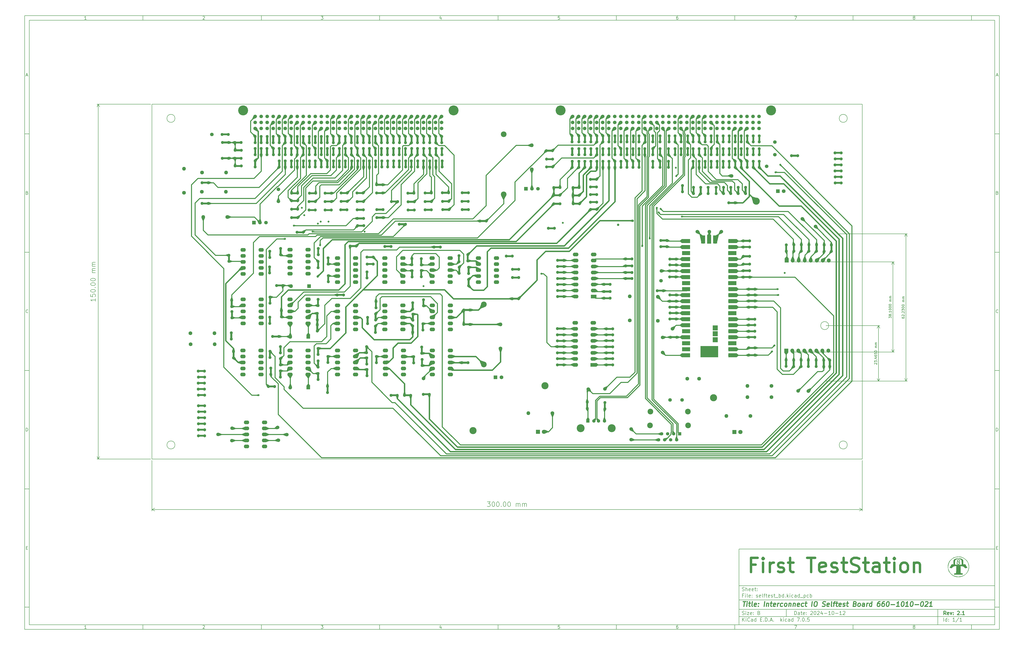
<source format=gtl>
G04 #@! TF.GenerationSoftware,KiCad,Pcbnew,7.0.5*
G04 #@! TF.CreationDate,2025-02-05T20:03:11-05:00*
G04 #@! TF.ProjectId,selftest_bd,73656c66-7465-4737-945f-62642e6b6963,2.1*
G04 #@! TF.SameCoordinates,Original*
G04 #@! TF.FileFunction,Copper,L1,Top*
G04 #@! TF.FilePolarity,Positive*
%FSLAX46Y46*%
G04 Gerber Fmt 4.6, Leading zero omitted, Abs format (unit mm)*
G04 Created by KiCad (PCBNEW 7.0.5) date 2025-02-05 20:03:11*
%MOMM*%
%LPD*%
G01*
G04 APERTURE LIST*
%ADD10C,0.100000*%
%ADD11C,0.150000*%
%ADD12C,0.300000*%
%ADD13C,0.400000*%
G04 #@! TA.AperFunction,ComponentPad*
%ADD14C,1.300000*%
G04 #@! TD*
G04 #@! TA.AperFunction,ComponentPad*
%ADD15C,1.500000*%
G04 #@! TD*
G04 #@! TA.AperFunction,ComponentPad*
%ADD16R,1.800000X1.800000*%
G04 #@! TD*
G04 #@! TA.AperFunction,ComponentPad*
%ADD17C,1.800000*%
G04 #@! TD*
G04 #@! TA.AperFunction,ComponentPad*
%ADD18O,2.300000X1.600000*%
G04 #@! TD*
G04 #@! TA.AperFunction,ComponentPad*
%ADD19R,1.600000X1.600000*%
G04 #@! TD*
G04 #@! TA.AperFunction,ComponentPad*
%ADD20O,1.600000X1.600000*%
G04 #@! TD*
G04 #@! TA.AperFunction,ComponentPad*
%ADD21R,1.408000X1.408000*%
G04 #@! TD*
G04 #@! TA.AperFunction,ComponentPad*
%ADD22C,1.408000*%
G04 #@! TD*
G04 #@! TA.AperFunction,ComponentPad*
%ADD23C,2.400000*%
G04 #@! TD*
G04 #@! TA.AperFunction,ComponentPad*
%ADD24C,4.200000*%
G04 #@! TD*
G04 #@! TA.AperFunction,ComponentPad*
%ADD25C,1.600000*%
G04 #@! TD*
G04 #@! TA.AperFunction,ComponentPad*
%ADD26R,1.500000X1.500000*%
G04 #@! TD*
G04 #@! TA.AperFunction,ComponentPad*
%ADD27R,2.400000X1.600000*%
G04 #@! TD*
G04 #@! TA.AperFunction,ComponentPad*
%ADD28O,2.400000X1.600000*%
G04 #@! TD*
G04 #@! TA.AperFunction,ComponentPad*
%ADD29O,2.400000X2.400000*%
G04 #@! TD*
G04 #@! TA.AperFunction,ComponentPad*
%ADD30C,3.000000*%
G04 #@! TD*
G04 #@! TA.AperFunction,ComponentPad*
%ADD31R,1.428000X1.428000*%
G04 #@! TD*
G04 #@! TA.AperFunction,ComponentPad*
%ADD32C,1.428000*%
G04 #@! TD*
G04 #@! TA.AperFunction,ComponentPad*
%ADD33C,3.346000*%
G04 #@! TD*
G04 #@! TA.AperFunction,ComponentPad*
%ADD34R,1.700000X1.700000*%
G04 #@! TD*
G04 #@! TA.AperFunction,ComponentPad*
%ADD35O,1.700000X1.700000*%
G04 #@! TD*
G04 #@! TA.AperFunction,SMDPad,CuDef*
%ADD36R,3.500000X1.700000*%
G04 #@! TD*
G04 #@! TA.AperFunction,SMDPad,CuDef*
%ADD37R,1.700000X3.500000*%
G04 #@! TD*
G04 #@! TA.AperFunction,ViaPad*
%ADD38C,0.800000*%
G04 #@! TD*
G04 #@! TA.AperFunction,ViaPad*
%ADD39C,1.000000*%
G04 #@! TD*
G04 #@! TA.AperFunction,Conductor*
%ADD40C,0.400000*%
G04 #@! TD*
G04 #@! TA.AperFunction,Conductor*
%ADD41C,0.600000*%
G04 #@! TD*
%ADD42C,1.000000*%
G04 #@! TA.AperFunction,Profile*
%ADD43C,0.160000*%
G04 #@! TD*
G04 APERTURE END LIST*
D10*
D11*
X311800000Y-235400000D02*
X419800000Y-235400000D01*
X419800000Y-267400000D01*
X311800000Y-267400000D01*
X311800000Y-235400000D01*
D10*
D11*
X10000000Y-10000000D02*
X421800000Y-10000000D01*
X421800000Y-269400000D01*
X10000000Y-269400000D01*
X10000000Y-10000000D01*
D10*
D11*
X12000000Y-12000000D02*
X419800000Y-12000000D01*
X419800000Y-267400000D01*
X12000000Y-267400000D01*
X12000000Y-12000000D01*
D10*
D11*
X60000000Y-12000000D02*
X60000000Y-10000000D01*
D10*
D11*
X110000000Y-12000000D02*
X110000000Y-10000000D01*
D10*
D11*
X160000000Y-12000000D02*
X160000000Y-10000000D01*
D10*
D11*
X210000000Y-12000000D02*
X210000000Y-10000000D01*
D10*
D11*
X260000000Y-12000000D02*
X260000000Y-10000000D01*
D10*
D11*
X310000000Y-12000000D02*
X310000000Y-10000000D01*
D10*
D11*
X360000000Y-12000000D02*
X360000000Y-10000000D01*
D10*
D11*
X410000000Y-12000000D02*
X410000000Y-10000000D01*
D10*
D11*
X36089160Y-11593604D02*
X35346303Y-11593604D01*
X35717731Y-11593604D02*
X35717731Y-10293604D01*
X35717731Y-10293604D02*
X35593922Y-10479319D01*
X35593922Y-10479319D02*
X35470112Y-10603128D01*
X35470112Y-10603128D02*
X35346303Y-10665033D01*
D10*
D11*
X85346303Y-10417414D02*
X85408207Y-10355509D01*
X85408207Y-10355509D02*
X85532017Y-10293604D01*
X85532017Y-10293604D02*
X85841541Y-10293604D01*
X85841541Y-10293604D02*
X85965350Y-10355509D01*
X85965350Y-10355509D02*
X86027255Y-10417414D01*
X86027255Y-10417414D02*
X86089160Y-10541223D01*
X86089160Y-10541223D02*
X86089160Y-10665033D01*
X86089160Y-10665033D02*
X86027255Y-10850747D01*
X86027255Y-10850747D02*
X85284398Y-11593604D01*
X85284398Y-11593604D02*
X86089160Y-11593604D01*
D10*
D11*
X135284398Y-10293604D02*
X136089160Y-10293604D01*
X136089160Y-10293604D02*
X135655826Y-10788842D01*
X135655826Y-10788842D02*
X135841541Y-10788842D01*
X135841541Y-10788842D02*
X135965350Y-10850747D01*
X135965350Y-10850747D02*
X136027255Y-10912652D01*
X136027255Y-10912652D02*
X136089160Y-11036461D01*
X136089160Y-11036461D02*
X136089160Y-11345985D01*
X136089160Y-11345985D02*
X136027255Y-11469795D01*
X136027255Y-11469795D02*
X135965350Y-11531700D01*
X135965350Y-11531700D02*
X135841541Y-11593604D01*
X135841541Y-11593604D02*
X135470112Y-11593604D01*
X135470112Y-11593604D02*
X135346303Y-11531700D01*
X135346303Y-11531700D02*
X135284398Y-11469795D01*
D10*
D11*
X185965350Y-10726938D02*
X185965350Y-11593604D01*
X185655826Y-10231700D02*
X185346303Y-11160271D01*
X185346303Y-11160271D02*
X186151064Y-11160271D01*
D10*
D11*
X236027255Y-10293604D02*
X235408207Y-10293604D01*
X235408207Y-10293604D02*
X235346303Y-10912652D01*
X235346303Y-10912652D02*
X235408207Y-10850747D01*
X235408207Y-10850747D02*
X235532017Y-10788842D01*
X235532017Y-10788842D02*
X235841541Y-10788842D01*
X235841541Y-10788842D02*
X235965350Y-10850747D01*
X235965350Y-10850747D02*
X236027255Y-10912652D01*
X236027255Y-10912652D02*
X236089160Y-11036461D01*
X236089160Y-11036461D02*
X236089160Y-11345985D01*
X236089160Y-11345985D02*
X236027255Y-11469795D01*
X236027255Y-11469795D02*
X235965350Y-11531700D01*
X235965350Y-11531700D02*
X235841541Y-11593604D01*
X235841541Y-11593604D02*
X235532017Y-11593604D01*
X235532017Y-11593604D02*
X235408207Y-11531700D01*
X235408207Y-11531700D02*
X235346303Y-11469795D01*
D10*
D11*
X285965350Y-10293604D02*
X285717731Y-10293604D01*
X285717731Y-10293604D02*
X285593922Y-10355509D01*
X285593922Y-10355509D02*
X285532017Y-10417414D01*
X285532017Y-10417414D02*
X285408207Y-10603128D01*
X285408207Y-10603128D02*
X285346303Y-10850747D01*
X285346303Y-10850747D02*
X285346303Y-11345985D01*
X285346303Y-11345985D02*
X285408207Y-11469795D01*
X285408207Y-11469795D02*
X285470112Y-11531700D01*
X285470112Y-11531700D02*
X285593922Y-11593604D01*
X285593922Y-11593604D02*
X285841541Y-11593604D01*
X285841541Y-11593604D02*
X285965350Y-11531700D01*
X285965350Y-11531700D02*
X286027255Y-11469795D01*
X286027255Y-11469795D02*
X286089160Y-11345985D01*
X286089160Y-11345985D02*
X286089160Y-11036461D01*
X286089160Y-11036461D02*
X286027255Y-10912652D01*
X286027255Y-10912652D02*
X285965350Y-10850747D01*
X285965350Y-10850747D02*
X285841541Y-10788842D01*
X285841541Y-10788842D02*
X285593922Y-10788842D01*
X285593922Y-10788842D02*
X285470112Y-10850747D01*
X285470112Y-10850747D02*
X285408207Y-10912652D01*
X285408207Y-10912652D02*
X285346303Y-11036461D01*
D10*
D11*
X335284398Y-10293604D02*
X336151064Y-10293604D01*
X336151064Y-10293604D02*
X335593922Y-11593604D01*
D10*
D11*
X385593922Y-10850747D02*
X385470112Y-10788842D01*
X385470112Y-10788842D02*
X385408207Y-10726938D01*
X385408207Y-10726938D02*
X385346303Y-10603128D01*
X385346303Y-10603128D02*
X385346303Y-10541223D01*
X385346303Y-10541223D02*
X385408207Y-10417414D01*
X385408207Y-10417414D02*
X385470112Y-10355509D01*
X385470112Y-10355509D02*
X385593922Y-10293604D01*
X385593922Y-10293604D02*
X385841541Y-10293604D01*
X385841541Y-10293604D02*
X385965350Y-10355509D01*
X385965350Y-10355509D02*
X386027255Y-10417414D01*
X386027255Y-10417414D02*
X386089160Y-10541223D01*
X386089160Y-10541223D02*
X386089160Y-10603128D01*
X386089160Y-10603128D02*
X386027255Y-10726938D01*
X386027255Y-10726938D02*
X385965350Y-10788842D01*
X385965350Y-10788842D02*
X385841541Y-10850747D01*
X385841541Y-10850747D02*
X385593922Y-10850747D01*
X385593922Y-10850747D02*
X385470112Y-10912652D01*
X385470112Y-10912652D02*
X385408207Y-10974557D01*
X385408207Y-10974557D02*
X385346303Y-11098366D01*
X385346303Y-11098366D02*
X385346303Y-11345985D01*
X385346303Y-11345985D02*
X385408207Y-11469795D01*
X385408207Y-11469795D02*
X385470112Y-11531700D01*
X385470112Y-11531700D02*
X385593922Y-11593604D01*
X385593922Y-11593604D02*
X385841541Y-11593604D01*
X385841541Y-11593604D02*
X385965350Y-11531700D01*
X385965350Y-11531700D02*
X386027255Y-11469795D01*
X386027255Y-11469795D02*
X386089160Y-11345985D01*
X386089160Y-11345985D02*
X386089160Y-11098366D01*
X386089160Y-11098366D02*
X386027255Y-10974557D01*
X386027255Y-10974557D02*
X385965350Y-10912652D01*
X385965350Y-10912652D02*
X385841541Y-10850747D01*
D10*
D11*
X60000000Y-267400000D02*
X60000000Y-269400000D01*
D10*
D11*
X110000000Y-267400000D02*
X110000000Y-269400000D01*
D10*
D11*
X160000000Y-267400000D02*
X160000000Y-269400000D01*
D10*
D11*
X210000000Y-267400000D02*
X210000000Y-269400000D01*
D10*
D11*
X260000000Y-267400000D02*
X260000000Y-269400000D01*
D10*
D11*
X310000000Y-267400000D02*
X310000000Y-269400000D01*
D10*
D11*
X360000000Y-267400000D02*
X360000000Y-269400000D01*
D10*
D11*
X410000000Y-267400000D02*
X410000000Y-269400000D01*
D10*
D11*
X36089160Y-268993604D02*
X35346303Y-268993604D01*
X35717731Y-268993604D02*
X35717731Y-267693604D01*
X35717731Y-267693604D02*
X35593922Y-267879319D01*
X35593922Y-267879319D02*
X35470112Y-268003128D01*
X35470112Y-268003128D02*
X35346303Y-268065033D01*
D10*
D11*
X85346303Y-267817414D02*
X85408207Y-267755509D01*
X85408207Y-267755509D02*
X85532017Y-267693604D01*
X85532017Y-267693604D02*
X85841541Y-267693604D01*
X85841541Y-267693604D02*
X85965350Y-267755509D01*
X85965350Y-267755509D02*
X86027255Y-267817414D01*
X86027255Y-267817414D02*
X86089160Y-267941223D01*
X86089160Y-267941223D02*
X86089160Y-268065033D01*
X86089160Y-268065033D02*
X86027255Y-268250747D01*
X86027255Y-268250747D02*
X85284398Y-268993604D01*
X85284398Y-268993604D02*
X86089160Y-268993604D01*
D10*
D11*
X135284398Y-267693604D02*
X136089160Y-267693604D01*
X136089160Y-267693604D02*
X135655826Y-268188842D01*
X135655826Y-268188842D02*
X135841541Y-268188842D01*
X135841541Y-268188842D02*
X135965350Y-268250747D01*
X135965350Y-268250747D02*
X136027255Y-268312652D01*
X136027255Y-268312652D02*
X136089160Y-268436461D01*
X136089160Y-268436461D02*
X136089160Y-268745985D01*
X136089160Y-268745985D02*
X136027255Y-268869795D01*
X136027255Y-268869795D02*
X135965350Y-268931700D01*
X135965350Y-268931700D02*
X135841541Y-268993604D01*
X135841541Y-268993604D02*
X135470112Y-268993604D01*
X135470112Y-268993604D02*
X135346303Y-268931700D01*
X135346303Y-268931700D02*
X135284398Y-268869795D01*
D10*
D11*
X185965350Y-268126938D02*
X185965350Y-268993604D01*
X185655826Y-267631700D02*
X185346303Y-268560271D01*
X185346303Y-268560271D02*
X186151064Y-268560271D01*
D10*
D11*
X236027255Y-267693604D02*
X235408207Y-267693604D01*
X235408207Y-267693604D02*
X235346303Y-268312652D01*
X235346303Y-268312652D02*
X235408207Y-268250747D01*
X235408207Y-268250747D02*
X235532017Y-268188842D01*
X235532017Y-268188842D02*
X235841541Y-268188842D01*
X235841541Y-268188842D02*
X235965350Y-268250747D01*
X235965350Y-268250747D02*
X236027255Y-268312652D01*
X236027255Y-268312652D02*
X236089160Y-268436461D01*
X236089160Y-268436461D02*
X236089160Y-268745985D01*
X236089160Y-268745985D02*
X236027255Y-268869795D01*
X236027255Y-268869795D02*
X235965350Y-268931700D01*
X235965350Y-268931700D02*
X235841541Y-268993604D01*
X235841541Y-268993604D02*
X235532017Y-268993604D01*
X235532017Y-268993604D02*
X235408207Y-268931700D01*
X235408207Y-268931700D02*
X235346303Y-268869795D01*
D10*
D11*
X285965350Y-267693604D02*
X285717731Y-267693604D01*
X285717731Y-267693604D02*
X285593922Y-267755509D01*
X285593922Y-267755509D02*
X285532017Y-267817414D01*
X285532017Y-267817414D02*
X285408207Y-268003128D01*
X285408207Y-268003128D02*
X285346303Y-268250747D01*
X285346303Y-268250747D02*
X285346303Y-268745985D01*
X285346303Y-268745985D02*
X285408207Y-268869795D01*
X285408207Y-268869795D02*
X285470112Y-268931700D01*
X285470112Y-268931700D02*
X285593922Y-268993604D01*
X285593922Y-268993604D02*
X285841541Y-268993604D01*
X285841541Y-268993604D02*
X285965350Y-268931700D01*
X285965350Y-268931700D02*
X286027255Y-268869795D01*
X286027255Y-268869795D02*
X286089160Y-268745985D01*
X286089160Y-268745985D02*
X286089160Y-268436461D01*
X286089160Y-268436461D02*
X286027255Y-268312652D01*
X286027255Y-268312652D02*
X285965350Y-268250747D01*
X285965350Y-268250747D02*
X285841541Y-268188842D01*
X285841541Y-268188842D02*
X285593922Y-268188842D01*
X285593922Y-268188842D02*
X285470112Y-268250747D01*
X285470112Y-268250747D02*
X285408207Y-268312652D01*
X285408207Y-268312652D02*
X285346303Y-268436461D01*
D10*
D11*
X335284398Y-267693604D02*
X336151064Y-267693604D01*
X336151064Y-267693604D02*
X335593922Y-268993604D01*
D10*
D11*
X385593922Y-268250747D02*
X385470112Y-268188842D01*
X385470112Y-268188842D02*
X385408207Y-268126938D01*
X385408207Y-268126938D02*
X385346303Y-268003128D01*
X385346303Y-268003128D02*
X385346303Y-267941223D01*
X385346303Y-267941223D02*
X385408207Y-267817414D01*
X385408207Y-267817414D02*
X385470112Y-267755509D01*
X385470112Y-267755509D02*
X385593922Y-267693604D01*
X385593922Y-267693604D02*
X385841541Y-267693604D01*
X385841541Y-267693604D02*
X385965350Y-267755509D01*
X385965350Y-267755509D02*
X386027255Y-267817414D01*
X386027255Y-267817414D02*
X386089160Y-267941223D01*
X386089160Y-267941223D02*
X386089160Y-268003128D01*
X386089160Y-268003128D02*
X386027255Y-268126938D01*
X386027255Y-268126938D02*
X385965350Y-268188842D01*
X385965350Y-268188842D02*
X385841541Y-268250747D01*
X385841541Y-268250747D02*
X385593922Y-268250747D01*
X385593922Y-268250747D02*
X385470112Y-268312652D01*
X385470112Y-268312652D02*
X385408207Y-268374557D01*
X385408207Y-268374557D02*
X385346303Y-268498366D01*
X385346303Y-268498366D02*
X385346303Y-268745985D01*
X385346303Y-268745985D02*
X385408207Y-268869795D01*
X385408207Y-268869795D02*
X385470112Y-268931700D01*
X385470112Y-268931700D02*
X385593922Y-268993604D01*
X385593922Y-268993604D02*
X385841541Y-268993604D01*
X385841541Y-268993604D02*
X385965350Y-268931700D01*
X385965350Y-268931700D02*
X386027255Y-268869795D01*
X386027255Y-268869795D02*
X386089160Y-268745985D01*
X386089160Y-268745985D02*
X386089160Y-268498366D01*
X386089160Y-268498366D02*
X386027255Y-268374557D01*
X386027255Y-268374557D02*
X385965350Y-268312652D01*
X385965350Y-268312652D02*
X385841541Y-268250747D01*
D10*
D11*
X10000000Y-60000000D02*
X12000000Y-60000000D01*
D10*
D11*
X10000000Y-110000000D02*
X12000000Y-110000000D01*
D10*
D11*
X10000000Y-160000000D02*
X12000000Y-160000000D01*
D10*
D11*
X10000000Y-210000000D02*
X12000000Y-210000000D01*
D10*
D11*
X10000000Y-260000000D02*
X12000000Y-260000000D01*
D10*
D11*
X10690476Y-35222176D02*
X11309523Y-35222176D01*
X10566666Y-35593604D02*
X10999999Y-34293604D01*
X10999999Y-34293604D02*
X11433333Y-35593604D01*
D10*
D11*
X11092857Y-84912652D02*
X11278571Y-84974557D01*
X11278571Y-84974557D02*
X11340476Y-85036461D01*
X11340476Y-85036461D02*
X11402380Y-85160271D01*
X11402380Y-85160271D02*
X11402380Y-85345985D01*
X11402380Y-85345985D02*
X11340476Y-85469795D01*
X11340476Y-85469795D02*
X11278571Y-85531700D01*
X11278571Y-85531700D02*
X11154761Y-85593604D01*
X11154761Y-85593604D02*
X10659523Y-85593604D01*
X10659523Y-85593604D02*
X10659523Y-84293604D01*
X10659523Y-84293604D02*
X11092857Y-84293604D01*
X11092857Y-84293604D02*
X11216666Y-84355509D01*
X11216666Y-84355509D02*
X11278571Y-84417414D01*
X11278571Y-84417414D02*
X11340476Y-84541223D01*
X11340476Y-84541223D02*
X11340476Y-84665033D01*
X11340476Y-84665033D02*
X11278571Y-84788842D01*
X11278571Y-84788842D02*
X11216666Y-84850747D01*
X11216666Y-84850747D02*
X11092857Y-84912652D01*
X11092857Y-84912652D02*
X10659523Y-84912652D01*
D10*
D11*
X11402380Y-135469795D02*
X11340476Y-135531700D01*
X11340476Y-135531700D02*
X11154761Y-135593604D01*
X11154761Y-135593604D02*
X11030952Y-135593604D01*
X11030952Y-135593604D02*
X10845238Y-135531700D01*
X10845238Y-135531700D02*
X10721428Y-135407890D01*
X10721428Y-135407890D02*
X10659523Y-135284080D01*
X10659523Y-135284080D02*
X10597619Y-135036461D01*
X10597619Y-135036461D02*
X10597619Y-134850747D01*
X10597619Y-134850747D02*
X10659523Y-134603128D01*
X10659523Y-134603128D02*
X10721428Y-134479319D01*
X10721428Y-134479319D02*
X10845238Y-134355509D01*
X10845238Y-134355509D02*
X11030952Y-134293604D01*
X11030952Y-134293604D02*
X11154761Y-134293604D01*
X11154761Y-134293604D02*
X11340476Y-134355509D01*
X11340476Y-134355509D02*
X11402380Y-134417414D01*
D10*
D11*
X10659523Y-185593604D02*
X10659523Y-184293604D01*
X10659523Y-184293604D02*
X10969047Y-184293604D01*
X10969047Y-184293604D02*
X11154761Y-184355509D01*
X11154761Y-184355509D02*
X11278571Y-184479319D01*
X11278571Y-184479319D02*
X11340476Y-184603128D01*
X11340476Y-184603128D02*
X11402380Y-184850747D01*
X11402380Y-184850747D02*
X11402380Y-185036461D01*
X11402380Y-185036461D02*
X11340476Y-185284080D01*
X11340476Y-185284080D02*
X11278571Y-185407890D01*
X11278571Y-185407890D02*
X11154761Y-185531700D01*
X11154761Y-185531700D02*
X10969047Y-185593604D01*
X10969047Y-185593604D02*
X10659523Y-185593604D01*
D10*
D11*
X10721428Y-234912652D02*
X11154762Y-234912652D01*
X11340476Y-235593604D02*
X10721428Y-235593604D01*
X10721428Y-235593604D02*
X10721428Y-234293604D01*
X10721428Y-234293604D02*
X11340476Y-234293604D01*
D10*
D11*
X421800000Y-60000000D02*
X419800000Y-60000000D01*
D10*
D11*
X421800000Y-110000000D02*
X419800000Y-110000000D01*
D10*
D11*
X421800000Y-160000000D02*
X419800000Y-160000000D01*
D10*
D11*
X421800000Y-210000000D02*
X419800000Y-210000000D01*
D10*
D11*
X421800000Y-260000000D02*
X419800000Y-260000000D01*
D10*
D11*
X420490476Y-35222176D02*
X421109523Y-35222176D01*
X420366666Y-35593604D02*
X420799999Y-34293604D01*
X420799999Y-34293604D02*
X421233333Y-35593604D01*
D10*
D11*
X420892857Y-84912652D02*
X421078571Y-84974557D01*
X421078571Y-84974557D02*
X421140476Y-85036461D01*
X421140476Y-85036461D02*
X421202380Y-85160271D01*
X421202380Y-85160271D02*
X421202380Y-85345985D01*
X421202380Y-85345985D02*
X421140476Y-85469795D01*
X421140476Y-85469795D02*
X421078571Y-85531700D01*
X421078571Y-85531700D02*
X420954761Y-85593604D01*
X420954761Y-85593604D02*
X420459523Y-85593604D01*
X420459523Y-85593604D02*
X420459523Y-84293604D01*
X420459523Y-84293604D02*
X420892857Y-84293604D01*
X420892857Y-84293604D02*
X421016666Y-84355509D01*
X421016666Y-84355509D02*
X421078571Y-84417414D01*
X421078571Y-84417414D02*
X421140476Y-84541223D01*
X421140476Y-84541223D02*
X421140476Y-84665033D01*
X421140476Y-84665033D02*
X421078571Y-84788842D01*
X421078571Y-84788842D02*
X421016666Y-84850747D01*
X421016666Y-84850747D02*
X420892857Y-84912652D01*
X420892857Y-84912652D02*
X420459523Y-84912652D01*
D10*
D11*
X421202380Y-135469795D02*
X421140476Y-135531700D01*
X421140476Y-135531700D02*
X420954761Y-135593604D01*
X420954761Y-135593604D02*
X420830952Y-135593604D01*
X420830952Y-135593604D02*
X420645238Y-135531700D01*
X420645238Y-135531700D02*
X420521428Y-135407890D01*
X420521428Y-135407890D02*
X420459523Y-135284080D01*
X420459523Y-135284080D02*
X420397619Y-135036461D01*
X420397619Y-135036461D02*
X420397619Y-134850747D01*
X420397619Y-134850747D02*
X420459523Y-134603128D01*
X420459523Y-134603128D02*
X420521428Y-134479319D01*
X420521428Y-134479319D02*
X420645238Y-134355509D01*
X420645238Y-134355509D02*
X420830952Y-134293604D01*
X420830952Y-134293604D02*
X420954761Y-134293604D01*
X420954761Y-134293604D02*
X421140476Y-134355509D01*
X421140476Y-134355509D02*
X421202380Y-134417414D01*
D10*
D11*
X420459523Y-185593604D02*
X420459523Y-184293604D01*
X420459523Y-184293604D02*
X420769047Y-184293604D01*
X420769047Y-184293604D02*
X420954761Y-184355509D01*
X420954761Y-184355509D02*
X421078571Y-184479319D01*
X421078571Y-184479319D02*
X421140476Y-184603128D01*
X421140476Y-184603128D02*
X421202380Y-184850747D01*
X421202380Y-184850747D02*
X421202380Y-185036461D01*
X421202380Y-185036461D02*
X421140476Y-185284080D01*
X421140476Y-185284080D02*
X421078571Y-185407890D01*
X421078571Y-185407890D02*
X420954761Y-185531700D01*
X420954761Y-185531700D02*
X420769047Y-185593604D01*
X420769047Y-185593604D02*
X420459523Y-185593604D01*
D10*
D11*
X420521428Y-234912652D02*
X420954762Y-234912652D01*
X421140476Y-235593604D02*
X420521428Y-235593604D01*
X420521428Y-235593604D02*
X420521428Y-234293604D01*
X420521428Y-234293604D02*
X421140476Y-234293604D01*
D10*
D11*
X335255826Y-263186128D02*
X335255826Y-261686128D01*
X335255826Y-261686128D02*
X335612969Y-261686128D01*
X335612969Y-261686128D02*
X335827255Y-261757557D01*
X335827255Y-261757557D02*
X335970112Y-261900414D01*
X335970112Y-261900414D02*
X336041541Y-262043271D01*
X336041541Y-262043271D02*
X336112969Y-262328985D01*
X336112969Y-262328985D02*
X336112969Y-262543271D01*
X336112969Y-262543271D02*
X336041541Y-262828985D01*
X336041541Y-262828985D02*
X335970112Y-262971842D01*
X335970112Y-262971842D02*
X335827255Y-263114700D01*
X335827255Y-263114700D02*
X335612969Y-263186128D01*
X335612969Y-263186128D02*
X335255826Y-263186128D01*
X337398684Y-263186128D02*
X337398684Y-262400414D01*
X337398684Y-262400414D02*
X337327255Y-262257557D01*
X337327255Y-262257557D02*
X337184398Y-262186128D01*
X337184398Y-262186128D02*
X336898684Y-262186128D01*
X336898684Y-262186128D02*
X336755826Y-262257557D01*
X337398684Y-263114700D02*
X337255826Y-263186128D01*
X337255826Y-263186128D02*
X336898684Y-263186128D01*
X336898684Y-263186128D02*
X336755826Y-263114700D01*
X336755826Y-263114700D02*
X336684398Y-262971842D01*
X336684398Y-262971842D02*
X336684398Y-262828985D01*
X336684398Y-262828985D02*
X336755826Y-262686128D01*
X336755826Y-262686128D02*
X336898684Y-262614700D01*
X336898684Y-262614700D02*
X337255826Y-262614700D01*
X337255826Y-262614700D02*
X337398684Y-262543271D01*
X337898684Y-262186128D02*
X338470112Y-262186128D01*
X338112969Y-261686128D02*
X338112969Y-262971842D01*
X338112969Y-262971842D02*
X338184398Y-263114700D01*
X338184398Y-263114700D02*
X338327255Y-263186128D01*
X338327255Y-263186128D02*
X338470112Y-263186128D01*
X339541541Y-263114700D02*
X339398684Y-263186128D01*
X339398684Y-263186128D02*
X339112970Y-263186128D01*
X339112970Y-263186128D02*
X338970112Y-263114700D01*
X338970112Y-263114700D02*
X338898684Y-262971842D01*
X338898684Y-262971842D02*
X338898684Y-262400414D01*
X338898684Y-262400414D02*
X338970112Y-262257557D01*
X338970112Y-262257557D02*
X339112970Y-262186128D01*
X339112970Y-262186128D02*
X339398684Y-262186128D01*
X339398684Y-262186128D02*
X339541541Y-262257557D01*
X339541541Y-262257557D02*
X339612970Y-262400414D01*
X339612970Y-262400414D02*
X339612970Y-262543271D01*
X339612970Y-262543271D02*
X338898684Y-262686128D01*
X340255826Y-263043271D02*
X340327255Y-263114700D01*
X340327255Y-263114700D02*
X340255826Y-263186128D01*
X340255826Y-263186128D02*
X340184398Y-263114700D01*
X340184398Y-263114700D02*
X340255826Y-263043271D01*
X340255826Y-263043271D02*
X340255826Y-263186128D01*
X340255826Y-262257557D02*
X340327255Y-262328985D01*
X340327255Y-262328985D02*
X340255826Y-262400414D01*
X340255826Y-262400414D02*
X340184398Y-262328985D01*
X340184398Y-262328985D02*
X340255826Y-262257557D01*
X340255826Y-262257557D02*
X340255826Y-262400414D01*
X342041541Y-261828985D02*
X342112969Y-261757557D01*
X342112969Y-261757557D02*
X342255827Y-261686128D01*
X342255827Y-261686128D02*
X342612969Y-261686128D01*
X342612969Y-261686128D02*
X342755827Y-261757557D01*
X342755827Y-261757557D02*
X342827255Y-261828985D01*
X342827255Y-261828985D02*
X342898684Y-261971842D01*
X342898684Y-261971842D02*
X342898684Y-262114700D01*
X342898684Y-262114700D02*
X342827255Y-262328985D01*
X342827255Y-262328985D02*
X341970112Y-263186128D01*
X341970112Y-263186128D02*
X342898684Y-263186128D01*
X343827255Y-261686128D02*
X343970112Y-261686128D01*
X343970112Y-261686128D02*
X344112969Y-261757557D01*
X344112969Y-261757557D02*
X344184398Y-261828985D01*
X344184398Y-261828985D02*
X344255826Y-261971842D01*
X344255826Y-261971842D02*
X344327255Y-262257557D01*
X344327255Y-262257557D02*
X344327255Y-262614700D01*
X344327255Y-262614700D02*
X344255826Y-262900414D01*
X344255826Y-262900414D02*
X344184398Y-263043271D01*
X344184398Y-263043271D02*
X344112969Y-263114700D01*
X344112969Y-263114700D02*
X343970112Y-263186128D01*
X343970112Y-263186128D02*
X343827255Y-263186128D01*
X343827255Y-263186128D02*
X343684398Y-263114700D01*
X343684398Y-263114700D02*
X343612969Y-263043271D01*
X343612969Y-263043271D02*
X343541540Y-262900414D01*
X343541540Y-262900414D02*
X343470112Y-262614700D01*
X343470112Y-262614700D02*
X343470112Y-262257557D01*
X343470112Y-262257557D02*
X343541540Y-261971842D01*
X343541540Y-261971842D02*
X343612969Y-261828985D01*
X343612969Y-261828985D02*
X343684398Y-261757557D01*
X343684398Y-261757557D02*
X343827255Y-261686128D01*
X344898683Y-261828985D02*
X344970111Y-261757557D01*
X344970111Y-261757557D02*
X345112969Y-261686128D01*
X345112969Y-261686128D02*
X345470111Y-261686128D01*
X345470111Y-261686128D02*
X345612969Y-261757557D01*
X345612969Y-261757557D02*
X345684397Y-261828985D01*
X345684397Y-261828985D02*
X345755826Y-261971842D01*
X345755826Y-261971842D02*
X345755826Y-262114700D01*
X345755826Y-262114700D02*
X345684397Y-262328985D01*
X345684397Y-262328985D02*
X344827254Y-263186128D01*
X344827254Y-263186128D02*
X345755826Y-263186128D01*
X347041540Y-262186128D02*
X347041540Y-263186128D01*
X346684397Y-261614700D02*
X346327254Y-262686128D01*
X346327254Y-262686128D02*
X347255825Y-262686128D01*
X347827253Y-262614700D02*
X348970111Y-262614700D01*
X350470111Y-263186128D02*
X349612968Y-263186128D01*
X350041539Y-263186128D02*
X350041539Y-261686128D01*
X350041539Y-261686128D02*
X349898682Y-261900414D01*
X349898682Y-261900414D02*
X349755825Y-262043271D01*
X349755825Y-262043271D02*
X349612968Y-262114700D01*
X351398682Y-261686128D02*
X351541539Y-261686128D01*
X351541539Y-261686128D02*
X351684396Y-261757557D01*
X351684396Y-261757557D02*
X351755825Y-261828985D01*
X351755825Y-261828985D02*
X351827253Y-261971842D01*
X351827253Y-261971842D02*
X351898682Y-262257557D01*
X351898682Y-262257557D02*
X351898682Y-262614700D01*
X351898682Y-262614700D02*
X351827253Y-262900414D01*
X351827253Y-262900414D02*
X351755825Y-263043271D01*
X351755825Y-263043271D02*
X351684396Y-263114700D01*
X351684396Y-263114700D02*
X351541539Y-263186128D01*
X351541539Y-263186128D02*
X351398682Y-263186128D01*
X351398682Y-263186128D02*
X351255825Y-263114700D01*
X351255825Y-263114700D02*
X351184396Y-263043271D01*
X351184396Y-263043271D02*
X351112967Y-262900414D01*
X351112967Y-262900414D02*
X351041539Y-262614700D01*
X351041539Y-262614700D02*
X351041539Y-262257557D01*
X351041539Y-262257557D02*
X351112967Y-261971842D01*
X351112967Y-261971842D02*
X351184396Y-261828985D01*
X351184396Y-261828985D02*
X351255825Y-261757557D01*
X351255825Y-261757557D02*
X351398682Y-261686128D01*
X352541538Y-262614700D02*
X353684396Y-262614700D01*
X355184396Y-263186128D02*
X354327253Y-263186128D01*
X354755824Y-263186128D02*
X354755824Y-261686128D01*
X354755824Y-261686128D02*
X354612967Y-261900414D01*
X354612967Y-261900414D02*
X354470110Y-262043271D01*
X354470110Y-262043271D02*
X354327253Y-262114700D01*
X355755824Y-261828985D02*
X355827252Y-261757557D01*
X355827252Y-261757557D02*
X355970110Y-261686128D01*
X355970110Y-261686128D02*
X356327252Y-261686128D01*
X356327252Y-261686128D02*
X356470110Y-261757557D01*
X356470110Y-261757557D02*
X356541538Y-261828985D01*
X356541538Y-261828985D02*
X356612967Y-261971842D01*
X356612967Y-261971842D02*
X356612967Y-262114700D01*
X356612967Y-262114700D02*
X356541538Y-262328985D01*
X356541538Y-262328985D02*
X355684395Y-263186128D01*
X355684395Y-263186128D02*
X356612967Y-263186128D01*
D10*
D11*
X311800000Y-263900000D02*
X419800000Y-263900000D01*
D10*
D11*
X313255826Y-265986128D02*
X313255826Y-264486128D01*
X314112969Y-265986128D02*
X313470112Y-265128985D01*
X314112969Y-264486128D02*
X313255826Y-265343271D01*
X314755826Y-265986128D02*
X314755826Y-264986128D01*
X314755826Y-264486128D02*
X314684398Y-264557557D01*
X314684398Y-264557557D02*
X314755826Y-264628985D01*
X314755826Y-264628985D02*
X314827255Y-264557557D01*
X314827255Y-264557557D02*
X314755826Y-264486128D01*
X314755826Y-264486128D02*
X314755826Y-264628985D01*
X316327255Y-265843271D02*
X316255827Y-265914700D01*
X316255827Y-265914700D02*
X316041541Y-265986128D01*
X316041541Y-265986128D02*
X315898684Y-265986128D01*
X315898684Y-265986128D02*
X315684398Y-265914700D01*
X315684398Y-265914700D02*
X315541541Y-265771842D01*
X315541541Y-265771842D02*
X315470112Y-265628985D01*
X315470112Y-265628985D02*
X315398684Y-265343271D01*
X315398684Y-265343271D02*
X315398684Y-265128985D01*
X315398684Y-265128985D02*
X315470112Y-264843271D01*
X315470112Y-264843271D02*
X315541541Y-264700414D01*
X315541541Y-264700414D02*
X315684398Y-264557557D01*
X315684398Y-264557557D02*
X315898684Y-264486128D01*
X315898684Y-264486128D02*
X316041541Y-264486128D01*
X316041541Y-264486128D02*
X316255827Y-264557557D01*
X316255827Y-264557557D02*
X316327255Y-264628985D01*
X317612970Y-265986128D02*
X317612970Y-265200414D01*
X317612970Y-265200414D02*
X317541541Y-265057557D01*
X317541541Y-265057557D02*
X317398684Y-264986128D01*
X317398684Y-264986128D02*
X317112970Y-264986128D01*
X317112970Y-264986128D02*
X316970112Y-265057557D01*
X317612970Y-265914700D02*
X317470112Y-265986128D01*
X317470112Y-265986128D02*
X317112970Y-265986128D01*
X317112970Y-265986128D02*
X316970112Y-265914700D01*
X316970112Y-265914700D02*
X316898684Y-265771842D01*
X316898684Y-265771842D02*
X316898684Y-265628985D01*
X316898684Y-265628985D02*
X316970112Y-265486128D01*
X316970112Y-265486128D02*
X317112970Y-265414700D01*
X317112970Y-265414700D02*
X317470112Y-265414700D01*
X317470112Y-265414700D02*
X317612970Y-265343271D01*
X318970113Y-265986128D02*
X318970113Y-264486128D01*
X318970113Y-265914700D02*
X318827255Y-265986128D01*
X318827255Y-265986128D02*
X318541541Y-265986128D01*
X318541541Y-265986128D02*
X318398684Y-265914700D01*
X318398684Y-265914700D02*
X318327255Y-265843271D01*
X318327255Y-265843271D02*
X318255827Y-265700414D01*
X318255827Y-265700414D02*
X318255827Y-265271842D01*
X318255827Y-265271842D02*
X318327255Y-265128985D01*
X318327255Y-265128985D02*
X318398684Y-265057557D01*
X318398684Y-265057557D02*
X318541541Y-264986128D01*
X318541541Y-264986128D02*
X318827255Y-264986128D01*
X318827255Y-264986128D02*
X318970113Y-265057557D01*
X320827255Y-265200414D02*
X321327255Y-265200414D01*
X321541541Y-265986128D02*
X320827255Y-265986128D01*
X320827255Y-265986128D02*
X320827255Y-264486128D01*
X320827255Y-264486128D02*
X321541541Y-264486128D01*
X322184398Y-265843271D02*
X322255827Y-265914700D01*
X322255827Y-265914700D02*
X322184398Y-265986128D01*
X322184398Y-265986128D02*
X322112970Y-265914700D01*
X322112970Y-265914700D02*
X322184398Y-265843271D01*
X322184398Y-265843271D02*
X322184398Y-265986128D01*
X322898684Y-265986128D02*
X322898684Y-264486128D01*
X322898684Y-264486128D02*
X323255827Y-264486128D01*
X323255827Y-264486128D02*
X323470113Y-264557557D01*
X323470113Y-264557557D02*
X323612970Y-264700414D01*
X323612970Y-264700414D02*
X323684399Y-264843271D01*
X323684399Y-264843271D02*
X323755827Y-265128985D01*
X323755827Y-265128985D02*
X323755827Y-265343271D01*
X323755827Y-265343271D02*
X323684399Y-265628985D01*
X323684399Y-265628985D02*
X323612970Y-265771842D01*
X323612970Y-265771842D02*
X323470113Y-265914700D01*
X323470113Y-265914700D02*
X323255827Y-265986128D01*
X323255827Y-265986128D02*
X322898684Y-265986128D01*
X324398684Y-265843271D02*
X324470113Y-265914700D01*
X324470113Y-265914700D02*
X324398684Y-265986128D01*
X324398684Y-265986128D02*
X324327256Y-265914700D01*
X324327256Y-265914700D02*
X324398684Y-265843271D01*
X324398684Y-265843271D02*
X324398684Y-265986128D01*
X325041542Y-265557557D02*
X325755828Y-265557557D01*
X324898685Y-265986128D02*
X325398685Y-264486128D01*
X325398685Y-264486128D02*
X325898685Y-265986128D01*
X326398684Y-265843271D02*
X326470113Y-265914700D01*
X326470113Y-265914700D02*
X326398684Y-265986128D01*
X326398684Y-265986128D02*
X326327256Y-265914700D01*
X326327256Y-265914700D02*
X326398684Y-265843271D01*
X326398684Y-265843271D02*
X326398684Y-265986128D01*
X329398684Y-265986128D02*
X329398684Y-264486128D01*
X329541542Y-265414700D02*
X329970113Y-265986128D01*
X329970113Y-264986128D02*
X329398684Y-265557557D01*
X330612970Y-265986128D02*
X330612970Y-264986128D01*
X330612970Y-264486128D02*
X330541542Y-264557557D01*
X330541542Y-264557557D02*
X330612970Y-264628985D01*
X330612970Y-264628985D02*
X330684399Y-264557557D01*
X330684399Y-264557557D02*
X330612970Y-264486128D01*
X330612970Y-264486128D02*
X330612970Y-264628985D01*
X331970114Y-265914700D02*
X331827256Y-265986128D01*
X331827256Y-265986128D02*
X331541542Y-265986128D01*
X331541542Y-265986128D02*
X331398685Y-265914700D01*
X331398685Y-265914700D02*
X331327256Y-265843271D01*
X331327256Y-265843271D02*
X331255828Y-265700414D01*
X331255828Y-265700414D02*
X331255828Y-265271842D01*
X331255828Y-265271842D02*
X331327256Y-265128985D01*
X331327256Y-265128985D02*
X331398685Y-265057557D01*
X331398685Y-265057557D02*
X331541542Y-264986128D01*
X331541542Y-264986128D02*
X331827256Y-264986128D01*
X331827256Y-264986128D02*
X331970114Y-265057557D01*
X333255828Y-265986128D02*
X333255828Y-265200414D01*
X333255828Y-265200414D02*
X333184399Y-265057557D01*
X333184399Y-265057557D02*
X333041542Y-264986128D01*
X333041542Y-264986128D02*
X332755828Y-264986128D01*
X332755828Y-264986128D02*
X332612970Y-265057557D01*
X333255828Y-265914700D02*
X333112970Y-265986128D01*
X333112970Y-265986128D02*
X332755828Y-265986128D01*
X332755828Y-265986128D02*
X332612970Y-265914700D01*
X332612970Y-265914700D02*
X332541542Y-265771842D01*
X332541542Y-265771842D02*
X332541542Y-265628985D01*
X332541542Y-265628985D02*
X332612970Y-265486128D01*
X332612970Y-265486128D02*
X332755828Y-265414700D01*
X332755828Y-265414700D02*
X333112970Y-265414700D01*
X333112970Y-265414700D02*
X333255828Y-265343271D01*
X334612971Y-265986128D02*
X334612971Y-264486128D01*
X334612971Y-265914700D02*
X334470113Y-265986128D01*
X334470113Y-265986128D02*
X334184399Y-265986128D01*
X334184399Y-265986128D02*
X334041542Y-265914700D01*
X334041542Y-265914700D02*
X333970113Y-265843271D01*
X333970113Y-265843271D02*
X333898685Y-265700414D01*
X333898685Y-265700414D02*
X333898685Y-265271842D01*
X333898685Y-265271842D02*
X333970113Y-265128985D01*
X333970113Y-265128985D02*
X334041542Y-265057557D01*
X334041542Y-265057557D02*
X334184399Y-264986128D01*
X334184399Y-264986128D02*
X334470113Y-264986128D01*
X334470113Y-264986128D02*
X334612971Y-265057557D01*
X336327256Y-264486128D02*
X337327256Y-264486128D01*
X337327256Y-264486128D02*
X336684399Y-265986128D01*
X337898684Y-265843271D02*
X337970113Y-265914700D01*
X337970113Y-265914700D02*
X337898684Y-265986128D01*
X337898684Y-265986128D02*
X337827256Y-265914700D01*
X337827256Y-265914700D02*
X337898684Y-265843271D01*
X337898684Y-265843271D02*
X337898684Y-265986128D01*
X338898685Y-264486128D02*
X339041542Y-264486128D01*
X339041542Y-264486128D02*
X339184399Y-264557557D01*
X339184399Y-264557557D02*
X339255828Y-264628985D01*
X339255828Y-264628985D02*
X339327256Y-264771842D01*
X339327256Y-264771842D02*
X339398685Y-265057557D01*
X339398685Y-265057557D02*
X339398685Y-265414700D01*
X339398685Y-265414700D02*
X339327256Y-265700414D01*
X339327256Y-265700414D02*
X339255828Y-265843271D01*
X339255828Y-265843271D02*
X339184399Y-265914700D01*
X339184399Y-265914700D02*
X339041542Y-265986128D01*
X339041542Y-265986128D02*
X338898685Y-265986128D01*
X338898685Y-265986128D02*
X338755828Y-265914700D01*
X338755828Y-265914700D02*
X338684399Y-265843271D01*
X338684399Y-265843271D02*
X338612970Y-265700414D01*
X338612970Y-265700414D02*
X338541542Y-265414700D01*
X338541542Y-265414700D02*
X338541542Y-265057557D01*
X338541542Y-265057557D02*
X338612970Y-264771842D01*
X338612970Y-264771842D02*
X338684399Y-264628985D01*
X338684399Y-264628985D02*
X338755828Y-264557557D01*
X338755828Y-264557557D02*
X338898685Y-264486128D01*
X340041541Y-265843271D02*
X340112970Y-265914700D01*
X340112970Y-265914700D02*
X340041541Y-265986128D01*
X340041541Y-265986128D02*
X339970113Y-265914700D01*
X339970113Y-265914700D02*
X340041541Y-265843271D01*
X340041541Y-265843271D02*
X340041541Y-265986128D01*
X341470113Y-264486128D02*
X340755827Y-264486128D01*
X340755827Y-264486128D02*
X340684399Y-265200414D01*
X340684399Y-265200414D02*
X340755827Y-265128985D01*
X340755827Y-265128985D02*
X340898685Y-265057557D01*
X340898685Y-265057557D02*
X341255827Y-265057557D01*
X341255827Y-265057557D02*
X341398685Y-265128985D01*
X341398685Y-265128985D02*
X341470113Y-265200414D01*
X341470113Y-265200414D02*
X341541542Y-265343271D01*
X341541542Y-265343271D02*
X341541542Y-265700414D01*
X341541542Y-265700414D02*
X341470113Y-265843271D01*
X341470113Y-265843271D02*
X341398685Y-265914700D01*
X341398685Y-265914700D02*
X341255827Y-265986128D01*
X341255827Y-265986128D02*
X340898685Y-265986128D01*
X340898685Y-265986128D02*
X340755827Y-265914700D01*
X340755827Y-265914700D02*
X340684399Y-265843271D01*
D10*
D11*
X311800000Y-260900000D02*
X419800000Y-260900000D01*
D10*
D12*
X399211653Y-263178328D02*
X398711653Y-262464042D01*
X398354510Y-263178328D02*
X398354510Y-261678328D01*
X398354510Y-261678328D02*
X398925939Y-261678328D01*
X398925939Y-261678328D02*
X399068796Y-261749757D01*
X399068796Y-261749757D02*
X399140225Y-261821185D01*
X399140225Y-261821185D02*
X399211653Y-261964042D01*
X399211653Y-261964042D02*
X399211653Y-262178328D01*
X399211653Y-262178328D02*
X399140225Y-262321185D01*
X399140225Y-262321185D02*
X399068796Y-262392614D01*
X399068796Y-262392614D02*
X398925939Y-262464042D01*
X398925939Y-262464042D02*
X398354510Y-262464042D01*
X400425939Y-263106900D02*
X400283082Y-263178328D01*
X400283082Y-263178328D02*
X399997368Y-263178328D01*
X399997368Y-263178328D02*
X399854510Y-263106900D01*
X399854510Y-263106900D02*
X399783082Y-262964042D01*
X399783082Y-262964042D02*
X399783082Y-262392614D01*
X399783082Y-262392614D02*
X399854510Y-262249757D01*
X399854510Y-262249757D02*
X399997368Y-262178328D01*
X399997368Y-262178328D02*
X400283082Y-262178328D01*
X400283082Y-262178328D02*
X400425939Y-262249757D01*
X400425939Y-262249757D02*
X400497368Y-262392614D01*
X400497368Y-262392614D02*
X400497368Y-262535471D01*
X400497368Y-262535471D02*
X399783082Y-262678328D01*
X400997367Y-262178328D02*
X401354510Y-263178328D01*
X401354510Y-263178328D02*
X401711653Y-262178328D01*
X402283081Y-263035471D02*
X402354510Y-263106900D01*
X402354510Y-263106900D02*
X402283081Y-263178328D01*
X402283081Y-263178328D02*
X402211653Y-263106900D01*
X402211653Y-263106900D02*
X402283081Y-263035471D01*
X402283081Y-263035471D02*
X402283081Y-263178328D01*
X402283081Y-262249757D02*
X402354510Y-262321185D01*
X402354510Y-262321185D02*
X402283081Y-262392614D01*
X402283081Y-262392614D02*
X402211653Y-262321185D01*
X402211653Y-262321185D02*
X402283081Y-262249757D01*
X402283081Y-262249757D02*
X402283081Y-262392614D01*
X404068796Y-261821185D02*
X404140224Y-261749757D01*
X404140224Y-261749757D02*
X404283082Y-261678328D01*
X404283082Y-261678328D02*
X404640224Y-261678328D01*
X404640224Y-261678328D02*
X404783082Y-261749757D01*
X404783082Y-261749757D02*
X404854510Y-261821185D01*
X404854510Y-261821185D02*
X404925939Y-261964042D01*
X404925939Y-261964042D02*
X404925939Y-262106900D01*
X404925939Y-262106900D02*
X404854510Y-262321185D01*
X404854510Y-262321185D02*
X403997367Y-263178328D01*
X403997367Y-263178328D02*
X404925939Y-263178328D01*
X405568795Y-263035471D02*
X405640224Y-263106900D01*
X405640224Y-263106900D02*
X405568795Y-263178328D01*
X405568795Y-263178328D02*
X405497367Y-263106900D01*
X405497367Y-263106900D02*
X405568795Y-263035471D01*
X405568795Y-263035471D02*
X405568795Y-263178328D01*
X407068796Y-263178328D02*
X406211653Y-263178328D01*
X406640224Y-263178328D02*
X406640224Y-261678328D01*
X406640224Y-261678328D02*
X406497367Y-261892614D01*
X406497367Y-261892614D02*
X406354510Y-262035471D01*
X406354510Y-262035471D02*
X406211653Y-262106900D01*
D10*
D11*
X313184398Y-263114700D02*
X313398684Y-263186128D01*
X313398684Y-263186128D02*
X313755826Y-263186128D01*
X313755826Y-263186128D02*
X313898684Y-263114700D01*
X313898684Y-263114700D02*
X313970112Y-263043271D01*
X313970112Y-263043271D02*
X314041541Y-262900414D01*
X314041541Y-262900414D02*
X314041541Y-262757557D01*
X314041541Y-262757557D02*
X313970112Y-262614700D01*
X313970112Y-262614700D02*
X313898684Y-262543271D01*
X313898684Y-262543271D02*
X313755826Y-262471842D01*
X313755826Y-262471842D02*
X313470112Y-262400414D01*
X313470112Y-262400414D02*
X313327255Y-262328985D01*
X313327255Y-262328985D02*
X313255826Y-262257557D01*
X313255826Y-262257557D02*
X313184398Y-262114700D01*
X313184398Y-262114700D02*
X313184398Y-261971842D01*
X313184398Y-261971842D02*
X313255826Y-261828985D01*
X313255826Y-261828985D02*
X313327255Y-261757557D01*
X313327255Y-261757557D02*
X313470112Y-261686128D01*
X313470112Y-261686128D02*
X313827255Y-261686128D01*
X313827255Y-261686128D02*
X314041541Y-261757557D01*
X314684397Y-263186128D02*
X314684397Y-262186128D01*
X314684397Y-261686128D02*
X314612969Y-261757557D01*
X314612969Y-261757557D02*
X314684397Y-261828985D01*
X314684397Y-261828985D02*
X314755826Y-261757557D01*
X314755826Y-261757557D02*
X314684397Y-261686128D01*
X314684397Y-261686128D02*
X314684397Y-261828985D01*
X315255826Y-262186128D02*
X316041541Y-262186128D01*
X316041541Y-262186128D02*
X315255826Y-263186128D01*
X315255826Y-263186128D02*
X316041541Y-263186128D01*
X317184398Y-263114700D02*
X317041541Y-263186128D01*
X317041541Y-263186128D02*
X316755827Y-263186128D01*
X316755827Y-263186128D02*
X316612969Y-263114700D01*
X316612969Y-263114700D02*
X316541541Y-262971842D01*
X316541541Y-262971842D02*
X316541541Y-262400414D01*
X316541541Y-262400414D02*
X316612969Y-262257557D01*
X316612969Y-262257557D02*
X316755827Y-262186128D01*
X316755827Y-262186128D02*
X317041541Y-262186128D01*
X317041541Y-262186128D02*
X317184398Y-262257557D01*
X317184398Y-262257557D02*
X317255827Y-262400414D01*
X317255827Y-262400414D02*
X317255827Y-262543271D01*
X317255827Y-262543271D02*
X316541541Y-262686128D01*
X317898683Y-263043271D02*
X317970112Y-263114700D01*
X317970112Y-263114700D02*
X317898683Y-263186128D01*
X317898683Y-263186128D02*
X317827255Y-263114700D01*
X317827255Y-263114700D02*
X317898683Y-263043271D01*
X317898683Y-263043271D02*
X317898683Y-263186128D01*
X317898683Y-262257557D02*
X317970112Y-262328985D01*
X317970112Y-262328985D02*
X317898683Y-262400414D01*
X317898683Y-262400414D02*
X317827255Y-262328985D01*
X317827255Y-262328985D02*
X317898683Y-262257557D01*
X317898683Y-262257557D02*
X317898683Y-262400414D01*
X320255826Y-262400414D02*
X320470112Y-262471842D01*
X320470112Y-262471842D02*
X320541541Y-262543271D01*
X320541541Y-262543271D02*
X320612969Y-262686128D01*
X320612969Y-262686128D02*
X320612969Y-262900414D01*
X320612969Y-262900414D02*
X320541541Y-263043271D01*
X320541541Y-263043271D02*
X320470112Y-263114700D01*
X320470112Y-263114700D02*
X320327255Y-263186128D01*
X320327255Y-263186128D02*
X319755826Y-263186128D01*
X319755826Y-263186128D02*
X319755826Y-261686128D01*
X319755826Y-261686128D02*
X320255826Y-261686128D01*
X320255826Y-261686128D02*
X320398684Y-261757557D01*
X320398684Y-261757557D02*
X320470112Y-261828985D01*
X320470112Y-261828985D02*
X320541541Y-261971842D01*
X320541541Y-261971842D02*
X320541541Y-262114700D01*
X320541541Y-262114700D02*
X320470112Y-262257557D01*
X320470112Y-262257557D02*
X320398684Y-262328985D01*
X320398684Y-262328985D02*
X320255826Y-262400414D01*
X320255826Y-262400414D02*
X319755826Y-262400414D01*
D10*
D11*
X398255826Y-265986128D02*
X398255826Y-264486128D01*
X399612970Y-265986128D02*
X399612970Y-264486128D01*
X399612970Y-265914700D02*
X399470112Y-265986128D01*
X399470112Y-265986128D02*
X399184398Y-265986128D01*
X399184398Y-265986128D02*
X399041541Y-265914700D01*
X399041541Y-265914700D02*
X398970112Y-265843271D01*
X398970112Y-265843271D02*
X398898684Y-265700414D01*
X398898684Y-265700414D02*
X398898684Y-265271842D01*
X398898684Y-265271842D02*
X398970112Y-265128985D01*
X398970112Y-265128985D02*
X399041541Y-265057557D01*
X399041541Y-265057557D02*
X399184398Y-264986128D01*
X399184398Y-264986128D02*
X399470112Y-264986128D01*
X399470112Y-264986128D02*
X399612970Y-265057557D01*
X400327255Y-265843271D02*
X400398684Y-265914700D01*
X400398684Y-265914700D02*
X400327255Y-265986128D01*
X400327255Y-265986128D02*
X400255827Y-265914700D01*
X400255827Y-265914700D02*
X400327255Y-265843271D01*
X400327255Y-265843271D02*
X400327255Y-265986128D01*
X400327255Y-265057557D02*
X400398684Y-265128985D01*
X400398684Y-265128985D02*
X400327255Y-265200414D01*
X400327255Y-265200414D02*
X400255827Y-265128985D01*
X400255827Y-265128985D02*
X400327255Y-265057557D01*
X400327255Y-265057557D02*
X400327255Y-265200414D01*
X402970113Y-265986128D02*
X402112970Y-265986128D01*
X402541541Y-265986128D02*
X402541541Y-264486128D01*
X402541541Y-264486128D02*
X402398684Y-264700414D01*
X402398684Y-264700414D02*
X402255827Y-264843271D01*
X402255827Y-264843271D02*
X402112970Y-264914700D01*
X404684398Y-264414700D02*
X403398684Y-266343271D01*
X405970113Y-265986128D02*
X405112970Y-265986128D01*
X405541541Y-265986128D02*
X405541541Y-264486128D01*
X405541541Y-264486128D02*
X405398684Y-264700414D01*
X405398684Y-264700414D02*
X405255827Y-264843271D01*
X405255827Y-264843271D02*
X405112970Y-264914700D01*
D10*
D11*
X311800000Y-256900000D02*
X419800000Y-256900000D01*
D10*
D13*
X313491728Y-257604438D02*
X314634585Y-257604438D01*
X313813157Y-259604438D02*
X314063157Y-257604438D01*
X315051252Y-259604438D02*
X315217919Y-258271104D01*
X315301252Y-257604438D02*
X315194109Y-257699676D01*
X315194109Y-257699676D02*
X315277443Y-257794914D01*
X315277443Y-257794914D02*
X315384586Y-257699676D01*
X315384586Y-257699676D02*
X315301252Y-257604438D01*
X315301252Y-257604438D02*
X315277443Y-257794914D01*
X315884586Y-258271104D02*
X316646490Y-258271104D01*
X316253633Y-257604438D02*
X316039348Y-259318723D01*
X316039348Y-259318723D02*
X316110776Y-259509200D01*
X316110776Y-259509200D02*
X316289348Y-259604438D01*
X316289348Y-259604438D02*
X316479824Y-259604438D01*
X317432205Y-259604438D02*
X317253633Y-259509200D01*
X317253633Y-259509200D02*
X317182205Y-259318723D01*
X317182205Y-259318723D02*
X317396490Y-257604438D01*
X318967919Y-259509200D02*
X318765538Y-259604438D01*
X318765538Y-259604438D02*
X318384585Y-259604438D01*
X318384585Y-259604438D02*
X318206014Y-259509200D01*
X318206014Y-259509200D02*
X318134585Y-259318723D01*
X318134585Y-259318723D02*
X318229824Y-258556819D01*
X318229824Y-258556819D02*
X318348871Y-258366342D01*
X318348871Y-258366342D02*
X318551252Y-258271104D01*
X318551252Y-258271104D02*
X318932204Y-258271104D01*
X318932204Y-258271104D02*
X319110776Y-258366342D01*
X319110776Y-258366342D02*
X319182204Y-258556819D01*
X319182204Y-258556819D02*
X319158395Y-258747295D01*
X319158395Y-258747295D02*
X318182204Y-258937771D01*
X319932205Y-259413961D02*
X320015538Y-259509200D01*
X320015538Y-259509200D02*
X319908395Y-259604438D01*
X319908395Y-259604438D02*
X319825062Y-259509200D01*
X319825062Y-259509200D02*
X319932205Y-259413961D01*
X319932205Y-259413961D02*
X319908395Y-259604438D01*
X320063157Y-258366342D02*
X320146490Y-258461580D01*
X320146490Y-258461580D02*
X320039348Y-258556819D01*
X320039348Y-258556819D02*
X319956014Y-258461580D01*
X319956014Y-258461580D02*
X320063157Y-258366342D01*
X320063157Y-258366342D02*
X320039348Y-258556819D01*
X322384586Y-259604438D02*
X322634586Y-257604438D01*
X323503634Y-258271104D02*
X323336967Y-259604438D01*
X323479824Y-258461580D02*
X323586967Y-258366342D01*
X323586967Y-258366342D02*
X323789348Y-258271104D01*
X323789348Y-258271104D02*
X324075062Y-258271104D01*
X324075062Y-258271104D02*
X324253634Y-258366342D01*
X324253634Y-258366342D02*
X324325062Y-258556819D01*
X324325062Y-258556819D02*
X324194110Y-259604438D01*
X325027444Y-258271104D02*
X325789348Y-258271104D01*
X325396491Y-257604438D02*
X325182206Y-259318723D01*
X325182206Y-259318723D02*
X325253634Y-259509200D01*
X325253634Y-259509200D02*
X325432206Y-259604438D01*
X325432206Y-259604438D02*
X325622682Y-259604438D01*
X327063158Y-259509200D02*
X326860777Y-259604438D01*
X326860777Y-259604438D02*
X326479824Y-259604438D01*
X326479824Y-259604438D02*
X326301253Y-259509200D01*
X326301253Y-259509200D02*
X326229824Y-259318723D01*
X326229824Y-259318723D02*
X326325063Y-258556819D01*
X326325063Y-258556819D02*
X326444110Y-258366342D01*
X326444110Y-258366342D02*
X326646491Y-258271104D01*
X326646491Y-258271104D02*
X327027443Y-258271104D01*
X327027443Y-258271104D02*
X327206015Y-258366342D01*
X327206015Y-258366342D02*
X327277443Y-258556819D01*
X327277443Y-258556819D02*
X327253634Y-258747295D01*
X327253634Y-258747295D02*
X326277443Y-258937771D01*
X328003634Y-259604438D02*
X328170301Y-258271104D01*
X328122682Y-258652057D02*
X328241729Y-258461580D01*
X328241729Y-258461580D02*
X328348872Y-258366342D01*
X328348872Y-258366342D02*
X328551253Y-258271104D01*
X328551253Y-258271104D02*
X328741729Y-258271104D01*
X330110777Y-259509200D02*
X329908396Y-259604438D01*
X329908396Y-259604438D02*
X329527444Y-259604438D01*
X329527444Y-259604438D02*
X329348872Y-259509200D01*
X329348872Y-259509200D02*
X329265539Y-259413961D01*
X329265539Y-259413961D02*
X329194110Y-259223485D01*
X329194110Y-259223485D02*
X329265539Y-258652057D01*
X329265539Y-258652057D02*
X329384586Y-258461580D01*
X329384586Y-258461580D02*
X329491729Y-258366342D01*
X329491729Y-258366342D02*
X329694110Y-258271104D01*
X329694110Y-258271104D02*
X330075063Y-258271104D01*
X330075063Y-258271104D02*
X330253634Y-258366342D01*
X331241730Y-259604438D02*
X331063158Y-259509200D01*
X331063158Y-259509200D02*
X330979825Y-259413961D01*
X330979825Y-259413961D02*
X330908396Y-259223485D01*
X330908396Y-259223485D02*
X330979825Y-258652057D01*
X330979825Y-258652057D02*
X331098872Y-258461580D01*
X331098872Y-258461580D02*
X331206015Y-258366342D01*
X331206015Y-258366342D02*
X331408396Y-258271104D01*
X331408396Y-258271104D02*
X331694110Y-258271104D01*
X331694110Y-258271104D02*
X331872682Y-258366342D01*
X331872682Y-258366342D02*
X331956015Y-258461580D01*
X331956015Y-258461580D02*
X332027444Y-258652057D01*
X332027444Y-258652057D02*
X331956015Y-259223485D01*
X331956015Y-259223485D02*
X331836968Y-259413961D01*
X331836968Y-259413961D02*
X331729825Y-259509200D01*
X331729825Y-259509200D02*
X331527444Y-259604438D01*
X331527444Y-259604438D02*
X331241730Y-259604438D01*
X332932206Y-258271104D02*
X332765539Y-259604438D01*
X332908396Y-258461580D02*
X333015539Y-258366342D01*
X333015539Y-258366342D02*
X333217920Y-258271104D01*
X333217920Y-258271104D02*
X333503634Y-258271104D01*
X333503634Y-258271104D02*
X333682206Y-258366342D01*
X333682206Y-258366342D02*
X333753634Y-258556819D01*
X333753634Y-258556819D02*
X333622682Y-259604438D01*
X334741730Y-258271104D02*
X334575063Y-259604438D01*
X334717920Y-258461580D02*
X334825063Y-258366342D01*
X334825063Y-258366342D02*
X335027444Y-258271104D01*
X335027444Y-258271104D02*
X335313158Y-258271104D01*
X335313158Y-258271104D02*
X335491730Y-258366342D01*
X335491730Y-258366342D02*
X335563158Y-258556819D01*
X335563158Y-258556819D02*
X335432206Y-259604438D01*
X337158397Y-259509200D02*
X336956016Y-259604438D01*
X336956016Y-259604438D02*
X336575063Y-259604438D01*
X336575063Y-259604438D02*
X336396492Y-259509200D01*
X336396492Y-259509200D02*
X336325063Y-259318723D01*
X336325063Y-259318723D02*
X336420302Y-258556819D01*
X336420302Y-258556819D02*
X336539349Y-258366342D01*
X336539349Y-258366342D02*
X336741730Y-258271104D01*
X336741730Y-258271104D02*
X337122682Y-258271104D01*
X337122682Y-258271104D02*
X337301254Y-258366342D01*
X337301254Y-258366342D02*
X337372682Y-258556819D01*
X337372682Y-258556819D02*
X337348873Y-258747295D01*
X337348873Y-258747295D02*
X336372682Y-258937771D01*
X338967921Y-259509200D02*
X338765540Y-259604438D01*
X338765540Y-259604438D02*
X338384588Y-259604438D01*
X338384588Y-259604438D02*
X338206016Y-259509200D01*
X338206016Y-259509200D02*
X338122683Y-259413961D01*
X338122683Y-259413961D02*
X338051254Y-259223485D01*
X338051254Y-259223485D02*
X338122683Y-258652057D01*
X338122683Y-258652057D02*
X338241730Y-258461580D01*
X338241730Y-258461580D02*
X338348873Y-258366342D01*
X338348873Y-258366342D02*
X338551254Y-258271104D01*
X338551254Y-258271104D02*
X338932207Y-258271104D01*
X338932207Y-258271104D02*
X339110778Y-258366342D01*
X339694112Y-258271104D02*
X340456016Y-258271104D01*
X340063159Y-257604438D02*
X339848874Y-259318723D01*
X339848874Y-259318723D02*
X339920302Y-259509200D01*
X339920302Y-259509200D02*
X340098874Y-259604438D01*
X340098874Y-259604438D02*
X340289350Y-259604438D01*
X342479826Y-259604438D02*
X342729826Y-257604438D01*
X344063160Y-257604438D02*
X344444112Y-257604438D01*
X344444112Y-257604438D02*
X344622683Y-257699676D01*
X344622683Y-257699676D02*
X344789350Y-257890152D01*
X344789350Y-257890152D02*
X344836969Y-258271104D01*
X344836969Y-258271104D02*
X344753636Y-258937771D01*
X344753636Y-258937771D02*
X344610779Y-259318723D01*
X344610779Y-259318723D02*
X344396493Y-259509200D01*
X344396493Y-259509200D02*
X344194112Y-259604438D01*
X344194112Y-259604438D02*
X343813160Y-259604438D01*
X343813160Y-259604438D02*
X343634588Y-259509200D01*
X343634588Y-259509200D02*
X343467922Y-259318723D01*
X343467922Y-259318723D02*
X343420302Y-258937771D01*
X343420302Y-258937771D02*
X343503636Y-258271104D01*
X343503636Y-258271104D02*
X343646493Y-257890152D01*
X343646493Y-257890152D02*
X343860779Y-257699676D01*
X343860779Y-257699676D02*
X344063160Y-257604438D01*
X346967922Y-259509200D02*
X347241731Y-259604438D01*
X347241731Y-259604438D02*
X347717922Y-259604438D01*
X347717922Y-259604438D02*
X347920303Y-259509200D01*
X347920303Y-259509200D02*
X348027446Y-259413961D01*
X348027446Y-259413961D02*
X348146493Y-259223485D01*
X348146493Y-259223485D02*
X348170303Y-259033009D01*
X348170303Y-259033009D02*
X348098874Y-258842533D01*
X348098874Y-258842533D02*
X348015541Y-258747295D01*
X348015541Y-258747295D02*
X347836970Y-258652057D01*
X347836970Y-258652057D02*
X347467922Y-258556819D01*
X347467922Y-258556819D02*
X347289350Y-258461580D01*
X347289350Y-258461580D02*
X347206017Y-258366342D01*
X347206017Y-258366342D02*
X347134589Y-258175866D01*
X347134589Y-258175866D02*
X347158398Y-257985390D01*
X347158398Y-257985390D02*
X347277446Y-257794914D01*
X347277446Y-257794914D02*
X347384589Y-257699676D01*
X347384589Y-257699676D02*
X347586970Y-257604438D01*
X347586970Y-257604438D02*
X348063160Y-257604438D01*
X348063160Y-257604438D02*
X348336970Y-257699676D01*
X349729827Y-259509200D02*
X349527446Y-259604438D01*
X349527446Y-259604438D02*
X349146493Y-259604438D01*
X349146493Y-259604438D02*
X348967922Y-259509200D01*
X348967922Y-259509200D02*
X348896493Y-259318723D01*
X348896493Y-259318723D02*
X348991732Y-258556819D01*
X348991732Y-258556819D02*
X349110779Y-258366342D01*
X349110779Y-258366342D02*
X349313160Y-258271104D01*
X349313160Y-258271104D02*
X349694112Y-258271104D01*
X349694112Y-258271104D02*
X349872684Y-258366342D01*
X349872684Y-258366342D02*
X349944112Y-258556819D01*
X349944112Y-258556819D02*
X349920303Y-258747295D01*
X349920303Y-258747295D02*
X348944112Y-258937771D01*
X350956018Y-259604438D02*
X350777446Y-259509200D01*
X350777446Y-259509200D02*
X350706018Y-259318723D01*
X350706018Y-259318723D02*
X350920303Y-257604438D01*
X351598875Y-258271104D02*
X352360779Y-258271104D01*
X351717922Y-259604438D02*
X351932208Y-257890152D01*
X351932208Y-257890152D02*
X352051256Y-257699676D01*
X352051256Y-257699676D02*
X352253637Y-257604438D01*
X352253637Y-257604438D02*
X352444113Y-257604438D01*
X352741732Y-258271104D02*
X353503636Y-258271104D01*
X353110779Y-257604438D02*
X352896494Y-259318723D01*
X352896494Y-259318723D02*
X352967922Y-259509200D01*
X352967922Y-259509200D02*
X353146494Y-259604438D01*
X353146494Y-259604438D02*
X353336970Y-259604438D01*
X354777446Y-259509200D02*
X354575065Y-259604438D01*
X354575065Y-259604438D02*
X354194112Y-259604438D01*
X354194112Y-259604438D02*
X354015541Y-259509200D01*
X354015541Y-259509200D02*
X353944112Y-259318723D01*
X353944112Y-259318723D02*
X354039351Y-258556819D01*
X354039351Y-258556819D02*
X354158398Y-258366342D01*
X354158398Y-258366342D02*
X354360779Y-258271104D01*
X354360779Y-258271104D02*
X354741731Y-258271104D01*
X354741731Y-258271104D02*
X354920303Y-258366342D01*
X354920303Y-258366342D02*
X354991731Y-258556819D01*
X354991731Y-258556819D02*
X354967922Y-258747295D01*
X354967922Y-258747295D02*
X353991731Y-258937771D01*
X355634589Y-259509200D02*
X355813160Y-259604438D01*
X355813160Y-259604438D02*
X356194113Y-259604438D01*
X356194113Y-259604438D02*
X356396494Y-259509200D01*
X356396494Y-259509200D02*
X356515541Y-259318723D01*
X356515541Y-259318723D02*
X356527446Y-259223485D01*
X356527446Y-259223485D02*
X356456017Y-259033009D01*
X356456017Y-259033009D02*
X356277446Y-258937771D01*
X356277446Y-258937771D02*
X355991732Y-258937771D01*
X355991732Y-258937771D02*
X355813160Y-258842533D01*
X355813160Y-258842533D02*
X355741732Y-258652057D01*
X355741732Y-258652057D02*
X355753637Y-258556819D01*
X355753637Y-258556819D02*
X355872684Y-258366342D01*
X355872684Y-258366342D02*
X356075065Y-258271104D01*
X356075065Y-258271104D02*
X356360779Y-258271104D01*
X356360779Y-258271104D02*
X356539351Y-258366342D01*
X357217923Y-258271104D02*
X357979827Y-258271104D01*
X357586970Y-257604438D02*
X357372685Y-259318723D01*
X357372685Y-259318723D02*
X357444113Y-259509200D01*
X357444113Y-259509200D02*
X357622685Y-259604438D01*
X357622685Y-259604438D02*
X357813161Y-259604438D01*
X360801256Y-258556819D02*
X361075066Y-258652057D01*
X361075066Y-258652057D02*
X361158399Y-258747295D01*
X361158399Y-258747295D02*
X361229828Y-258937771D01*
X361229828Y-258937771D02*
X361194113Y-259223485D01*
X361194113Y-259223485D02*
X361075066Y-259413961D01*
X361075066Y-259413961D02*
X360967923Y-259509200D01*
X360967923Y-259509200D02*
X360765542Y-259604438D01*
X360765542Y-259604438D02*
X360003637Y-259604438D01*
X360003637Y-259604438D02*
X360253637Y-257604438D01*
X360253637Y-257604438D02*
X360920304Y-257604438D01*
X360920304Y-257604438D02*
X361098875Y-257699676D01*
X361098875Y-257699676D02*
X361182209Y-257794914D01*
X361182209Y-257794914D02*
X361253637Y-257985390D01*
X361253637Y-257985390D02*
X361229828Y-258175866D01*
X361229828Y-258175866D02*
X361110780Y-258366342D01*
X361110780Y-258366342D02*
X361003637Y-258461580D01*
X361003637Y-258461580D02*
X360801256Y-258556819D01*
X360801256Y-258556819D02*
X360134590Y-258556819D01*
X362289352Y-259604438D02*
X362110780Y-259509200D01*
X362110780Y-259509200D02*
X362027447Y-259413961D01*
X362027447Y-259413961D02*
X361956018Y-259223485D01*
X361956018Y-259223485D02*
X362027447Y-258652057D01*
X362027447Y-258652057D02*
X362146494Y-258461580D01*
X362146494Y-258461580D02*
X362253637Y-258366342D01*
X362253637Y-258366342D02*
X362456018Y-258271104D01*
X362456018Y-258271104D02*
X362741732Y-258271104D01*
X362741732Y-258271104D02*
X362920304Y-258366342D01*
X362920304Y-258366342D02*
X363003637Y-258461580D01*
X363003637Y-258461580D02*
X363075066Y-258652057D01*
X363075066Y-258652057D02*
X363003637Y-259223485D01*
X363003637Y-259223485D02*
X362884590Y-259413961D01*
X362884590Y-259413961D02*
X362777447Y-259509200D01*
X362777447Y-259509200D02*
X362575066Y-259604438D01*
X362575066Y-259604438D02*
X362289352Y-259604438D01*
X364670304Y-259604438D02*
X364801256Y-258556819D01*
X364801256Y-258556819D02*
X364729828Y-258366342D01*
X364729828Y-258366342D02*
X364551256Y-258271104D01*
X364551256Y-258271104D02*
X364170304Y-258271104D01*
X364170304Y-258271104D02*
X363967923Y-258366342D01*
X364682209Y-259509200D02*
X364479828Y-259604438D01*
X364479828Y-259604438D02*
X364003637Y-259604438D01*
X364003637Y-259604438D02*
X363825066Y-259509200D01*
X363825066Y-259509200D02*
X363753637Y-259318723D01*
X363753637Y-259318723D02*
X363777447Y-259128247D01*
X363777447Y-259128247D02*
X363896495Y-258937771D01*
X363896495Y-258937771D02*
X364098876Y-258842533D01*
X364098876Y-258842533D02*
X364575066Y-258842533D01*
X364575066Y-258842533D02*
X364777447Y-258747295D01*
X365622685Y-259604438D02*
X365789352Y-258271104D01*
X365741733Y-258652057D02*
X365860780Y-258461580D01*
X365860780Y-258461580D02*
X365967923Y-258366342D01*
X365967923Y-258366342D02*
X366170304Y-258271104D01*
X366170304Y-258271104D02*
X366360780Y-258271104D01*
X367717923Y-259604438D02*
X367967923Y-257604438D01*
X367729828Y-259509200D02*
X367527447Y-259604438D01*
X367527447Y-259604438D02*
X367146495Y-259604438D01*
X367146495Y-259604438D02*
X366967923Y-259509200D01*
X366967923Y-259509200D02*
X366884590Y-259413961D01*
X366884590Y-259413961D02*
X366813161Y-259223485D01*
X366813161Y-259223485D02*
X366884590Y-258652057D01*
X366884590Y-258652057D02*
X367003637Y-258461580D01*
X367003637Y-258461580D02*
X367110780Y-258366342D01*
X367110780Y-258366342D02*
X367313161Y-258271104D01*
X367313161Y-258271104D02*
X367694114Y-258271104D01*
X367694114Y-258271104D02*
X367872685Y-258366342D01*
X371301257Y-257604438D02*
X370920305Y-257604438D01*
X370920305Y-257604438D02*
X370717924Y-257699676D01*
X370717924Y-257699676D02*
X370610781Y-257794914D01*
X370610781Y-257794914D02*
X370384590Y-258080628D01*
X370384590Y-258080628D02*
X370241733Y-258461580D01*
X370241733Y-258461580D02*
X370146495Y-259223485D01*
X370146495Y-259223485D02*
X370217924Y-259413961D01*
X370217924Y-259413961D02*
X370301257Y-259509200D01*
X370301257Y-259509200D02*
X370479829Y-259604438D01*
X370479829Y-259604438D02*
X370860781Y-259604438D01*
X370860781Y-259604438D02*
X371063162Y-259509200D01*
X371063162Y-259509200D02*
X371170305Y-259413961D01*
X371170305Y-259413961D02*
X371289352Y-259223485D01*
X371289352Y-259223485D02*
X371348876Y-258747295D01*
X371348876Y-258747295D02*
X371277448Y-258556819D01*
X371277448Y-258556819D02*
X371194114Y-258461580D01*
X371194114Y-258461580D02*
X371015543Y-258366342D01*
X371015543Y-258366342D02*
X370634590Y-258366342D01*
X370634590Y-258366342D02*
X370432209Y-258461580D01*
X370432209Y-258461580D02*
X370325067Y-258556819D01*
X370325067Y-258556819D02*
X370206019Y-258747295D01*
X373206019Y-257604438D02*
X372825067Y-257604438D01*
X372825067Y-257604438D02*
X372622686Y-257699676D01*
X372622686Y-257699676D02*
X372515543Y-257794914D01*
X372515543Y-257794914D02*
X372289352Y-258080628D01*
X372289352Y-258080628D02*
X372146495Y-258461580D01*
X372146495Y-258461580D02*
X372051257Y-259223485D01*
X372051257Y-259223485D02*
X372122686Y-259413961D01*
X372122686Y-259413961D02*
X372206019Y-259509200D01*
X372206019Y-259509200D02*
X372384591Y-259604438D01*
X372384591Y-259604438D02*
X372765543Y-259604438D01*
X372765543Y-259604438D02*
X372967924Y-259509200D01*
X372967924Y-259509200D02*
X373075067Y-259413961D01*
X373075067Y-259413961D02*
X373194114Y-259223485D01*
X373194114Y-259223485D02*
X373253638Y-258747295D01*
X373253638Y-258747295D02*
X373182210Y-258556819D01*
X373182210Y-258556819D02*
X373098876Y-258461580D01*
X373098876Y-258461580D02*
X372920305Y-258366342D01*
X372920305Y-258366342D02*
X372539352Y-258366342D01*
X372539352Y-258366342D02*
X372336971Y-258461580D01*
X372336971Y-258461580D02*
X372229829Y-258556819D01*
X372229829Y-258556819D02*
X372110781Y-258747295D01*
X374634591Y-257604438D02*
X374825067Y-257604438D01*
X374825067Y-257604438D02*
X375003638Y-257699676D01*
X375003638Y-257699676D02*
X375086972Y-257794914D01*
X375086972Y-257794914D02*
X375158400Y-257985390D01*
X375158400Y-257985390D02*
X375206019Y-258366342D01*
X375206019Y-258366342D02*
X375146495Y-258842533D01*
X375146495Y-258842533D02*
X375003638Y-259223485D01*
X375003638Y-259223485D02*
X374884591Y-259413961D01*
X374884591Y-259413961D02*
X374777448Y-259509200D01*
X374777448Y-259509200D02*
X374575067Y-259604438D01*
X374575067Y-259604438D02*
X374384591Y-259604438D01*
X374384591Y-259604438D02*
X374206019Y-259509200D01*
X374206019Y-259509200D02*
X374122686Y-259413961D01*
X374122686Y-259413961D02*
X374051257Y-259223485D01*
X374051257Y-259223485D02*
X374003638Y-258842533D01*
X374003638Y-258842533D02*
X374063162Y-258366342D01*
X374063162Y-258366342D02*
X374206019Y-257985390D01*
X374206019Y-257985390D02*
X374325067Y-257794914D01*
X374325067Y-257794914D02*
X374432210Y-257699676D01*
X374432210Y-257699676D02*
X374634591Y-257604438D01*
X376003638Y-258842533D02*
X377527448Y-258842533D01*
X379432209Y-259604438D02*
X378289352Y-259604438D01*
X378860781Y-259604438D02*
X379110781Y-257604438D01*
X379110781Y-257604438D02*
X378884590Y-257890152D01*
X378884590Y-257890152D02*
X378670305Y-258080628D01*
X378670305Y-258080628D02*
X378467924Y-258175866D01*
X380920305Y-257604438D02*
X381110781Y-257604438D01*
X381110781Y-257604438D02*
X381289352Y-257699676D01*
X381289352Y-257699676D02*
X381372686Y-257794914D01*
X381372686Y-257794914D02*
X381444114Y-257985390D01*
X381444114Y-257985390D02*
X381491733Y-258366342D01*
X381491733Y-258366342D02*
X381432209Y-258842533D01*
X381432209Y-258842533D02*
X381289352Y-259223485D01*
X381289352Y-259223485D02*
X381170305Y-259413961D01*
X381170305Y-259413961D02*
X381063162Y-259509200D01*
X381063162Y-259509200D02*
X380860781Y-259604438D01*
X380860781Y-259604438D02*
X380670305Y-259604438D01*
X380670305Y-259604438D02*
X380491733Y-259509200D01*
X380491733Y-259509200D02*
X380408400Y-259413961D01*
X380408400Y-259413961D02*
X380336971Y-259223485D01*
X380336971Y-259223485D02*
X380289352Y-258842533D01*
X380289352Y-258842533D02*
X380348876Y-258366342D01*
X380348876Y-258366342D02*
X380491733Y-257985390D01*
X380491733Y-257985390D02*
X380610781Y-257794914D01*
X380610781Y-257794914D02*
X380717924Y-257699676D01*
X380717924Y-257699676D02*
X380920305Y-257604438D01*
X383241733Y-259604438D02*
X382098876Y-259604438D01*
X382670305Y-259604438D02*
X382920305Y-257604438D01*
X382920305Y-257604438D02*
X382694114Y-257890152D01*
X382694114Y-257890152D02*
X382479829Y-258080628D01*
X382479829Y-258080628D02*
X382277448Y-258175866D01*
X384729829Y-257604438D02*
X384920305Y-257604438D01*
X384920305Y-257604438D02*
X385098876Y-257699676D01*
X385098876Y-257699676D02*
X385182210Y-257794914D01*
X385182210Y-257794914D02*
X385253638Y-257985390D01*
X385253638Y-257985390D02*
X385301257Y-258366342D01*
X385301257Y-258366342D02*
X385241733Y-258842533D01*
X385241733Y-258842533D02*
X385098876Y-259223485D01*
X385098876Y-259223485D02*
X384979829Y-259413961D01*
X384979829Y-259413961D02*
X384872686Y-259509200D01*
X384872686Y-259509200D02*
X384670305Y-259604438D01*
X384670305Y-259604438D02*
X384479829Y-259604438D01*
X384479829Y-259604438D02*
X384301257Y-259509200D01*
X384301257Y-259509200D02*
X384217924Y-259413961D01*
X384217924Y-259413961D02*
X384146495Y-259223485D01*
X384146495Y-259223485D02*
X384098876Y-258842533D01*
X384098876Y-258842533D02*
X384158400Y-258366342D01*
X384158400Y-258366342D02*
X384301257Y-257985390D01*
X384301257Y-257985390D02*
X384420305Y-257794914D01*
X384420305Y-257794914D02*
X384527448Y-257699676D01*
X384527448Y-257699676D02*
X384729829Y-257604438D01*
X386098876Y-258842533D02*
X387622686Y-258842533D01*
X389110781Y-257604438D02*
X389301257Y-257604438D01*
X389301257Y-257604438D02*
X389479828Y-257699676D01*
X389479828Y-257699676D02*
X389563162Y-257794914D01*
X389563162Y-257794914D02*
X389634590Y-257985390D01*
X389634590Y-257985390D02*
X389682209Y-258366342D01*
X389682209Y-258366342D02*
X389622685Y-258842533D01*
X389622685Y-258842533D02*
X389479828Y-259223485D01*
X389479828Y-259223485D02*
X389360781Y-259413961D01*
X389360781Y-259413961D02*
X389253638Y-259509200D01*
X389253638Y-259509200D02*
X389051257Y-259604438D01*
X389051257Y-259604438D02*
X388860781Y-259604438D01*
X388860781Y-259604438D02*
X388682209Y-259509200D01*
X388682209Y-259509200D02*
X388598876Y-259413961D01*
X388598876Y-259413961D02*
X388527447Y-259223485D01*
X388527447Y-259223485D02*
X388479828Y-258842533D01*
X388479828Y-258842533D02*
X388539352Y-258366342D01*
X388539352Y-258366342D02*
X388682209Y-257985390D01*
X388682209Y-257985390D02*
X388801257Y-257794914D01*
X388801257Y-257794914D02*
X388908400Y-257699676D01*
X388908400Y-257699676D02*
X389110781Y-257604438D01*
X390515543Y-257794914D02*
X390622685Y-257699676D01*
X390622685Y-257699676D02*
X390825066Y-257604438D01*
X390825066Y-257604438D02*
X391301257Y-257604438D01*
X391301257Y-257604438D02*
X391479828Y-257699676D01*
X391479828Y-257699676D02*
X391563162Y-257794914D01*
X391563162Y-257794914D02*
X391634590Y-257985390D01*
X391634590Y-257985390D02*
X391610781Y-258175866D01*
X391610781Y-258175866D02*
X391479828Y-258461580D01*
X391479828Y-258461580D02*
X390194114Y-259604438D01*
X390194114Y-259604438D02*
X391432209Y-259604438D01*
X393336971Y-259604438D02*
X392194114Y-259604438D01*
X392765543Y-259604438D02*
X393015543Y-257604438D01*
X393015543Y-257604438D02*
X392789352Y-257890152D01*
X392789352Y-257890152D02*
X392575067Y-258080628D01*
X392575067Y-258080628D02*
X392372686Y-258175866D01*
D10*
D11*
X313755826Y-255000414D02*
X313255826Y-255000414D01*
X313255826Y-255786128D02*
X313255826Y-254286128D01*
X313255826Y-254286128D02*
X313970112Y-254286128D01*
X314541540Y-255786128D02*
X314541540Y-254786128D01*
X314541540Y-254286128D02*
X314470112Y-254357557D01*
X314470112Y-254357557D02*
X314541540Y-254428985D01*
X314541540Y-254428985D02*
X314612969Y-254357557D01*
X314612969Y-254357557D02*
X314541540Y-254286128D01*
X314541540Y-254286128D02*
X314541540Y-254428985D01*
X315470112Y-255786128D02*
X315327255Y-255714700D01*
X315327255Y-255714700D02*
X315255826Y-255571842D01*
X315255826Y-255571842D02*
X315255826Y-254286128D01*
X316612969Y-255714700D02*
X316470112Y-255786128D01*
X316470112Y-255786128D02*
X316184398Y-255786128D01*
X316184398Y-255786128D02*
X316041540Y-255714700D01*
X316041540Y-255714700D02*
X315970112Y-255571842D01*
X315970112Y-255571842D02*
X315970112Y-255000414D01*
X315970112Y-255000414D02*
X316041540Y-254857557D01*
X316041540Y-254857557D02*
X316184398Y-254786128D01*
X316184398Y-254786128D02*
X316470112Y-254786128D01*
X316470112Y-254786128D02*
X316612969Y-254857557D01*
X316612969Y-254857557D02*
X316684398Y-255000414D01*
X316684398Y-255000414D02*
X316684398Y-255143271D01*
X316684398Y-255143271D02*
X315970112Y-255286128D01*
X317327254Y-255643271D02*
X317398683Y-255714700D01*
X317398683Y-255714700D02*
X317327254Y-255786128D01*
X317327254Y-255786128D02*
X317255826Y-255714700D01*
X317255826Y-255714700D02*
X317327254Y-255643271D01*
X317327254Y-255643271D02*
X317327254Y-255786128D01*
X317327254Y-254857557D02*
X317398683Y-254928985D01*
X317398683Y-254928985D02*
X317327254Y-255000414D01*
X317327254Y-255000414D02*
X317255826Y-254928985D01*
X317255826Y-254928985D02*
X317327254Y-254857557D01*
X317327254Y-254857557D02*
X317327254Y-255000414D01*
X319112969Y-255714700D02*
X319255826Y-255786128D01*
X319255826Y-255786128D02*
X319541540Y-255786128D01*
X319541540Y-255786128D02*
X319684397Y-255714700D01*
X319684397Y-255714700D02*
X319755826Y-255571842D01*
X319755826Y-255571842D02*
X319755826Y-255500414D01*
X319755826Y-255500414D02*
X319684397Y-255357557D01*
X319684397Y-255357557D02*
X319541540Y-255286128D01*
X319541540Y-255286128D02*
X319327255Y-255286128D01*
X319327255Y-255286128D02*
X319184397Y-255214700D01*
X319184397Y-255214700D02*
X319112969Y-255071842D01*
X319112969Y-255071842D02*
X319112969Y-255000414D01*
X319112969Y-255000414D02*
X319184397Y-254857557D01*
X319184397Y-254857557D02*
X319327255Y-254786128D01*
X319327255Y-254786128D02*
X319541540Y-254786128D01*
X319541540Y-254786128D02*
X319684397Y-254857557D01*
X320970112Y-255714700D02*
X320827255Y-255786128D01*
X320827255Y-255786128D02*
X320541541Y-255786128D01*
X320541541Y-255786128D02*
X320398683Y-255714700D01*
X320398683Y-255714700D02*
X320327255Y-255571842D01*
X320327255Y-255571842D02*
X320327255Y-255000414D01*
X320327255Y-255000414D02*
X320398683Y-254857557D01*
X320398683Y-254857557D02*
X320541541Y-254786128D01*
X320541541Y-254786128D02*
X320827255Y-254786128D01*
X320827255Y-254786128D02*
X320970112Y-254857557D01*
X320970112Y-254857557D02*
X321041541Y-255000414D01*
X321041541Y-255000414D02*
X321041541Y-255143271D01*
X321041541Y-255143271D02*
X320327255Y-255286128D01*
X321898683Y-255786128D02*
X321755826Y-255714700D01*
X321755826Y-255714700D02*
X321684397Y-255571842D01*
X321684397Y-255571842D02*
X321684397Y-254286128D01*
X322255826Y-254786128D02*
X322827254Y-254786128D01*
X322470111Y-255786128D02*
X322470111Y-254500414D01*
X322470111Y-254500414D02*
X322541540Y-254357557D01*
X322541540Y-254357557D02*
X322684397Y-254286128D01*
X322684397Y-254286128D02*
X322827254Y-254286128D01*
X323112969Y-254786128D02*
X323684397Y-254786128D01*
X323327254Y-254286128D02*
X323327254Y-255571842D01*
X323327254Y-255571842D02*
X323398683Y-255714700D01*
X323398683Y-255714700D02*
X323541540Y-255786128D01*
X323541540Y-255786128D02*
X323684397Y-255786128D01*
X324755826Y-255714700D02*
X324612969Y-255786128D01*
X324612969Y-255786128D02*
X324327255Y-255786128D01*
X324327255Y-255786128D02*
X324184397Y-255714700D01*
X324184397Y-255714700D02*
X324112969Y-255571842D01*
X324112969Y-255571842D02*
X324112969Y-255000414D01*
X324112969Y-255000414D02*
X324184397Y-254857557D01*
X324184397Y-254857557D02*
X324327255Y-254786128D01*
X324327255Y-254786128D02*
X324612969Y-254786128D01*
X324612969Y-254786128D02*
X324755826Y-254857557D01*
X324755826Y-254857557D02*
X324827255Y-255000414D01*
X324827255Y-255000414D02*
X324827255Y-255143271D01*
X324827255Y-255143271D02*
X324112969Y-255286128D01*
X325398683Y-255714700D02*
X325541540Y-255786128D01*
X325541540Y-255786128D02*
X325827254Y-255786128D01*
X325827254Y-255786128D02*
X325970111Y-255714700D01*
X325970111Y-255714700D02*
X326041540Y-255571842D01*
X326041540Y-255571842D02*
X326041540Y-255500414D01*
X326041540Y-255500414D02*
X325970111Y-255357557D01*
X325970111Y-255357557D02*
X325827254Y-255286128D01*
X325827254Y-255286128D02*
X325612969Y-255286128D01*
X325612969Y-255286128D02*
X325470111Y-255214700D01*
X325470111Y-255214700D02*
X325398683Y-255071842D01*
X325398683Y-255071842D02*
X325398683Y-255000414D01*
X325398683Y-255000414D02*
X325470111Y-254857557D01*
X325470111Y-254857557D02*
X325612969Y-254786128D01*
X325612969Y-254786128D02*
X325827254Y-254786128D01*
X325827254Y-254786128D02*
X325970111Y-254857557D01*
X326470112Y-254786128D02*
X327041540Y-254786128D01*
X326684397Y-254286128D02*
X326684397Y-255571842D01*
X326684397Y-255571842D02*
X326755826Y-255714700D01*
X326755826Y-255714700D02*
X326898683Y-255786128D01*
X326898683Y-255786128D02*
X327041540Y-255786128D01*
X327184398Y-255928985D02*
X328327255Y-255928985D01*
X328684397Y-255786128D02*
X328684397Y-254286128D01*
X328684397Y-254857557D02*
X328827255Y-254786128D01*
X328827255Y-254786128D02*
X329112969Y-254786128D01*
X329112969Y-254786128D02*
X329255826Y-254857557D01*
X329255826Y-254857557D02*
X329327255Y-254928985D01*
X329327255Y-254928985D02*
X329398683Y-255071842D01*
X329398683Y-255071842D02*
X329398683Y-255500414D01*
X329398683Y-255500414D02*
X329327255Y-255643271D01*
X329327255Y-255643271D02*
X329255826Y-255714700D01*
X329255826Y-255714700D02*
X329112969Y-255786128D01*
X329112969Y-255786128D02*
X328827255Y-255786128D01*
X328827255Y-255786128D02*
X328684397Y-255714700D01*
X330684398Y-255786128D02*
X330684398Y-254286128D01*
X330684398Y-255714700D02*
X330541540Y-255786128D01*
X330541540Y-255786128D02*
X330255826Y-255786128D01*
X330255826Y-255786128D02*
X330112969Y-255714700D01*
X330112969Y-255714700D02*
X330041540Y-255643271D01*
X330041540Y-255643271D02*
X329970112Y-255500414D01*
X329970112Y-255500414D02*
X329970112Y-255071842D01*
X329970112Y-255071842D02*
X330041540Y-254928985D01*
X330041540Y-254928985D02*
X330112969Y-254857557D01*
X330112969Y-254857557D02*
X330255826Y-254786128D01*
X330255826Y-254786128D02*
X330541540Y-254786128D01*
X330541540Y-254786128D02*
X330684398Y-254857557D01*
X331398683Y-255643271D02*
X331470112Y-255714700D01*
X331470112Y-255714700D02*
X331398683Y-255786128D01*
X331398683Y-255786128D02*
X331327255Y-255714700D01*
X331327255Y-255714700D02*
X331398683Y-255643271D01*
X331398683Y-255643271D02*
X331398683Y-255786128D01*
X332112969Y-255786128D02*
X332112969Y-254286128D01*
X332255827Y-255214700D02*
X332684398Y-255786128D01*
X332684398Y-254786128D02*
X332112969Y-255357557D01*
X333327255Y-255786128D02*
X333327255Y-254786128D01*
X333327255Y-254286128D02*
X333255827Y-254357557D01*
X333255827Y-254357557D02*
X333327255Y-254428985D01*
X333327255Y-254428985D02*
X333398684Y-254357557D01*
X333398684Y-254357557D02*
X333327255Y-254286128D01*
X333327255Y-254286128D02*
X333327255Y-254428985D01*
X334684399Y-255714700D02*
X334541541Y-255786128D01*
X334541541Y-255786128D02*
X334255827Y-255786128D01*
X334255827Y-255786128D02*
X334112970Y-255714700D01*
X334112970Y-255714700D02*
X334041541Y-255643271D01*
X334041541Y-255643271D02*
X333970113Y-255500414D01*
X333970113Y-255500414D02*
X333970113Y-255071842D01*
X333970113Y-255071842D02*
X334041541Y-254928985D01*
X334041541Y-254928985D02*
X334112970Y-254857557D01*
X334112970Y-254857557D02*
X334255827Y-254786128D01*
X334255827Y-254786128D02*
X334541541Y-254786128D01*
X334541541Y-254786128D02*
X334684399Y-254857557D01*
X335970113Y-255786128D02*
X335970113Y-255000414D01*
X335970113Y-255000414D02*
X335898684Y-254857557D01*
X335898684Y-254857557D02*
X335755827Y-254786128D01*
X335755827Y-254786128D02*
X335470113Y-254786128D01*
X335470113Y-254786128D02*
X335327255Y-254857557D01*
X335970113Y-255714700D02*
X335827255Y-255786128D01*
X335827255Y-255786128D02*
X335470113Y-255786128D01*
X335470113Y-255786128D02*
X335327255Y-255714700D01*
X335327255Y-255714700D02*
X335255827Y-255571842D01*
X335255827Y-255571842D02*
X335255827Y-255428985D01*
X335255827Y-255428985D02*
X335327255Y-255286128D01*
X335327255Y-255286128D02*
X335470113Y-255214700D01*
X335470113Y-255214700D02*
X335827255Y-255214700D01*
X335827255Y-255214700D02*
X335970113Y-255143271D01*
X337327256Y-255786128D02*
X337327256Y-254286128D01*
X337327256Y-255714700D02*
X337184398Y-255786128D01*
X337184398Y-255786128D02*
X336898684Y-255786128D01*
X336898684Y-255786128D02*
X336755827Y-255714700D01*
X336755827Y-255714700D02*
X336684398Y-255643271D01*
X336684398Y-255643271D02*
X336612970Y-255500414D01*
X336612970Y-255500414D02*
X336612970Y-255071842D01*
X336612970Y-255071842D02*
X336684398Y-254928985D01*
X336684398Y-254928985D02*
X336755827Y-254857557D01*
X336755827Y-254857557D02*
X336898684Y-254786128D01*
X336898684Y-254786128D02*
X337184398Y-254786128D01*
X337184398Y-254786128D02*
X337327256Y-254857557D01*
X337684399Y-255928985D02*
X338827256Y-255928985D01*
X339184398Y-254786128D02*
X339184398Y-256286128D01*
X339184398Y-254857557D02*
X339327256Y-254786128D01*
X339327256Y-254786128D02*
X339612970Y-254786128D01*
X339612970Y-254786128D02*
X339755827Y-254857557D01*
X339755827Y-254857557D02*
X339827256Y-254928985D01*
X339827256Y-254928985D02*
X339898684Y-255071842D01*
X339898684Y-255071842D02*
X339898684Y-255500414D01*
X339898684Y-255500414D02*
X339827256Y-255643271D01*
X339827256Y-255643271D02*
X339755827Y-255714700D01*
X339755827Y-255714700D02*
X339612970Y-255786128D01*
X339612970Y-255786128D02*
X339327256Y-255786128D01*
X339327256Y-255786128D02*
X339184398Y-255714700D01*
X341184399Y-255714700D02*
X341041541Y-255786128D01*
X341041541Y-255786128D02*
X340755827Y-255786128D01*
X340755827Y-255786128D02*
X340612970Y-255714700D01*
X340612970Y-255714700D02*
X340541541Y-255643271D01*
X340541541Y-255643271D02*
X340470113Y-255500414D01*
X340470113Y-255500414D02*
X340470113Y-255071842D01*
X340470113Y-255071842D02*
X340541541Y-254928985D01*
X340541541Y-254928985D02*
X340612970Y-254857557D01*
X340612970Y-254857557D02*
X340755827Y-254786128D01*
X340755827Y-254786128D02*
X341041541Y-254786128D01*
X341041541Y-254786128D02*
X341184399Y-254857557D01*
X341827255Y-255786128D02*
X341827255Y-254286128D01*
X341827255Y-254857557D02*
X341970113Y-254786128D01*
X341970113Y-254786128D02*
X342255827Y-254786128D01*
X342255827Y-254786128D02*
X342398684Y-254857557D01*
X342398684Y-254857557D02*
X342470113Y-254928985D01*
X342470113Y-254928985D02*
X342541541Y-255071842D01*
X342541541Y-255071842D02*
X342541541Y-255500414D01*
X342541541Y-255500414D02*
X342470113Y-255643271D01*
X342470113Y-255643271D02*
X342398684Y-255714700D01*
X342398684Y-255714700D02*
X342255827Y-255786128D01*
X342255827Y-255786128D02*
X341970113Y-255786128D01*
X341970113Y-255786128D02*
X341827255Y-255714700D01*
D10*
D11*
X311800000Y-250900000D02*
X419800000Y-250900000D01*
D10*
D11*
X313184398Y-253014700D02*
X313398684Y-253086128D01*
X313398684Y-253086128D02*
X313755826Y-253086128D01*
X313755826Y-253086128D02*
X313898684Y-253014700D01*
X313898684Y-253014700D02*
X313970112Y-252943271D01*
X313970112Y-252943271D02*
X314041541Y-252800414D01*
X314041541Y-252800414D02*
X314041541Y-252657557D01*
X314041541Y-252657557D02*
X313970112Y-252514700D01*
X313970112Y-252514700D02*
X313898684Y-252443271D01*
X313898684Y-252443271D02*
X313755826Y-252371842D01*
X313755826Y-252371842D02*
X313470112Y-252300414D01*
X313470112Y-252300414D02*
X313327255Y-252228985D01*
X313327255Y-252228985D02*
X313255826Y-252157557D01*
X313255826Y-252157557D02*
X313184398Y-252014700D01*
X313184398Y-252014700D02*
X313184398Y-251871842D01*
X313184398Y-251871842D02*
X313255826Y-251728985D01*
X313255826Y-251728985D02*
X313327255Y-251657557D01*
X313327255Y-251657557D02*
X313470112Y-251586128D01*
X313470112Y-251586128D02*
X313827255Y-251586128D01*
X313827255Y-251586128D02*
X314041541Y-251657557D01*
X314684397Y-253086128D02*
X314684397Y-251586128D01*
X315327255Y-253086128D02*
X315327255Y-252300414D01*
X315327255Y-252300414D02*
X315255826Y-252157557D01*
X315255826Y-252157557D02*
X315112969Y-252086128D01*
X315112969Y-252086128D02*
X314898683Y-252086128D01*
X314898683Y-252086128D02*
X314755826Y-252157557D01*
X314755826Y-252157557D02*
X314684397Y-252228985D01*
X316612969Y-253014700D02*
X316470112Y-253086128D01*
X316470112Y-253086128D02*
X316184398Y-253086128D01*
X316184398Y-253086128D02*
X316041540Y-253014700D01*
X316041540Y-253014700D02*
X315970112Y-252871842D01*
X315970112Y-252871842D02*
X315970112Y-252300414D01*
X315970112Y-252300414D02*
X316041540Y-252157557D01*
X316041540Y-252157557D02*
X316184398Y-252086128D01*
X316184398Y-252086128D02*
X316470112Y-252086128D01*
X316470112Y-252086128D02*
X316612969Y-252157557D01*
X316612969Y-252157557D02*
X316684398Y-252300414D01*
X316684398Y-252300414D02*
X316684398Y-252443271D01*
X316684398Y-252443271D02*
X315970112Y-252586128D01*
X317898683Y-253014700D02*
X317755826Y-253086128D01*
X317755826Y-253086128D02*
X317470112Y-253086128D01*
X317470112Y-253086128D02*
X317327254Y-253014700D01*
X317327254Y-253014700D02*
X317255826Y-252871842D01*
X317255826Y-252871842D02*
X317255826Y-252300414D01*
X317255826Y-252300414D02*
X317327254Y-252157557D01*
X317327254Y-252157557D02*
X317470112Y-252086128D01*
X317470112Y-252086128D02*
X317755826Y-252086128D01*
X317755826Y-252086128D02*
X317898683Y-252157557D01*
X317898683Y-252157557D02*
X317970112Y-252300414D01*
X317970112Y-252300414D02*
X317970112Y-252443271D01*
X317970112Y-252443271D02*
X317255826Y-252586128D01*
X318398683Y-252086128D02*
X318970111Y-252086128D01*
X318612968Y-251586128D02*
X318612968Y-252871842D01*
X318612968Y-252871842D02*
X318684397Y-253014700D01*
X318684397Y-253014700D02*
X318827254Y-253086128D01*
X318827254Y-253086128D02*
X318970111Y-253086128D01*
X319470111Y-252943271D02*
X319541540Y-253014700D01*
X319541540Y-253014700D02*
X319470111Y-253086128D01*
X319470111Y-253086128D02*
X319398683Y-253014700D01*
X319398683Y-253014700D02*
X319470111Y-252943271D01*
X319470111Y-252943271D02*
X319470111Y-253086128D01*
X319470111Y-252157557D02*
X319541540Y-252228985D01*
X319541540Y-252228985D02*
X319470111Y-252300414D01*
X319470111Y-252300414D02*
X319398683Y-252228985D01*
X319398683Y-252228985D02*
X319470111Y-252157557D01*
X319470111Y-252157557D02*
X319470111Y-252300414D01*
D10*
D12*
D10*
D11*
D10*
D11*
D10*
D11*
D10*
D11*
D10*
D11*
X331800000Y-260900000D02*
X331800000Y-263900000D01*
D10*
D11*
X395800000Y-260900000D02*
X395800000Y-267400000D01*
G04 #@! TA.AperFunction,EtchedComponent*
G36*
X269966200Y-74147200D02*
G01*
X269174200Y-74147200D01*
X269174200Y-71547200D01*
X269966200Y-71547200D01*
X269966200Y-74147200D01*
G37*
G04 #@! TD.AperFunction*
G04 #@! TA.AperFunction,EtchedComponent*
G36*
X156072600Y-63678665D02*
G01*
X155280600Y-63678665D01*
X155280600Y-61078665D01*
X156072600Y-61078665D01*
X156072600Y-63678665D01*
G37*
G04 #@! TD.AperFunction*
G04 #@! TA.AperFunction,EtchedComponent*
G36*
X128185600Y-73978665D02*
G01*
X127393600Y-73978665D01*
X127393600Y-71378665D01*
X128185600Y-71378665D01*
X128185600Y-73978665D01*
G37*
G04 #@! TD.AperFunction*
G04 #@! TA.AperFunction,EtchedComponent*
G36*
X308066200Y-74147200D02*
G01*
X307274200Y-74147200D01*
X307274200Y-71547200D01*
X308066200Y-71547200D01*
X308066200Y-74147200D01*
G37*
G04 #@! TD.AperFunction*
G04 #@! TA.AperFunction,EtchedComponent*
G36*
X302986200Y-68813200D02*
G01*
X302194200Y-68813200D01*
X302194200Y-66213200D01*
X302986200Y-66213200D01*
X302986200Y-68813200D01*
G37*
G04 #@! TD.AperFunction*
G04 #@! TA.AperFunction,EtchedComponent*
G36*
X189289600Y-92374665D02*
G01*
X186689600Y-92374665D01*
X186689600Y-91582665D01*
X189289600Y-91582665D01*
X189289600Y-92374665D01*
G37*
G04 #@! TD.AperFunction*
G04 #@! TA.AperFunction,EtchedComponent*
G36*
X318516000Y-146288200D02*
G01*
X315916000Y-146288200D01*
X315916000Y-145496200D01*
X318516000Y-145496200D01*
X318516000Y-146288200D01*
G37*
G04 #@! TD.AperFunction*
G04 #@! TA.AperFunction,EtchedComponent*
G36*
X130785600Y-73978665D02*
G01*
X129993600Y-73978665D01*
X129993600Y-71378665D01*
X130785600Y-71378665D01*
X130785600Y-73978665D01*
G37*
G04 #@! TD.AperFunction*
G04 #@! TA.AperFunction,EtchedComponent*
G36*
X313146200Y-63394065D02*
G01*
X312354200Y-63394065D01*
X312354200Y-60794065D01*
X313146200Y-60794065D01*
X313146200Y-63394065D01*
G37*
G04 #@! TD.AperFunction*
G04 #@! TA.AperFunction,EtchedComponent*
G36*
X150991187Y-63678665D02*
G01*
X150199187Y-63678665D01*
X150199187Y-61078665D01*
X150991187Y-61078665D01*
X150991187Y-63678665D01*
G37*
G04 #@! TD.AperFunction*
G04 #@! TA.AperFunction,EtchedComponent*
G36*
X112785600Y-68778665D02*
G01*
X111993600Y-68778665D01*
X111993600Y-66178665D01*
X112785600Y-66178665D01*
X112785600Y-68778665D01*
G37*
G04 #@! TD.AperFunction*
G04 #@! TA.AperFunction,EtchedComponent*
G36*
X297906200Y-74147200D02*
G01*
X297114200Y-74147200D01*
X297114200Y-71547200D01*
X297906200Y-71547200D01*
X297906200Y-74147200D01*
G37*
G04 #@! TD.AperFunction*
G04 #@! TA.AperFunction,EtchedComponent*
G36*
X266547600Y-121492800D02*
G01*
X263947600Y-121492800D01*
X263947600Y-120700800D01*
X266547600Y-120700800D01*
X266547600Y-121492800D01*
G37*
G04 #@! TD.AperFunction*
G04 #@! TA.AperFunction,EtchedComponent*
G36*
X138648200Y-114990400D02*
G01*
X137856200Y-114990400D01*
X137856200Y-112390400D01*
X138648200Y-112390400D01*
X138648200Y-114990400D01*
G37*
G04 #@! TD.AperFunction*
G04 #@! TA.AperFunction,EtchedComponent*
G36*
X251667800Y-86002065D02*
G01*
X249067800Y-86002065D01*
X249067800Y-85210065D01*
X251667800Y-85210065D01*
X251667800Y-86002065D01*
G37*
G04 #@! TD.AperFunction*
G04 #@! TA.AperFunction,EtchedComponent*
G36*
X174341200Y-143756200D02*
G01*
X173549200Y-143756200D01*
X173549200Y-141156200D01*
X174341200Y-141156200D01*
X174341200Y-143756200D01*
G37*
G04 #@! TD.AperFunction*
G04 #@! TA.AperFunction,EtchedComponent*
G36*
X134054200Y-138428400D02*
G01*
X133262200Y-138428400D01*
X133262200Y-135828400D01*
X134054200Y-135828400D01*
X134054200Y-138428400D01*
G37*
G04 #@! TD.AperFunction*
G04 #@! TA.AperFunction,EtchedComponent*
G36*
X185602400Y-108193600D02*
G01*
X183002400Y-108193600D01*
X183002400Y-107401600D01*
X185602400Y-107401600D01*
X185602400Y-108193600D01*
G37*
G04 #@! TD.AperFunction*
G04 #@! TA.AperFunction,EtchedComponent*
G36*
X311867200Y-85214065D02*
G01*
X311075200Y-85214065D01*
X311075200Y-82614065D01*
X311867200Y-82614065D01*
X311867200Y-85214065D01*
G37*
G04 #@! TD.AperFunction*
G04 #@! TA.AperFunction,EtchedComponent*
G36*
X112870022Y-63678665D02*
G01*
X112078022Y-63678665D01*
X112078022Y-61078665D01*
X112870022Y-61078665D01*
X112870022Y-63678665D01*
G37*
G04 #@! TD.AperFunction*
G04 #@! TA.AperFunction,EtchedComponent*
G36*
X125577077Y-63678665D02*
G01*
X124785077Y-63678665D01*
X124785077Y-61078665D01*
X125577077Y-61078665D01*
X125577077Y-63678665D01*
G37*
G04 #@! TD.AperFunction*
G04 #@! TA.AperFunction,EtchedComponent*
G36*
X247106200Y-68813200D02*
G01*
X246314200Y-68813200D01*
X246314200Y-66213200D01*
X247106200Y-66213200D01*
X247106200Y-68813200D01*
G37*
G04 #@! TD.AperFunction*
G04 #@! TA.AperFunction,EtchedComponent*
G36*
X249646200Y-68813200D02*
G01*
X248854200Y-68813200D01*
X248854200Y-66213200D01*
X249646200Y-66213200D01*
X249646200Y-68813200D01*
G37*
G04 #@! TD.AperFunction*
G04 #@! TA.AperFunction,EtchedComponent*
G36*
X156077005Y-68778665D02*
G01*
X155285005Y-68778665D01*
X155285005Y-66178665D01*
X156077005Y-66178665D01*
X156077005Y-68778665D01*
G37*
G04 #@! TD.AperFunction*
G04 #@! TA.AperFunction,EtchedComponent*
G36*
X279811000Y-126634000D02*
G01*
X277211000Y-126634000D01*
X277211000Y-125842000D01*
X279811000Y-125842000D01*
X279811000Y-126634000D01*
G37*
G04 #@! TD.AperFunction*
G04 #@! TA.AperFunction,EtchedComponent*
G36*
X275808200Y-63394065D02*
G01*
X275016200Y-63394065D01*
X275016200Y-60794065D01*
X275808200Y-60794065D01*
X275808200Y-63394065D01*
G37*
G04 #@! TD.AperFunction*
G04 #@! TA.AperFunction,EtchedComponent*
G36*
X96169600Y-64004665D02*
G01*
X93569600Y-64004665D01*
X93569600Y-63212665D01*
X96169600Y-63212665D01*
X96169600Y-64004665D01*
G37*
G04 #@! TD.AperFunction*
G04 #@! TA.AperFunction,EtchedComponent*
G36*
X257382800Y-123941600D02*
G01*
X254782800Y-123941600D01*
X254782800Y-123149600D01*
X257382800Y-123149600D01*
X257382800Y-123941600D01*
G37*
G04 #@! TD.AperFunction*
G04 #@! TA.AperFunction,EtchedComponent*
G36*
X247057200Y-74147200D02*
G01*
X246265200Y-74147200D01*
X246265200Y-71547200D01*
X247057200Y-71547200D01*
X247057200Y-74147200D01*
G37*
G04 #@! TD.AperFunction*
G04 #@! TA.AperFunction,EtchedComponent*
G36*
X335346600Y-109504000D02*
G01*
X334554600Y-109504000D01*
X334554600Y-106904000D01*
X335346600Y-106904000D01*
X335346600Y-109504000D01*
G37*
G04 #@! TD.AperFunction*
G04 #@! TA.AperFunction,EtchedComponent*
G36*
X251718600Y-92275865D02*
G01*
X249118600Y-92275865D01*
X249118600Y-91483865D01*
X251718600Y-91483865D01*
X251718600Y-92275865D01*
G37*
G04 #@! TD.AperFunction*
G04 #@! TA.AperFunction,EtchedComponent*
G36*
X313146200Y-68813200D02*
G01*
X312354200Y-68813200D01*
X312354200Y-66213200D01*
X313146200Y-66213200D01*
X313146200Y-68813200D01*
G37*
G04 #@! TD.AperFunction*
G04 #@! TA.AperFunction,EtchedComponent*
G36*
X244557200Y-68813200D02*
G01*
X243765200Y-68813200D01*
X243765200Y-66213200D01*
X244557200Y-66213200D01*
X244557200Y-68813200D01*
G37*
G04 #@! TD.AperFunction*
G04 #@! TA.AperFunction,EtchedComponent*
G36*
X181789600Y-85374665D02*
G01*
X179189600Y-85374665D01*
X179189600Y-84582665D01*
X181789600Y-84582665D01*
X181789600Y-85374665D01*
G37*
G04 #@! TD.AperFunction*
G04 #@! TA.AperFunction,EtchedComponent*
G36*
X123075600Y-63678665D02*
G01*
X122283600Y-63678665D01*
X122283600Y-61078665D01*
X123075600Y-61078665D01*
X123075600Y-63678665D01*
G37*
G04 #@! TD.AperFunction*
G04 #@! TA.AperFunction,EtchedComponent*
G36*
X197968200Y-118951800D02*
G01*
X197176200Y-118951800D01*
X197176200Y-116351800D01*
X197968200Y-116351800D01*
X197968200Y-118951800D01*
G37*
G04 #@! TD.AperFunction*
G04 #@! TA.AperFunction,EtchedComponent*
G36*
X285187210Y-118289210D02*
G01*
X282587210Y-118289210D01*
X282587210Y-117497210D01*
X285187210Y-117497210D01*
X285187210Y-118289210D01*
G37*
G04 #@! TD.AperFunction*
G04 #@! TA.AperFunction,EtchedComponent*
G36*
X153269600Y-99184665D02*
G01*
X150669600Y-99184665D01*
X150669600Y-98392665D01*
X153269600Y-98392665D01*
X153269600Y-99184665D01*
G37*
G04 #@! TD.AperFunction*
G04 #@! TA.AperFunction,EtchedComponent*
G36*
X310606200Y-63394065D02*
G01*
X309814200Y-63394065D01*
X309814200Y-60794065D01*
X310606200Y-60794065D01*
X310606200Y-63394065D01*
G37*
G04 #@! TD.AperFunction*
G04 #@! TA.AperFunction,EtchedComponent*
G36*
X264886200Y-68813200D02*
G01*
X264094200Y-68813200D01*
X264094200Y-66213200D01*
X264886200Y-66213200D01*
X264886200Y-68813200D01*
G37*
G04 #@! TD.AperFunction*
G04 #@! TA.AperFunction,EtchedComponent*
G36*
X118563600Y-111040600D02*
G01*
X117771600Y-111040600D01*
X117771600Y-108440600D01*
X118563600Y-108440600D01*
X118563600Y-111040600D01*
G37*
G04 #@! TD.AperFunction*
G04 #@! TA.AperFunction,EtchedComponent*
G36*
X347993800Y-158275000D02*
G01*
X347201800Y-158275000D01*
X347201800Y-155675000D01*
X347993800Y-155675000D01*
X347993800Y-158275000D01*
G37*
G04 #@! TD.AperFunction*
G04 #@! TA.AperFunction,EtchedComponent*
G36*
X133201310Y-63678665D02*
G01*
X132409310Y-63678665D01*
X132409310Y-61078665D01*
X133201310Y-61078665D01*
X133201310Y-63678665D01*
G37*
G04 #@! TD.AperFunction*
G04 #@! TA.AperFunction,EtchedComponent*
G36*
X237788600Y-116407800D02*
G01*
X235188600Y-116407800D01*
X235188600Y-115615800D01*
X237788600Y-115615800D01*
X237788600Y-116407800D01*
G37*
G04 #@! TD.AperFunction*
G04 #@! TA.AperFunction,EtchedComponent*
G36*
X266547600Y-118922800D02*
G01*
X263947600Y-118922800D01*
X263947600Y-118130800D01*
X266547600Y-118130800D01*
X266547600Y-118922800D01*
G37*
G04 #@! TD.AperFunction*
G04 #@! TA.AperFunction,EtchedComponent*
G36*
X118887000Y-137317000D02*
G01*
X118095000Y-137317000D01*
X118095000Y-134717000D01*
X118887000Y-134717000D01*
X118887000Y-137317000D01*
G37*
G04 #@! TD.AperFunction*
G04 #@! TA.AperFunction,EtchedComponent*
G36*
X176392600Y-68778665D02*
G01*
X175600600Y-68778665D01*
X175600600Y-66178665D01*
X176392600Y-66178665D01*
X176392600Y-68778665D01*
G37*
G04 #@! TD.AperFunction*
G04 #@! TA.AperFunction,EtchedComponent*
G36*
X145908365Y-63678665D02*
G01*
X145116365Y-63678665D01*
X145116365Y-61078665D01*
X145908365Y-61078665D01*
X145908365Y-63678665D01*
G37*
G04 #@! TD.AperFunction*
G04 #@! TA.AperFunction,EtchedComponent*
G36*
X316287210Y-108189210D02*
G01*
X313687210Y-108189210D01*
X313687210Y-107397210D01*
X316287210Y-107397210D01*
X316287210Y-108189210D01*
G37*
G04 #@! TD.AperFunction*
G04 #@! TA.AperFunction,EtchedComponent*
G36*
X161389600Y-95774665D02*
G01*
X158789600Y-95774665D01*
X158789600Y-94982665D01*
X161389600Y-94982665D01*
X161389600Y-95774665D01*
G37*
G04 #@! TD.AperFunction*
G04 #@! TA.AperFunction,EtchedComponent*
G36*
X237788600Y-118907800D02*
G01*
X235188600Y-118907800D01*
X235188600Y-118115800D01*
X237788600Y-118115800D01*
X237788600Y-118907800D01*
G37*
G04 #@! TD.AperFunction*
G04 #@! TA.AperFunction,EtchedComponent*
G36*
X184085600Y-63678665D02*
G01*
X183293600Y-63678665D01*
X183293600Y-61078665D01*
X184085600Y-61078665D01*
X184085600Y-63678665D01*
G37*
G04 #@! TD.AperFunction*
G04 #@! TA.AperFunction,EtchedComponent*
G36*
X285187210Y-131089210D02*
G01*
X282587210Y-131089210D01*
X282587210Y-130297210D01*
X285187210Y-130297210D01*
X285187210Y-131089210D01*
G37*
G04 #@! TD.AperFunction*
G04 #@! TA.AperFunction,EtchedComponent*
G36*
X148449776Y-63678665D02*
G01*
X147657776Y-63678665D01*
X147657776Y-61078665D01*
X148449776Y-61078665D01*
X148449776Y-63678665D01*
G37*
G04 #@! TD.AperFunction*
G04 #@! TA.AperFunction,EtchedComponent*
G36*
X320766200Y-63394065D02*
G01*
X319974200Y-63394065D01*
X319974200Y-60794065D01*
X320766200Y-60794065D01*
X320766200Y-63394065D01*
G37*
G04 #@! TD.AperFunction*
G04 #@! TA.AperFunction,EtchedComponent*
G36*
X181789600Y-92474665D02*
G01*
X179189600Y-92474665D01*
X179189600Y-91682665D01*
X181789600Y-91682665D01*
X181789600Y-92474665D01*
G37*
G04 #@! TD.AperFunction*
G04 #@! TA.AperFunction,EtchedComponent*
G36*
X174341200Y-133956200D02*
G01*
X173549200Y-133956200D01*
X173549200Y-131356200D01*
X174341200Y-131356200D01*
X174341200Y-133956200D01*
G37*
G04 #@! TD.AperFunction*
G04 #@! TA.AperFunction,EtchedComponent*
G36*
X153199600Y-96104665D02*
G01*
X150599600Y-96104665D01*
X150599600Y-95312665D01*
X153199600Y-95312665D01*
X153199600Y-96104665D01*
G37*
G04 #@! TD.AperFunction*
G04 #@! TA.AperFunction,EtchedComponent*
G36*
X117952844Y-63678665D02*
G01*
X117160844Y-63678665D01*
X117160844Y-61078665D01*
X117952844Y-61078665D01*
X117952844Y-63678665D01*
G37*
G04 #@! TD.AperFunction*
G04 #@! TA.AperFunction,EtchedComponent*
G36*
X269966200Y-63394065D02*
G01*
X269174200Y-63394065D01*
X269174200Y-60794065D01*
X269966200Y-60794065D01*
X269966200Y-63394065D01*
G37*
G04 #@! TD.AperFunction*
G04 #@! TA.AperFunction,EtchedComponent*
G36*
X174489600Y-85474665D02*
G01*
X171889600Y-85474665D01*
X171889600Y-84682665D01*
X174489600Y-84682665D01*
X174489600Y-85474665D01*
G37*
G04 #@! TD.AperFunction*
G04 #@! TA.AperFunction,EtchedComponent*
G36*
X198125600Y-134801400D02*
G01*
X195525600Y-134801400D01*
X195525600Y-134009400D01*
X198125600Y-134009400D01*
X198125600Y-134801400D01*
G37*
G04 #@! TD.AperFunction*
G04 #@! TA.AperFunction,EtchedComponent*
G36*
X168685600Y-68778665D02*
G01*
X167893600Y-68778665D01*
X167893600Y-66178665D01*
X168685600Y-66178665D01*
X168685600Y-68778665D01*
G37*
G04 #@! TD.AperFunction*
G04 #@! TA.AperFunction,EtchedComponent*
G36*
X300446200Y-74147200D02*
G01*
X299654200Y-74147200D01*
X299654200Y-71547200D01*
X300446200Y-71547200D01*
X300446200Y-74147200D01*
G37*
G04 #@! TD.AperFunction*
G04 #@! TA.AperFunction,EtchedComponent*
G36*
X262346200Y-74147200D02*
G01*
X261554200Y-74147200D01*
X261554200Y-71547200D01*
X262346200Y-71547200D01*
X262346200Y-74147200D01*
G37*
G04 #@! TD.AperFunction*
G04 #@! TA.AperFunction,EtchedComponent*
G36*
X128118488Y-63678665D02*
G01*
X127326488Y-63678665D01*
X127326488Y-61078665D01*
X128118488Y-61078665D01*
X128118488Y-63678665D01*
G37*
G04 #@! TD.AperFunction*
G04 #@! TA.AperFunction,EtchedComponent*
G36*
X354939600Y-76011800D02*
G01*
X352339600Y-76011800D01*
X352339600Y-75219800D01*
X354939600Y-75219800D01*
X354939600Y-76011800D01*
G37*
G04 #@! TD.AperFunction*
G04 #@! TA.AperFunction,EtchedComponent*
G36*
X354999600Y-70931800D02*
G01*
X352399600Y-70931800D01*
X352399600Y-70139800D01*
X354999600Y-70139800D01*
X354999600Y-70931800D01*
G37*
G04 #@! TD.AperFunction*
G04 #@! TA.AperFunction,EtchedComponent*
G36*
X123085600Y-68778665D02*
G01*
X122293600Y-68778665D01*
X122293600Y-66178665D01*
X123085600Y-66178665D01*
X123085600Y-68778665D01*
G37*
G04 #@! TD.AperFunction*
G04 #@! TA.AperFunction,EtchedComponent*
G36*
X236173800Y-89913665D02*
G01*
X233573800Y-89913665D01*
X233573800Y-89121665D01*
X236173800Y-89121665D01*
X236173800Y-89913665D01*
G37*
G04 #@! TD.AperFunction*
G04 #@! TA.AperFunction,EtchedComponent*
G36*
X86064400Y-185409600D02*
G01*
X83464400Y-185409600D01*
X83464400Y-184617600D01*
X86064400Y-184617600D01*
X86064400Y-185409600D01*
G37*
G04 #@! TD.AperFunction*
G04 #@! TA.AperFunction,EtchedComponent*
G36*
X318226200Y-74147200D02*
G01*
X317434200Y-74147200D01*
X317434200Y-71547200D01*
X318226200Y-71547200D01*
X318226200Y-74147200D01*
G37*
G04 #@! TD.AperFunction*
G04 #@! TA.AperFunction,EtchedComponent*
G36*
X272557000Y-63426265D02*
G01*
X271765000Y-63426265D01*
X271765000Y-60826265D01*
X272557000Y-60826265D01*
X272557000Y-63426265D01*
G37*
G04 #@! TD.AperFunction*
G04 #@! TA.AperFunction,EtchedComponent*
G36*
X115595200Y-167102200D02*
G01*
X112995200Y-167102200D01*
X112995200Y-166310200D01*
X115595200Y-166310200D01*
X115595200Y-167102200D01*
G37*
G04 #@! TD.AperFunction*
G04 #@! TA.AperFunction,EtchedComponent*
G36*
X166232600Y-68778665D02*
G01*
X165440600Y-68778665D01*
X165440600Y-66178665D01*
X166232600Y-66178665D01*
X166232600Y-68778665D01*
G37*
G04 #@! TD.AperFunction*
G04 #@! TA.AperFunction,EtchedComponent*
G36*
X295366200Y-74147200D02*
G01*
X294574200Y-74147200D01*
X294574200Y-71547200D01*
X295366200Y-71547200D01*
X295366200Y-74147200D01*
G37*
G04 #@! TD.AperFunction*
G04 #@! TA.AperFunction,EtchedComponent*
G36*
X118506000Y-157560800D02*
G01*
X117714000Y-157560800D01*
X117714000Y-154960800D01*
X118506000Y-154960800D01*
X118506000Y-157560800D01*
G37*
G04 #@! TD.AperFunction*
G04 #@! TA.AperFunction,EtchedComponent*
G36*
X315686200Y-74147200D02*
G01*
X314894200Y-74147200D01*
X314894200Y-71547200D01*
X315686200Y-71547200D01*
X315686200Y-74147200D01*
G37*
G04 #@! TD.AperFunction*
G04 #@! TA.AperFunction,EtchedComponent*
G36*
X143382530Y-68778665D02*
G01*
X142590530Y-68778665D01*
X142590530Y-66178665D01*
X143382530Y-66178665D01*
X143382530Y-68778665D01*
G37*
G04 #@! TD.AperFunction*
G04 #@! TA.AperFunction,EtchedComponent*
G36*
X110376895Y-68778665D02*
G01*
X109584895Y-68778665D01*
X109584895Y-66178665D01*
X110376895Y-66178665D01*
X110376895Y-68778665D01*
G37*
G04 #@! TD.AperFunction*
G04 #@! TA.AperFunction,EtchedComponent*
G36*
X267426200Y-68813200D02*
G01*
X266634200Y-68813200D01*
X266634200Y-66213200D01*
X267426200Y-66213200D01*
X267426200Y-68813200D01*
G37*
G04 #@! TD.AperFunction*
G04 #@! TA.AperFunction,EtchedComponent*
G36*
X157281400Y-112460800D02*
G01*
X154681400Y-112460800D01*
X154681400Y-111668800D01*
X157281400Y-111668800D01*
X157281400Y-112460800D01*
G37*
G04 #@! TD.AperFunction*
G04 #@! TA.AperFunction,EtchedComponent*
G36*
X259806200Y-74147200D02*
G01*
X259014200Y-74147200D01*
X259014200Y-71547200D01*
X259806200Y-71547200D01*
X259806200Y-74147200D01*
G37*
G04 #@! TD.AperFunction*
G04 #@! TA.AperFunction,EtchedComponent*
G36*
X166232600Y-63678665D02*
G01*
X165440600Y-63678665D01*
X165440600Y-61078665D01*
X166232600Y-61078665D01*
X166232600Y-63678665D01*
G37*
G04 #@! TD.AperFunction*
G04 #@! TA.AperFunction,EtchedComponent*
G36*
X138292600Y-68778665D02*
G01*
X137500600Y-68778665D01*
X137500600Y-66178665D01*
X138292600Y-66178665D01*
X138292600Y-68778665D01*
G37*
G04 #@! TD.AperFunction*
G04 #@! TA.AperFunction,EtchedComponent*
G36*
X354939600Y-73471800D02*
G01*
X352339600Y-73471800D01*
X352339600Y-72679800D01*
X354939600Y-72679800D01*
X354939600Y-73471800D01*
G37*
G04 #@! TD.AperFunction*
G04 #@! TA.AperFunction,EtchedComponent*
G36*
X107825600Y-63678665D02*
G01*
X107033600Y-63678665D01*
X107033600Y-61078665D01*
X107825600Y-61078665D01*
X107825600Y-63678665D01*
G37*
G04 #@! TD.AperFunction*
G04 #@! TA.AperFunction,EtchedComponent*
G36*
X316287210Y-105589210D02*
G01*
X313687210Y-105589210D01*
X313687210Y-104797210D01*
X316287210Y-104797210D01*
X316287210Y-105589210D01*
G37*
G04 #@! TD.AperFunction*
G04 #@! TA.AperFunction,EtchedComponent*
G36*
X285267000Y-136099000D02*
G01*
X282667000Y-136099000D01*
X282667000Y-135307000D01*
X285267000Y-135307000D01*
X285267000Y-136099000D01*
G37*
G04 #@! TD.AperFunction*
G04 #@! TA.AperFunction,EtchedComponent*
G36*
X252186200Y-74147200D02*
G01*
X251394200Y-74147200D01*
X251394200Y-71547200D01*
X252186200Y-71547200D01*
X252186200Y-74147200D01*
G37*
G04 #@! TD.AperFunction*
G04 #@! TA.AperFunction,EtchedComponent*
G36*
X86124400Y-177789600D02*
G01*
X83524400Y-177789600D01*
X83524400Y-176997600D01*
X86124400Y-176997600D01*
X86124400Y-177789600D01*
G37*
G04 #@! TD.AperFunction*
G04 #@! TA.AperFunction,EtchedComponent*
G36*
X146289600Y-88874665D02*
G01*
X143689600Y-88874665D01*
X143689600Y-88082665D01*
X146289600Y-88082665D01*
X146289600Y-88874665D01*
G37*
G04 #@! TD.AperFunction*
G04 #@! TA.AperFunction,EtchedComponent*
G36*
X101479600Y-64044665D02*
G01*
X98879600Y-64044665D01*
X98879600Y-63252665D01*
X101479600Y-63252665D01*
X101479600Y-64044665D01*
G37*
G04 #@! TD.AperFunction*
G04 #@! TA.AperFunction,EtchedComponent*
G36*
X130688055Y-68778665D02*
G01*
X129896055Y-68778665D01*
X129896055Y-66178665D01*
X130688055Y-66178665D01*
X130688055Y-68778665D01*
G37*
G04 #@! TD.AperFunction*
G04 #@! TA.AperFunction,EtchedComponent*
G36*
X107812600Y-73978665D02*
G01*
X107020600Y-73978665D01*
X107020600Y-71378665D01*
X107812600Y-71378665D01*
X107812600Y-73978665D01*
G37*
G04 #@! TD.AperFunction*
G04 #@! TA.AperFunction,EtchedComponent*
G36*
X233837000Y-100268800D02*
G01*
X231237000Y-100268800D01*
X231237000Y-99476800D01*
X233837000Y-99476800D01*
X233837000Y-100268800D01*
G37*
G04 #@! TD.AperFunction*
G04 #@! TA.AperFunction,EtchedComponent*
G36*
X341746600Y-109504000D02*
G01*
X340954600Y-109504000D01*
X340954600Y-106904000D01*
X341746600Y-106904000D01*
X341746600Y-109504000D01*
G37*
G04 #@! TD.AperFunction*
G04 #@! TA.AperFunction,EtchedComponent*
G36*
X232991200Y-67490065D02*
G01*
X230391200Y-67490065D01*
X230391200Y-66698065D01*
X232991200Y-66698065D01*
X232991200Y-67490065D01*
G37*
G04 #@! TD.AperFunction*
G04 #@! TA.AperFunction,EtchedComponent*
G36*
X269966200Y-68813200D02*
G01*
X269174200Y-68813200D01*
X269174200Y-66213200D01*
X269966200Y-66213200D01*
X269966200Y-68813200D01*
G37*
G04 #@! TD.AperFunction*
G04 #@! TA.AperFunction,EtchedComponent*
G36*
X264886200Y-63394065D02*
G01*
X264094200Y-63394065D01*
X264094200Y-60794065D01*
X264886200Y-60794065D01*
X264886200Y-63394065D01*
G37*
G04 #@! TD.AperFunction*
G04 #@! TA.AperFunction,EtchedComponent*
G36*
X341493800Y-158275000D02*
G01*
X340701800Y-158275000D01*
X340701800Y-155675000D01*
X341493800Y-155675000D01*
X341493800Y-158275000D01*
G37*
G04 #@! TD.AperFunction*
G04 #@! TA.AperFunction,EtchedComponent*
G36*
X86039000Y-163133800D02*
G01*
X83439000Y-163133800D01*
X83439000Y-162341800D01*
X86039000Y-162341800D01*
X86039000Y-163133800D01*
G37*
G04 #@! TD.AperFunction*
G04 #@! TA.AperFunction,EtchedComponent*
G36*
X258466200Y-152877600D02*
G01*
X255866200Y-152877600D01*
X255866200Y-152085600D01*
X258466200Y-152085600D01*
X258466200Y-152877600D01*
G37*
G04 #@! TD.AperFunction*
G04 #@! TA.AperFunction,EtchedComponent*
G36*
X241757200Y-68813200D02*
G01*
X240965200Y-68813200D01*
X240965200Y-66213200D01*
X241757200Y-66213200D01*
X241757200Y-68813200D01*
G37*
G04 #@! TD.AperFunction*
G04 #@! TA.AperFunction,EtchedComponent*
G36*
X161289600Y-85374665D02*
G01*
X158689600Y-85374665D01*
X158689600Y-84582665D01*
X161289600Y-84582665D01*
X161289600Y-85374665D01*
G37*
G04 #@! TD.AperFunction*
G04 #@! TA.AperFunction,EtchedComponent*
G36*
X302986200Y-63394065D02*
G01*
X302194200Y-63394065D01*
X302194200Y-60794065D01*
X302986200Y-60794065D01*
X302986200Y-63394065D01*
G37*
G04 #@! TD.AperFunction*
G04 #@! TA.AperFunction,EtchedComponent*
G36*
X244261200Y-86400065D02*
G01*
X241661200Y-86400065D01*
X241661200Y-85608065D01*
X244261200Y-85608065D01*
X244261200Y-86400065D01*
G37*
G04 #@! TD.AperFunction*
G04 #@! TA.AperFunction,EtchedComponent*
G36*
X259806200Y-63394065D02*
G01*
X259014200Y-63394065D01*
X259014200Y-60794065D01*
X259806200Y-60794065D01*
X259806200Y-63394065D01*
G37*
G04 #@! TD.AperFunction*
G04 #@! TA.AperFunction,EtchedComponent*
G36*
X140825543Y-63678665D02*
G01*
X140033543Y-63678665D01*
X140033543Y-61078665D01*
X140825543Y-61078665D01*
X140825543Y-63678665D01*
G37*
G04 #@! TD.AperFunction*
G04 #@! TA.AperFunction,EtchedComponent*
G36*
X189089600Y-85274665D02*
G01*
X186489600Y-85274665D01*
X186489600Y-84482665D01*
X189089600Y-84482665D01*
X189089600Y-85274665D01*
G37*
G04 #@! TD.AperFunction*
G04 #@! TA.AperFunction,EtchedComponent*
G36*
X150999215Y-68778665D02*
G01*
X150207215Y-68778665D01*
X150207215Y-66178665D01*
X150999215Y-66178665D01*
X150999215Y-68778665D01*
G37*
G04 #@! TD.AperFunction*
G04 #@! TA.AperFunction,EtchedComponent*
G36*
X310113200Y-89524600D02*
G01*
X307513200Y-89524600D01*
X307513200Y-88732600D01*
X310113200Y-88732600D01*
X310113200Y-89524600D01*
G37*
G04 #@! TD.AperFunction*
G04 #@! TA.AperFunction,EtchedComponent*
G36*
X134381000Y-163822000D02*
G01*
X133589000Y-163822000D01*
X133589000Y-161222000D01*
X134381000Y-161222000D01*
X134381000Y-163822000D01*
G37*
G04 #@! TD.AperFunction*
G04 #@! TA.AperFunction,EtchedComponent*
G36*
X155005800Y-120887800D02*
G01*
X154213800Y-120887800D01*
X154213800Y-118287800D01*
X155005800Y-118287800D01*
X155005800Y-120887800D01*
G37*
G04 #@! TD.AperFunction*
G04 #@! TA.AperFunction,EtchedComponent*
G36*
X178985600Y-68778665D02*
G01*
X178193600Y-68778665D01*
X178193600Y-66178665D01*
X178985600Y-66178665D01*
X178985600Y-68778665D01*
G37*
G04 #@! TD.AperFunction*
G04 #@! TA.AperFunction,EtchedComponent*
G36*
X267426200Y-74147200D02*
G01*
X266634200Y-74147200D01*
X266634200Y-71547200D01*
X267426200Y-71547200D01*
X267426200Y-74147200D01*
G37*
G04 #@! TD.AperFunction*
G04 #@! TA.AperFunction,EtchedComponent*
G36*
X177967400Y-115346000D02*
G01*
X177175400Y-115346000D01*
X177175400Y-112746000D01*
X177967400Y-112746000D01*
X177967400Y-115346000D01*
G37*
G04 #@! TD.AperFunction*
G04 #@! TA.AperFunction,EtchedComponent*
G36*
X251617000Y-79601265D02*
G01*
X249017000Y-79601265D01*
X249017000Y-78809265D01*
X251617000Y-78809265D01*
X251617000Y-79601265D01*
G37*
G04 #@! TD.AperFunction*
G04 #@! TA.AperFunction,EtchedComponent*
G36*
X251642400Y-89227865D02*
G01*
X249042400Y-89227865D01*
X249042400Y-88435865D01*
X251642400Y-88435865D01*
X251642400Y-89227865D01*
G37*
G04 #@! TD.AperFunction*
G04 #@! TA.AperFunction,EtchedComponent*
G36*
X181585600Y-68778665D02*
G01*
X180793600Y-68778665D01*
X180793600Y-66178665D01*
X181585600Y-66178665D01*
X181585600Y-68778665D01*
G37*
G04 #@! TD.AperFunction*
G04 #@! TA.AperFunction,EtchedComponent*
G36*
X118506000Y-152531600D02*
G01*
X117714000Y-152531600D01*
X117714000Y-149931600D01*
X118506000Y-149931600D01*
X118506000Y-152531600D01*
G37*
G04 #@! TD.AperFunction*
G04 #@! TA.AperFunction,EtchedComponent*
G36*
X318516000Y-133588200D02*
G01*
X315916000Y-133588200D01*
X315916000Y-132796200D01*
X318516000Y-132796200D01*
X318516000Y-133588200D01*
G37*
G04 #@! TD.AperFunction*
G04 #@! TA.AperFunction,EtchedComponent*
G36*
X171265600Y-63678665D02*
G01*
X170473600Y-63678665D01*
X170473600Y-61078665D01*
X171265600Y-61078665D01*
X171265600Y-63678665D01*
G37*
G04 #@! TD.AperFunction*
G04 #@! TA.AperFunction,EtchedComponent*
G36*
X281335000Y-105425000D02*
G01*
X278735000Y-105425000D01*
X278735000Y-104633000D01*
X281335000Y-104633000D01*
X281335000Y-105425000D01*
G37*
G04 #@! TD.AperFunction*
G04 #@! TA.AperFunction,EtchedComponent*
G36*
X262346200Y-68813200D02*
G01*
X261554200Y-68813200D01*
X261554200Y-66213200D01*
X262346200Y-66213200D01*
X262346200Y-68813200D01*
G37*
G04 #@! TD.AperFunction*
G04 #@! TA.AperFunction,EtchedComponent*
G36*
X178641200Y-142856200D02*
G01*
X177849200Y-142856200D01*
X177849200Y-140256200D01*
X178641200Y-140256200D01*
X178641200Y-142856200D01*
G37*
G04 #@! TD.AperFunction*
G04 #@! TA.AperFunction,EtchedComponent*
G36*
X237666200Y-152877600D02*
G01*
X235066200Y-152877600D01*
X235066200Y-152085600D01*
X237666200Y-152085600D01*
X237666200Y-152877600D01*
G37*
G04 #@! TD.AperFunction*
G04 #@! TA.AperFunction,EtchedComponent*
G36*
X146189600Y-92474665D02*
G01*
X143589600Y-92474665D01*
X143589600Y-91682665D01*
X146189600Y-91682665D01*
X146189600Y-92474665D01*
G37*
G04 #@! TD.AperFunction*
G04 #@! TA.AperFunction,EtchedComponent*
G36*
X318516000Y-143788200D02*
G01*
X315916000Y-143788200D01*
X315916000Y-142996200D01*
X318516000Y-142996200D01*
X318516000Y-143788200D01*
G37*
G04 #@! TD.AperFunction*
G04 #@! TA.AperFunction,EtchedComponent*
G36*
X282412200Y-68813200D02*
G01*
X281620200Y-68813200D01*
X281620200Y-66213200D01*
X282412200Y-66213200D01*
X282412200Y-68813200D01*
G37*
G04 #@! TD.AperFunction*
G04 #@! TA.AperFunction,EtchedComponent*
G36*
X161389600Y-92374665D02*
G01*
X158789600Y-92374665D01*
X158789600Y-91582665D01*
X161389600Y-91582665D01*
X161389600Y-92374665D01*
G37*
G04 #@! TD.AperFunction*
G04 #@! TA.AperFunction,EtchedComponent*
G36*
X114441200Y-161556200D02*
G01*
X113649200Y-161556200D01*
X113649200Y-158956200D01*
X114441200Y-158956200D01*
X114441200Y-161556200D01*
G37*
G04 #@! TD.AperFunction*
G04 #@! TA.AperFunction,EtchedComponent*
G36*
X158841200Y-133456200D02*
G01*
X158049200Y-133456200D01*
X158049200Y-130856200D01*
X158841200Y-130856200D01*
X158841200Y-133456200D01*
G37*
G04 #@! TD.AperFunction*
G04 #@! TA.AperFunction,EtchedComponent*
G36*
X184185600Y-68778665D02*
G01*
X183393600Y-68778665D01*
X183393600Y-66178665D01*
X184185600Y-66178665D01*
X184185600Y-68778665D01*
G37*
G04 #@! TD.AperFunction*
G04 #@! TA.AperFunction,EtchedComponent*
G36*
X153089600Y-92474665D02*
G01*
X150489600Y-92474665D01*
X150489600Y-91682665D01*
X153089600Y-91682665D01*
X153089600Y-92474665D01*
G37*
G04 #@! TD.AperFunction*
G04 #@! TA.AperFunction,EtchedComponent*
G36*
X157306800Y-115381800D02*
G01*
X154706800Y-115381800D01*
X154706800Y-114589800D01*
X157306800Y-114589800D01*
X157306800Y-115381800D01*
G37*
G04 #@! TD.AperFunction*
G04 #@! TA.AperFunction,EtchedComponent*
G36*
X318516000Y-128488200D02*
G01*
X315916000Y-128488200D01*
X315916000Y-127696200D01*
X318516000Y-127696200D01*
X318516000Y-128488200D01*
G37*
G04 #@! TD.AperFunction*
G04 #@! TA.AperFunction,EtchedComponent*
G36*
X176485600Y-73978665D02*
G01*
X175693600Y-73978665D01*
X175693600Y-71378665D01*
X176485600Y-71378665D01*
X176485600Y-73978665D01*
G37*
G04 #@! TD.AperFunction*
G04 #@! TA.AperFunction,EtchedComponent*
G36*
X145921425Y-68778665D02*
G01*
X145129425Y-68778665D01*
X145129425Y-66178665D01*
X145921425Y-66178665D01*
X145921425Y-68778665D01*
G37*
G04 #@! TD.AperFunction*
G04 #@! TA.AperFunction,EtchedComponent*
G36*
X318226200Y-63394065D02*
G01*
X317434200Y-63394065D01*
X317434200Y-60794065D01*
X318226200Y-60794065D01*
X318226200Y-63394065D01*
G37*
G04 #@! TD.AperFunction*
G04 #@! TA.AperFunction,EtchedComponent*
G36*
X163693690Y-68778665D02*
G01*
X162901690Y-68778665D01*
X162901690Y-66178665D01*
X163693690Y-66178665D01*
X163693690Y-68778665D01*
G37*
G04 #@! TD.AperFunction*
G04 #@! TA.AperFunction,EtchedComponent*
G36*
X237788600Y-113807800D02*
G01*
X235188600Y-113807800D01*
X235188600Y-113015800D01*
X237788600Y-113015800D01*
X237788600Y-113807800D01*
G37*
G04 #@! TD.AperFunction*
G04 #@! TA.AperFunction,EtchedComponent*
G36*
X241757200Y-74147200D02*
G01*
X240965200Y-74147200D01*
X240965200Y-71547200D01*
X241757200Y-71547200D01*
X241757200Y-74147200D01*
G37*
G04 #@! TD.AperFunction*
G04 #@! TA.AperFunction,EtchedComponent*
G36*
X144733800Y-128412000D02*
G01*
X142133800Y-128412000D01*
X142133800Y-127620000D01*
X144733800Y-127620000D01*
X144733800Y-128412000D01*
G37*
G04 #@! TD.AperFunction*
G04 #@! TA.AperFunction,EtchedComponent*
G36*
X194020200Y-118927400D02*
G01*
X193228200Y-118927400D01*
X193228200Y-116327400D01*
X194020200Y-116327400D01*
X194020200Y-118927400D01*
G37*
G04 #@! TD.AperFunction*
G04 #@! TA.AperFunction,EtchedComponent*
G36*
X87609200Y-81015600D02*
G01*
X85009200Y-81015600D01*
X85009200Y-80223600D01*
X87609200Y-80223600D01*
X87609200Y-81015600D01*
G37*
G04 #@! TD.AperFunction*
G04 #@! TA.AperFunction,EtchedComponent*
G36*
X318516000Y-138688200D02*
G01*
X315916000Y-138688200D01*
X315916000Y-137896200D01*
X318516000Y-137896200D01*
X318516000Y-138688200D01*
G37*
G04 #@! TD.AperFunction*
G04 #@! TA.AperFunction,EtchedComponent*
G36*
X244261200Y-83100065D02*
G01*
X241661200Y-83100065D01*
X241661200Y-82308065D01*
X244261200Y-82308065D01*
X244261200Y-83100065D01*
G37*
G04 #@! TD.AperFunction*
G04 #@! TA.AperFunction,EtchedComponent*
G36*
X133212600Y-73978665D02*
G01*
X132420600Y-73978665D01*
X132420600Y-71378665D01*
X133212600Y-71378665D01*
X133212600Y-73978665D01*
G37*
G04 #@! TD.AperFunction*
G04 #@! TA.AperFunction,EtchedComponent*
G36*
X176385600Y-63678665D02*
G01*
X175593600Y-63678665D01*
X175593600Y-61078665D01*
X176385600Y-61078665D01*
X176385600Y-63678665D01*
G37*
G04 #@! TD.AperFunction*
G04 #@! TA.AperFunction,EtchedComponent*
G36*
X310606200Y-74147200D02*
G01*
X309814200Y-74147200D01*
X309814200Y-71547200D01*
X310606200Y-71547200D01*
X310606200Y-74147200D01*
G37*
G04 #@! TD.AperFunction*
G04 #@! TA.AperFunction,EtchedComponent*
G36*
X237666200Y-157977600D02*
G01*
X235066200Y-157977600D01*
X235066200Y-157185600D01*
X237666200Y-157185600D01*
X237666200Y-157977600D01*
G37*
G04 #@! TD.AperFunction*
G04 #@! TA.AperFunction,EtchedComponent*
G36*
X167441400Y-170830000D02*
G01*
X164841400Y-170830000D01*
X164841400Y-170038000D01*
X167441400Y-170038000D01*
X167441400Y-170830000D01*
G37*
G04 #@! TD.AperFunction*
G04 #@! TA.AperFunction,EtchedComponent*
G36*
X332093800Y-158175000D02*
G01*
X331301800Y-158175000D01*
X331301800Y-155575000D01*
X332093800Y-155575000D01*
X332093800Y-158175000D01*
G37*
G04 #@! TD.AperFunction*
G04 #@! TA.AperFunction,EtchedComponent*
G36*
X275808200Y-74147200D02*
G01*
X275016200Y-74147200D01*
X275016200Y-71547200D01*
X275808200Y-71547200D01*
X275808200Y-74147200D01*
G37*
G04 #@! TD.AperFunction*
G04 #@! TA.AperFunction,EtchedComponent*
G36*
X197345200Y-157052200D02*
G01*
X194745200Y-157052200D01*
X194745200Y-156260200D01*
X197345200Y-156260200D01*
X197345200Y-157052200D01*
G37*
G04 #@! TD.AperFunction*
G04 #@! TA.AperFunction,EtchedComponent*
G36*
X251617000Y-82776265D02*
G01*
X249017000Y-82776265D01*
X249017000Y-81984265D01*
X251617000Y-81984265D01*
X251617000Y-82776265D01*
G37*
G04 #@! TD.AperFunction*
G04 #@! TA.AperFunction,EtchedComponent*
G36*
X262346200Y-63394065D02*
G01*
X261554200Y-63394065D01*
X261554200Y-60794065D01*
X262346200Y-60794065D01*
X262346200Y-63394065D01*
G37*
G04 #@! TD.AperFunction*
G04 #@! TA.AperFunction,EtchedComponent*
G36*
X258466200Y-147777600D02*
G01*
X255866200Y-147777600D01*
X255866200Y-146985600D01*
X258466200Y-146985600D01*
X258466200Y-147777600D01*
G37*
G04 #@! TD.AperFunction*
G04 #@! TA.AperFunction,EtchedComponent*
G36*
X258466200Y-142777600D02*
G01*
X255866200Y-142777600D01*
X255866200Y-141985600D01*
X258466200Y-141985600D01*
X258466200Y-142777600D01*
G37*
G04 #@! TD.AperFunction*
G04 #@! TA.AperFunction,EtchedComponent*
G36*
X178196000Y-152684000D02*
G01*
X177404000Y-152684000D01*
X177404000Y-150084000D01*
X178196000Y-150084000D01*
X178196000Y-152684000D01*
G37*
G04 #@! TD.AperFunction*
G04 #@! TA.AperFunction,EtchedComponent*
G36*
X153532600Y-63678665D02*
G01*
X152740600Y-63678665D01*
X152740600Y-61078665D01*
X153532600Y-61078665D01*
X153532600Y-63678665D01*
G37*
G04 #@! TD.AperFunction*
G04 #@! TA.AperFunction,EtchedComponent*
G36*
X132789600Y-92574665D02*
G01*
X130189600Y-92574665D01*
X130189600Y-91782665D01*
X132789600Y-91782665D01*
X132789600Y-92574665D01*
G37*
G04 #@! TD.AperFunction*
G04 #@! TA.AperFunction,EtchedComponent*
G36*
X236121200Y-86310065D02*
G01*
X233521200Y-86310065D01*
X233521200Y-85518065D01*
X236121200Y-85518065D01*
X236121200Y-86310065D01*
G37*
G04 #@! TD.AperFunction*
G04 #@! TA.AperFunction,EtchedComponent*
G36*
X237666200Y-150277600D02*
G01*
X235066200Y-150277600D01*
X235066200Y-149485600D01*
X237666200Y-149485600D01*
X237666200Y-150277600D01*
G37*
G04 #@! TD.AperFunction*
G04 #@! TA.AperFunction,EtchedComponent*
G36*
X348146600Y-109604000D02*
G01*
X347354600Y-109604000D01*
X347354600Y-107004000D01*
X348146600Y-107004000D01*
X348146600Y-109604000D01*
G37*
G04 #@! TD.AperFunction*
G04 #@! TA.AperFunction,EtchedComponent*
G36*
X249646200Y-63394065D02*
G01*
X248854200Y-63394065D01*
X248854200Y-60794065D01*
X249646200Y-60794065D01*
X249646200Y-63394065D01*
G37*
G04 #@! TD.AperFunction*
G04 #@! TA.AperFunction,EtchedComponent*
G36*
X285206200Y-68813200D02*
G01*
X284414200Y-68813200D01*
X284414200Y-66213200D01*
X285206200Y-66213200D01*
X285206200Y-68813200D01*
G37*
G04 #@! TD.AperFunction*
G04 #@! TA.AperFunction,EtchedComponent*
G36*
X292826200Y-68813200D02*
G01*
X292034200Y-68813200D01*
X292034200Y-66213200D01*
X292826200Y-66213200D01*
X292826200Y-68813200D01*
G37*
G04 #@! TD.AperFunction*
G04 #@! TA.AperFunction,EtchedComponent*
G36*
X125389600Y-85474665D02*
G01*
X122789600Y-85474665D01*
X122789600Y-84682665D01*
X125389600Y-84682665D01*
X125389600Y-85474665D01*
G37*
G04 #@! TD.AperFunction*
G04 #@! TA.AperFunction,EtchedComponent*
G36*
X101559600Y-73964665D02*
G01*
X98959600Y-73964665D01*
X98959600Y-73172665D01*
X101559600Y-73172665D01*
X101559600Y-73964665D01*
G37*
G04 #@! TD.AperFunction*
G04 #@! TA.AperFunction,EtchedComponent*
G36*
X134431800Y-111028000D02*
G01*
X133639800Y-111028000D01*
X133639800Y-108428000D01*
X134431800Y-108428000D01*
X134431800Y-111028000D01*
G37*
G04 #@! TD.AperFunction*
G04 #@! TA.AperFunction,EtchedComponent*
G36*
X296007200Y-85214065D02*
G01*
X295215200Y-85214065D01*
X295215200Y-82614065D01*
X296007200Y-82614065D01*
X296007200Y-85214065D01*
G37*
G04 #@! TD.AperFunction*
G04 #@! TA.AperFunction,EtchedComponent*
G36*
X244566200Y-63394065D02*
G01*
X243774200Y-63394065D01*
X243774200Y-60794065D01*
X244566200Y-60794065D01*
X244566200Y-63394065D01*
G37*
G04 #@! TD.AperFunction*
G04 #@! TA.AperFunction,EtchedComponent*
G36*
X218722200Y-121097800D02*
G01*
X216122200Y-121097800D01*
X216122200Y-120305800D01*
X218722200Y-120305800D01*
X218722200Y-121097800D01*
G37*
G04 #@! TD.AperFunction*
G04 #@! TA.AperFunction,EtchedComponent*
G36*
X181005000Y-170423600D02*
G01*
X178405000Y-170423600D01*
X178405000Y-169631600D01*
X181005000Y-169631600D01*
X181005000Y-170423600D01*
G37*
G04 #@! TD.AperFunction*
G04 #@! TA.AperFunction,EtchedComponent*
G36*
X123085600Y-73978665D02*
G01*
X122293600Y-73978665D01*
X122293600Y-71378665D01*
X123085600Y-71378665D01*
X123085600Y-73978665D01*
G37*
G04 #@! TD.AperFunction*
G04 #@! TA.AperFunction,EtchedComponent*
G36*
X163785600Y-73978665D02*
G01*
X162993600Y-73978665D01*
X162993600Y-71378665D01*
X163785600Y-71378665D01*
X163785600Y-73978665D01*
G37*
G04 #@! TD.AperFunction*
G04 #@! TA.AperFunction,EtchedComponent*
G36*
X338546600Y-109504000D02*
G01*
X337754600Y-109504000D01*
X337754600Y-106904000D01*
X338546600Y-106904000D01*
X338546600Y-109504000D01*
G37*
G04 #@! TD.AperFunction*
G04 #@! TA.AperFunction,EtchedComponent*
G36*
X186585600Y-63678665D02*
G01*
X185793600Y-63678665D01*
X185793600Y-61078665D01*
X186585600Y-61078665D01*
X186585600Y-63678665D01*
G37*
G04 #@! TD.AperFunction*
G04 #@! TA.AperFunction,EtchedComponent*
G36*
X316287210Y-118189210D02*
G01*
X313687210Y-118189210D01*
X313687210Y-117397210D01*
X316287210Y-117397210D01*
X316287210Y-118189210D01*
G37*
G04 #@! TD.AperFunction*
G04 #@! TA.AperFunction,EtchedComponent*
G36*
X151119600Y-73978665D02*
G01*
X150327600Y-73978665D01*
X150327600Y-71378665D01*
X151119600Y-71378665D01*
X151119600Y-73978665D01*
G37*
G04 #@! TD.AperFunction*
G04 #@! TA.AperFunction,EtchedComponent*
G36*
X184185600Y-73978665D02*
G01*
X183393600Y-73978665D01*
X183393600Y-71378665D01*
X184185600Y-71378665D01*
X184185600Y-73978665D01*
G37*
G04 #@! TD.AperFunction*
G04 #@! TA.AperFunction,EtchedComponent*
G36*
X233091200Y-71060065D02*
G01*
X230491200Y-71060065D01*
X230491200Y-70268065D01*
X233091200Y-70268065D01*
X233091200Y-71060065D01*
G37*
G04 #@! TD.AperFunction*
G04 #@! TA.AperFunction,EtchedComponent*
G36*
X318516000Y-141188200D02*
G01*
X315916000Y-141188200D01*
X315916000Y-140396200D01*
X318516000Y-140396200D01*
X318516000Y-141188200D01*
G37*
G04 #@! TD.AperFunction*
G04 #@! TA.AperFunction,EtchedComponent*
G36*
X138541200Y-156606200D02*
G01*
X137749200Y-156606200D01*
X137749200Y-154006200D01*
X138541200Y-154006200D01*
X138541200Y-156606200D01*
G37*
G04 #@! TD.AperFunction*
G04 #@! TA.AperFunction,EtchedComponent*
G36*
X167589600Y-88974665D02*
G01*
X164989600Y-88974665D01*
X164989600Y-88182665D01*
X167589600Y-88182665D01*
X167589600Y-88974665D01*
G37*
G04 #@! TD.AperFunction*
G04 #@! TA.AperFunction,EtchedComponent*
G36*
X305526200Y-74147200D02*
G01*
X304734200Y-74147200D01*
X304734200Y-71547200D01*
X305526200Y-71547200D01*
X305526200Y-74147200D01*
G37*
G04 #@! TD.AperFunction*
G04 #@! TA.AperFunction,EtchedComponent*
G36*
X278856200Y-68813200D02*
G01*
X278064200Y-68813200D01*
X278064200Y-66213200D01*
X278856200Y-66213200D01*
X278856200Y-68813200D01*
G37*
G04 #@! TD.AperFunction*
G04 #@! TA.AperFunction,EtchedComponent*
G36*
X140843635Y-68778665D02*
G01*
X140051635Y-68778665D01*
X140051635Y-66178665D01*
X140843635Y-66178665D01*
X140843635Y-68778665D01*
G37*
G04 #@! TD.AperFunction*
G04 #@! TA.AperFunction,EtchedComponent*
G36*
X86064400Y-175249600D02*
G01*
X83464400Y-175249600D01*
X83464400Y-174457600D01*
X86064400Y-174457600D01*
X86064400Y-175249600D01*
G37*
G04 #@! TD.AperFunction*
G04 #@! TA.AperFunction,EtchedComponent*
G36*
X258466200Y-145277600D02*
G01*
X255866200Y-145277600D01*
X255866200Y-144485600D01*
X258466200Y-144485600D01*
X258466200Y-145277600D01*
G37*
G04 #@! TD.AperFunction*
G04 #@! TA.AperFunction,EtchedComponent*
G36*
X181585600Y-63678665D02*
G01*
X180793600Y-63678665D01*
X180793600Y-61078665D01*
X181585600Y-61078665D01*
X181585600Y-63678665D01*
G37*
G04 #@! TD.AperFunction*
G04 #@! TA.AperFunction,EtchedComponent*
G36*
X292826200Y-74147200D02*
G01*
X292034200Y-74147200D01*
X292034200Y-71547200D01*
X292826200Y-71547200D01*
X292826200Y-74147200D01*
G37*
G04 #@! TD.AperFunction*
G04 #@! TA.AperFunction,EtchedComponent*
G36*
X96059600Y-60614665D02*
G01*
X93459600Y-60614665D01*
X93459600Y-59822665D01*
X96059600Y-59822665D01*
X96059600Y-60614665D01*
G37*
G04 #@! TD.AperFunction*
G04 #@! TA.AperFunction,EtchedComponent*
G36*
X205008000Y-97195400D02*
G01*
X202408000Y-97195400D01*
X202408000Y-96403400D01*
X205008000Y-96403400D01*
X205008000Y-97195400D01*
G37*
G04 #@! TD.AperFunction*
G04 #@! TA.AperFunction,EtchedComponent*
G36*
X96119600Y-70664665D02*
G01*
X93519600Y-70664665D01*
X93519600Y-69872665D01*
X96119600Y-69872665D01*
X96119600Y-70664665D01*
G37*
G04 #@! TD.AperFunction*
G04 #@! TA.AperFunction,EtchedComponent*
G36*
X159041200Y-156656200D02*
G01*
X158249200Y-156656200D01*
X158249200Y-154056200D01*
X159041200Y-154056200D01*
X159041200Y-156656200D01*
G37*
G04 #@! TD.AperFunction*
G04 #@! TA.AperFunction,EtchedComponent*
G36*
X153585600Y-73978665D02*
G01*
X152793600Y-73978665D01*
X152793600Y-71378665D01*
X153585600Y-71378665D01*
X153585600Y-73978665D01*
G37*
G04 #@! TD.AperFunction*
G04 #@! TA.AperFunction,EtchedComponent*
G36*
X174441200Y-138756200D02*
G01*
X173649200Y-138756200D01*
X173649200Y-136156200D01*
X174441200Y-136156200D01*
X174441200Y-138756200D01*
G37*
G04 #@! TD.AperFunction*
G04 #@! TA.AperFunction,EtchedComponent*
G36*
X115485600Y-68778665D02*
G01*
X114693600Y-68778665D01*
X114693600Y-66178665D01*
X115485600Y-66178665D01*
X115485600Y-68778665D01*
G37*
G04 #@! TD.AperFunction*
G04 #@! TA.AperFunction,EtchedComponent*
G36*
X178985600Y-63678665D02*
G01*
X178193600Y-63678665D01*
X178193600Y-61078665D01*
X178985600Y-61078665D01*
X178985600Y-63678665D01*
G37*
G04 #@! TD.AperFunction*
G04 #@! TA.AperFunction,EtchedComponent*
G36*
X148579600Y-73978665D02*
G01*
X147787600Y-73978665D01*
X147787600Y-71378665D01*
X148579600Y-71378665D01*
X148579600Y-73978665D01*
G37*
G04 #@! TD.AperFunction*
G04 #@! TA.AperFunction,EtchedComponent*
G36*
X354939600Y-68391800D02*
G01*
X352339600Y-68391800D01*
X352339600Y-67599800D01*
X354939600Y-67599800D01*
X354939600Y-68391800D01*
G37*
G04 #@! TD.AperFunction*
G04 #@! TA.AperFunction,EtchedComponent*
G36*
X259806200Y-68813200D02*
G01*
X259014200Y-68813200D01*
X259014200Y-66213200D01*
X259806200Y-66213200D01*
X259806200Y-68813200D01*
G37*
G04 #@! TD.AperFunction*
G04 #@! TA.AperFunction,EtchedComponent*
G36*
X316267000Y-115449000D02*
G01*
X313667000Y-115449000D01*
X313667000Y-114657000D01*
X316267000Y-114657000D01*
X316267000Y-115449000D01*
G37*
G04 #@! TD.AperFunction*
G04 #@! TA.AperFunction,EtchedComponent*
G36*
X86039000Y-170753800D02*
G01*
X83439000Y-170753800D01*
X83439000Y-169961800D01*
X86039000Y-169961800D01*
X86039000Y-170753800D01*
G37*
G04 #@! TD.AperFunction*
G04 #@! TA.AperFunction,EtchedComponent*
G36*
X255504400Y-176145065D02*
G01*
X254712400Y-176145065D01*
X254712400Y-173545065D01*
X255504400Y-173545065D01*
X255504400Y-176145065D01*
G37*
G04 #@! TD.AperFunction*
G04 #@! TA.AperFunction,EtchedComponent*
G36*
X168785600Y-63678665D02*
G01*
X167993600Y-63678665D01*
X167993600Y-61078665D01*
X168785600Y-61078665D01*
X168785600Y-63678665D01*
G37*
G04 #@! TD.AperFunction*
G04 #@! TA.AperFunction,EtchedComponent*
G36*
X305526200Y-63394065D02*
G01*
X304734200Y-63394065D01*
X304734200Y-60794065D01*
X305526200Y-60794065D01*
X305526200Y-63394065D01*
G37*
G04 #@! TD.AperFunction*
G04 #@! TA.AperFunction,EtchedComponent*
G36*
X287746200Y-63394065D02*
G01*
X286954200Y-63394065D01*
X286954200Y-60794065D01*
X287746200Y-60794065D01*
X287746200Y-63394065D01*
G37*
G04 #@! TD.AperFunction*
G04 #@! TA.AperFunction,EtchedComponent*
G36*
X101579600Y-67304665D02*
G01*
X98979600Y-67304665D01*
X98979600Y-66512665D01*
X101579600Y-66512665D01*
X101579600Y-67304665D01*
G37*
G04 #@! TD.AperFunction*
G04 #@! TA.AperFunction,EtchedComponent*
G36*
X158591200Y-143856200D02*
G01*
X157799200Y-143856200D01*
X157799200Y-141256200D01*
X158591200Y-141256200D01*
X158591200Y-143856200D01*
G37*
G04 #@! TD.AperFunction*
G04 #@! TA.AperFunction,EtchedComponent*
G36*
X197389600Y-88874665D02*
G01*
X194789600Y-88874665D01*
X194789600Y-88082665D01*
X197389600Y-88082665D01*
X197389600Y-88874665D01*
G37*
G04 #@! TD.AperFunction*
G04 #@! TA.AperFunction,EtchedComponent*
G36*
X117972600Y-73978665D02*
G01*
X117180600Y-73978665D01*
X117180600Y-71378665D01*
X117972600Y-71378665D01*
X117972600Y-73978665D01*
G37*
G04 #@! TD.AperFunction*
G04 #@! TA.AperFunction,EtchedComponent*
G36*
X350535000Y-158221200D02*
G01*
X349743000Y-158221200D01*
X349743000Y-155621200D01*
X350535000Y-155621200D01*
X350535000Y-158221200D01*
G37*
G04 #@! TD.AperFunction*
G04 #@! TA.AperFunction,EtchedComponent*
G36*
X134381000Y-158522000D02*
G01*
X133589000Y-158522000D01*
X133589000Y-155922000D01*
X134381000Y-155922000D01*
X134381000Y-158522000D01*
G37*
G04 #@! TD.AperFunction*
G04 #@! TA.AperFunction,EtchedComponent*
G36*
X288279600Y-84408800D02*
G01*
X287487600Y-84408800D01*
X287487600Y-81808800D01*
X288279600Y-81808800D01*
X288279600Y-84408800D01*
G37*
G04 #@! TD.AperFunction*
G04 #@! TA.AperFunction,EtchedComponent*
G36*
X119055200Y-124452200D02*
G01*
X116455200Y-124452200D01*
X116455200Y-123660200D01*
X119055200Y-123660200D01*
X119055200Y-124452200D01*
G37*
G04 #@! TD.AperFunction*
G04 #@! TA.AperFunction,EtchedComponent*
G36*
X290540200Y-68764865D02*
G01*
X289748200Y-68764865D01*
X289748200Y-66164865D01*
X290540200Y-66164865D01*
X290540200Y-68764865D01*
G37*
G04 #@! TD.AperFunction*
G04 #@! TA.AperFunction,EtchedComponent*
G36*
X241657200Y-63394065D02*
G01*
X240865200Y-63394065D01*
X240865200Y-60794065D01*
X241657200Y-60794065D01*
X241657200Y-63394065D01*
G37*
G04 #@! TD.AperFunction*
G04 #@! TA.AperFunction,EtchedComponent*
G36*
X258466200Y-155377600D02*
G01*
X255866200Y-155377600D01*
X255866200Y-154585600D01*
X258466200Y-154585600D01*
X258466200Y-155377600D01*
G37*
G04 #@! TD.AperFunction*
G04 #@! TA.AperFunction,EtchedComponent*
G36*
X125615600Y-73978665D02*
G01*
X124823600Y-73978665D01*
X124823600Y-71378665D01*
X125615600Y-71378665D01*
X125615600Y-73978665D01*
G37*
G04 #@! TD.AperFunction*
G04 #@! TA.AperFunction,EtchedComponent*
G36*
X247106200Y-63394065D02*
G01*
X246314200Y-63394065D01*
X246314200Y-60794065D01*
X247106200Y-60794065D01*
X247106200Y-63394065D01*
G37*
G04 #@! TD.AperFunction*
G04 #@! TA.AperFunction,EtchedComponent*
G36*
X150114000Y-107787200D02*
G01*
X147514000Y-107787200D01*
X147514000Y-106995200D01*
X150114000Y-106995200D01*
X150114000Y-107787200D01*
G37*
G04 #@! TD.AperFunction*
G04 #@! TA.AperFunction,EtchedComponent*
G36*
X158612600Y-63678665D02*
G01*
X157820600Y-63678665D01*
X157820600Y-61078665D01*
X158612600Y-61078665D01*
X158612600Y-63678665D01*
G37*
G04 #@! TD.AperFunction*
G04 #@! TA.AperFunction,EtchedComponent*
G36*
X178907200Y-132643400D02*
G01*
X178115200Y-132643400D01*
X178115200Y-130043400D01*
X178907200Y-130043400D01*
X178907200Y-132643400D01*
G37*
G04 #@! TD.AperFunction*
G04 #@! TA.AperFunction,EtchedComponent*
G36*
X318516000Y-150817990D02*
G01*
X315916000Y-150817990D01*
X315916000Y-150025990D01*
X318516000Y-150025990D01*
X318516000Y-150817990D01*
G37*
G04 #@! TD.AperFunction*
G04 #@! TA.AperFunction,EtchedComponent*
G36*
X299167200Y-85214065D02*
G01*
X298375200Y-85214065D01*
X298375200Y-82614065D01*
X299167200Y-82614065D01*
X299167200Y-85214065D01*
G37*
G04 #@! TD.AperFunction*
G04 #@! TA.AperFunction,EtchedComponent*
G36*
X148460320Y-68778665D02*
G01*
X147668320Y-68778665D01*
X147668320Y-66178665D01*
X148460320Y-66178665D01*
X148460320Y-68778665D01*
G37*
G04 #@! TD.AperFunction*
G04 #@! TA.AperFunction,EtchedComponent*
G36*
X120532475Y-68778665D02*
G01*
X119740475Y-68778665D01*
X119740475Y-66178665D01*
X120532475Y-66178665D01*
X120532475Y-68778665D01*
G37*
G04 #@! TD.AperFunction*
G04 #@! TA.AperFunction,EtchedComponent*
G36*
X285067000Y-120789210D02*
G01*
X282467000Y-120789210D01*
X282467000Y-119997210D01*
X285067000Y-119997210D01*
X285067000Y-120789210D01*
G37*
G04 #@! TD.AperFunction*
G04 #@! TA.AperFunction,EtchedComponent*
G36*
X257266200Y-68813200D02*
G01*
X256474200Y-68813200D01*
X256474200Y-66213200D01*
X257266200Y-66213200D01*
X257266200Y-68813200D01*
G37*
G04 #@! TD.AperFunction*
G04 #@! TA.AperFunction,EtchedComponent*
G36*
X248074400Y-175985065D02*
G01*
X247282400Y-175985065D01*
X247282400Y-173385065D01*
X248074400Y-173385065D01*
X248074400Y-175985065D01*
G37*
G04 #@! TD.AperFunction*
G04 #@! TA.AperFunction,EtchedComponent*
G36*
X272404600Y-68813200D02*
G01*
X271612600Y-68813200D01*
X271612600Y-66213200D01*
X272404600Y-66213200D01*
X272404600Y-68813200D01*
G37*
G04 #@! TD.AperFunction*
G04 #@! TA.AperFunction,EtchedComponent*
G36*
X218622400Y-130037600D02*
G01*
X216022400Y-130037600D01*
X216022400Y-129245600D01*
X218622400Y-129245600D01*
X218622400Y-130037600D01*
G37*
G04 #@! TD.AperFunction*
G04 #@! TA.AperFunction,EtchedComponent*
G36*
X315686200Y-63394065D02*
G01*
X314894200Y-63394065D01*
X314894200Y-60794065D01*
X315686200Y-60794065D01*
X315686200Y-63394065D01*
G37*
G04 #@! TD.AperFunction*
G04 #@! TA.AperFunction,EtchedComponent*
G36*
X308066200Y-68813200D02*
G01*
X307274200Y-68813200D01*
X307274200Y-66213200D01*
X308066200Y-66213200D01*
X308066200Y-68813200D01*
G37*
G04 #@! TD.AperFunction*
G04 #@! TA.AperFunction,EtchedComponent*
G36*
X237666200Y-155377600D02*
G01*
X235066200Y-155377600D01*
X235066200Y-154585600D01*
X237666200Y-154585600D01*
X237666200Y-155377600D01*
G37*
G04 #@! TD.AperFunction*
G04 #@! TA.AperFunction,EtchedComponent*
G36*
X173785600Y-73978665D02*
G01*
X172993600Y-73978665D01*
X172993600Y-71378665D01*
X173785600Y-71378665D01*
X173785600Y-73978665D01*
G37*
G04 #@! TD.AperFunction*
G04 #@! TA.AperFunction,EtchedComponent*
G36*
X266547600Y-113222800D02*
G01*
X263947600Y-113222800D01*
X263947600Y-112430800D01*
X266547600Y-112430800D01*
X266547600Y-113222800D01*
G37*
G04 #@! TD.AperFunction*
G04 #@! TA.AperFunction,EtchedComponent*
G36*
X173885600Y-68778665D02*
G01*
X173093600Y-68778665D01*
X173093600Y-66178665D01*
X173885600Y-66178665D01*
X173885600Y-68778665D01*
G37*
G04 #@! TD.AperFunction*
G04 #@! TA.AperFunction,EtchedComponent*
G36*
X120494255Y-63678665D02*
G01*
X119702255Y-63678665D01*
X119702255Y-61078665D01*
X120494255Y-61078665D01*
X120494255Y-63678665D01*
G37*
G04 #@! TD.AperFunction*
G04 #@! TA.AperFunction,EtchedComponent*
G36*
X173105600Y-170830000D02*
G01*
X170505600Y-170830000D01*
X170505600Y-170038000D01*
X173105600Y-170038000D01*
X173105600Y-170830000D01*
G37*
G04 #@! TD.AperFunction*
G04 #@! TA.AperFunction,EtchedComponent*
G36*
X113941200Y-112206200D02*
G01*
X113149200Y-112206200D01*
X113149200Y-109606200D01*
X113941200Y-109606200D01*
X113941200Y-112206200D01*
G37*
G04 #@! TD.AperFunction*
G04 #@! TA.AperFunction,EtchedComponent*
G36*
X237666200Y-147877600D02*
G01*
X235066200Y-147877600D01*
X235066200Y-147085600D01*
X237666200Y-147085600D01*
X237666200Y-147877600D01*
G37*
G04 #@! TD.AperFunction*
G04 #@! TA.AperFunction,EtchedComponent*
G36*
X161154795Y-68778665D02*
G01*
X160362795Y-68778665D01*
X160362795Y-66178665D01*
X161154795Y-66178665D01*
X161154795Y-68778665D01*
G37*
G04 #@! TD.AperFunction*
G04 #@! TA.AperFunction,EtchedComponent*
G36*
X127736600Y-101970600D02*
G01*
X125136600Y-101970600D01*
X125136600Y-101178600D01*
X127736600Y-101178600D01*
X127736600Y-101970600D01*
G37*
G04 #@! TD.AperFunction*
G04 #@! TA.AperFunction,EtchedComponent*
G36*
X257382800Y-127001600D02*
G01*
X254782800Y-127001600D01*
X254782800Y-126209600D01*
X257382800Y-126209600D01*
X257382800Y-127001600D01*
G37*
G04 #@! TD.AperFunction*
G04 #@! TA.AperFunction,EtchedComponent*
G36*
X133226950Y-68778665D02*
G01*
X132434950Y-68778665D01*
X132434950Y-66178665D01*
X133226950Y-66178665D01*
X133226950Y-68778665D01*
G37*
G04 #@! TD.AperFunction*
G04 #@! TA.AperFunction,EtchedComponent*
G36*
X101509600Y-70664665D02*
G01*
X98909600Y-70664665D01*
X98909600Y-69872665D01*
X101509600Y-69872665D01*
X101509600Y-70664665D01*
G37*
G04 #@! TD.AperFunction*
G04 #@! TA.AperFunction,EtchedComponent*
G36*
X146289600Y-85374665D02*
G01*
X143689600Y-85374665D01*
X143689600Y-84582665D01*
X146289600Y-84582665D01*
X146289600Y-85374665D01*
G37*
G04 #@! TD.AperFunction*
G04 #@! TA.AperFunction,EtchedComponent*
G36*
X344946600Y-109504000D02*
G01*
X344154600Y-109504000D01*
X344154600Y-106904000D01*
X344946600Y-106904000D01*
X344946600Y-109504000D01*
G37*
G04 #@! TD.AperFunction*
G04 #@! TA.AperFunction,EtchedComponent*
G36*
X285206200Y-63394065D02*
G01*
X284414200Y-63394065D01*
X284414200Y-60794065D01*
X285206200Y-60794065D01*
X285206200Y-63394065D01*
G37*
G04 #@! TD.AperFunction*
G04 #@! TA.AperFunction,EtchedComponent*
G36*
X254726200Y-68813200D02*
G01*
X253934200Y-68813200D01*
X253934200Y-66213200D01*
X254726200Y-66213200D01*
X254726200Y-68813200D01*
G37*
G04 #@! TD.AperFunction*
G04 #@! TA.AperFunction,EtchedComponent*
G36*
X197489600Y-92374665D02*
G01*
X194889600Y-92374665D01*
X194889600Y-91582665D01*
X197489600Y-91582665D01*
X197489600Y-92374665D01*
G37*
G04 #@! TD.AperFunction*
G04 #@! TA.AperFunction,EtchedComponent*
G36*
X314987200Y-85214065D02*
G01*
X314195200Y-85214065D01*
X314195200Y-82614065D01*
X314987200Y-82614065D01*
X314987200Y-85214065D01*
G37*
G04 #@! TD.AperFunction*
G04 #@! TA.AperFunction,EtchedComponent*
G36*
X254726200Y-63394065D02*
G01*
X253934200Y-63394065D01*
X253934200Y-60794065D01*
X254726200Y-60794065D01*
X254726200Y-63394065D01*
G37*
G04 #@! TD.AperFunction*
G04 #@! TA.AperFunction,EtchedComponent*
G36*
X156072600Y-73978665D02*
G01*
X155280600Y-73978665D01*
X155280600Y-71378665D01*
X156072600Y-71378665D01*
X156072600Y-73978665D01*
G37*
G04 #@! TD.AperFunction*
G04 #@! TA.AperFunction,EtchedComponent*
G36*
X132989600Y-85474665D02*
G01*
X130389600Y-85474665D01*
X130389600Y-84682665D01*
X132989600Y-84682665D01*
X132989600Y-85474665D01*
G37*
G04 #@! TD.AperFunction*
G04 #@! TA.AperFunction,EtchedComponent*
G36*
X351246600Y-109604000D02*
G01*
X350454600Y-109604000D01*
X350454600Y-107004000D01*
X351246600Y-107004000D01*
X351246600Y-109604000D01*
G37*
G04 #@! TD.AperFunction*
G04 #@! TA.AperFunction,EtchedComponent*
G36*
X155301200Y-140126200D02*
G01*
X154509200Y-140126200D01*
X154509200Y-137526200D01*
X155301200Y-137526200D01*
X155301200Y-140126200D01*
G37*
G04 #@! TD.AperFunction*
G04 #@! TA.AperFunction,EtchedComponent*
G36*
X336580000Y-69611000D02*
G01*
X333980000Y-69611000D01*
X333980000Y-68819000D01*
X336580000Y-68819000D01*
X336580000Y-69611000D01*
G37*
G04 #@! TD.AperFunction*
G04 #@! TA.AperFunction,EtchedComponent*
G36*
X86064400Y-187949600D02*
G01*
X83464400Y-187949600D01*
X83464400Y-187157600D01*
X86064400Y-187157600D01*
X86064400Y-187949600D01*
G37*
G04 #@! TD.AperFunction*
G04 #@! TA.AperFunction,EtchedComponent*
G36*
X258466200Y-150377600D02*
G01*
X255866200Y-150377600D01*
X255866200Y-149585600D01*
X258466200Y-149585600D01*
X258466200Y-150377600D01*
G37*
G04 #@! TD.AperFunction*
G04 #@! TA.AperFunction,EtchedComponent*
G36*
X237788600Y-124007800D02*
G01*
X235188600Y-124007800D01*
X235188600Y-123215800D01*
X237788600Y-123215800D01*
X237788600Y-124007800D01*
G37*
G04 #@! TD.AperFunction*
G04 #@! TA.AperFunction,EtchedComponent*
G36*
X285187210Y-138589210D02*
G01*
X282587210Y-138589210D01*
X282587210Y-137797210D01*
X285187210Y-137797210D01*
X285187210Y-138589210D01*
G37*
G04 #@! TD.AperFunction*
G04 #@! TA.AperFunction,EtchedComponent*
G36*
X139589600Y-92574665D02*
G01*
X136989600Y-92574665D01*
X136989600Y-91782665D01*
X139589600Y-91782665D01*
X139589600Y-92574665D01*
G37*
G04 #@! TD.AperFunction*
G04 #@! TA.AperFunction,EtchedComponent*
G36*
X318516000Y-130988200D02*
G01*
X315916000Y-130988200D01*
X315916000Y-130196200D01*
X318516000Y-130196200D01*
X318516000Y-130988200D01*
G37*
G04 #@! TD.AperFunction*
G04 #@! TA.AperFunction,EtchedComponent*
G36*
X292997200Y-85214065D02*
G01*
X292205200Y-85214065D01*
X292205200Y-82614065D01*
X292997200Y-82614065D01*
X292997200Y-85214065D01*
G37*
G04 #@! TD.AperFunction*
G04 #@! TA.AperFunction,EtchedComponent*
G36*
X186785600Y-73978665D02*
G01*
X185993600Y-73978665D01*
X185993600Y-71378665D01*
X186785600Y-71378665D01*
X186785600Y-73978665D01*
G37*
G04 #@! TD.AperFunction*
G04 #@! TA.AperFunction,EtchedComponent*
G36*
X163692600Y-63678665D02*
G01*
X162900600Y-63678665D01*
X162900600Y-61078665D01*
X163692600Y-61078665D01*
X163692600Y-63678665D01*
G37*
G04 #@! TD.AperFunction*
G04 #@! TA.AperFunction,EtchedComponent*
G36*
X164799800Y-107939600D02*
G01*
X162199800Y-107939600D01*
X162199800Y-107147600D01*
X164799800Y-107147600D01*
X164799800Y-107939600D01*
G37*
G04 #@! TD.AperFunction*
G04 #@! TA.AperFunction,EtchedComponent*
G36*
X174589600Y-89074665D02*
G01*
X171989600Y-89074665D01*
X171989600Y-88282665D01*
X174589600Y-88282665D01*
X174589600Y-89074665D01*
G37*
G04 #@! TD.AperFunction*
G04 #@! TA.AperFunction,EtchedComponent*
G36*
X318226200Y-68813200D02*
G01*
X317434200Y-68813200D01*
X317434200Y-66213200D01*
X318226200Y-66213200D01*
X318226200Y-68813200D01*
G37*
G04 #@! TD.AperFunction*
G04 #@! TA.AperFunction,EtchedComponent*
G36*
X117395200Y-146002200D02*
G01*
X114795200Y-146002200D01*
X114795200Y-145210200D01*
X117395200Y-145210200D01*
X117395200Y-146002200D01*
G37*
G04 #@! TD.AperFunction*
G04 #@! TA.AperFunction,EtchedComponent*
G36*
X318516000Y-153888200D02*
G01*
X315916000Y-153888200D01*
X315916000Y-153096200D01*
X318516000Y-153096200D01*
X318516000Y-153888200D01*
G37*
G04 #@! TD.AperFunction*
G04 #@! TA.AperFunction,EtchedComponent*
G36*
X138292600Y-73978665D02*
G01*
X137500600Y-73978665D01*
X137500600Y-71378665D01*
X138292600Y-71378665D01*
X138292600Y-73978665D01*
G37*
G04 #@! TD.AperFunction*
G04 #@! TA.AperFunction,EtchedComponent*
G36*
X166285600Y-73978665D02*
G01*
X165493600Y-73978665D01*
X165493600Y-71378665D01*
X166285600Y-71378665D01*
X166285600Y-73978665D01*
G37*
G04 #@! TD.AperFunction*
G04 #@! TA.AperFunction,EtchedComponent*
G36*
X297906200Y-63394065D02*
G01*
X297114200Y-63394065D01*
X297114200Y-60794065D01*
X297906200Y-60794065D01*
X297906200Y-63394065D01*
G37*
G04 #@! TD.AperFunction*
G04 #@! TA.AperFunction,EtchedComponent*
G36*
X258466200Y-157977600D02*
G01*
X255866200Y-157977600D01*
X255866200Y-157185600D01*
X258466200Y-157185600D01*
X258466200Y-157977600D01*
G37*
G04 #@! TD.AperFunction*
G04 #@! TA.AperFunction,EtchedComponent*
G36*
X135752600Y-73978665D02*
G01*
X134960600Y-73978665D01*
X134960600Y-71378665D01*
X135752600Y-71378665D01*
X135752600Y-73978665D01*
G37*
G04 #@! TD.AperFunction*
G04 #@! TA.AperFunction,EtchedComponent*
G36*
X237788600Y-121507800D02*
G01*
X235188600Y-121507800D01*
X235188600Y-120715800D01*
X237788600Y-120715800D01*
X237788600Y-121507800D01*
G37*
G04 #@! TD.AperFunction*
G04 #@! TA.AperFunction,EtchedComponent*
G36*
X285187210Y-115789210D02*
G01*
X282587210Y-115789210D01*
X282587210Y-114997210D01*
X285187210Y-114997210D01*
X285187210Y-115789210D01*
G37*
G04 #@! TD.AperFunction*
G04 #@! TA.AperFunction,EtchedComponent*
G36*
X257266200Y-74147200D02*
G01*
X256474200Y-74147200D01*
X256474200Y-71547200D01*
X257266200Y-71547200D01*
X257266200Y-74147200D01*
G37*
G04 #@! TD.AperFunction*
G04 #@! TA.AperFunction,EtchedComponent*
G36*
X335293800Y-158275000D02*
G01*
X334501800Y-158275000D01*
X334501800Y-155675000D01*
X335293800Y-155675000D01*
X335293800Y-158275000D01*
G37*
G04 #@! TD.AperFunction*
G04 #@! TA.AperFunction,EtchedComponent*
G36*
X143372600Y-73978665D02*
G01*
X142580600Y-73978665D01*
X142580600Y-71378665D01*
X143372600Y-71378665D01*
X143372600Y-73978665D01*
G37*
G04 #@! TD.AperFunction*
G04 #@! TA.AperFunction,EtchedComponent*
G36*
X338393800Y-158275000D02*
G01*
X337601800Y-158275000D01*
X337601800Y-155675000D01*
X338393800Y-155675000D01*
X338393800Y-158275000D01*
G37*
G04 #@! TD.AperFunction*
G04 #@! TA.AperFunction,EtchedComponent*
G36*
X125389600Y-95774665D02*
G01*
X122789600Y-95774665D01*
X122789600Y-94982665D01*
X125389600Y-94982665D01*
X125389600Y-95774665D01*
G37*
G04 #@! TD.AperFunction*
G04 #@! TA.AperFunction,EtchedComponent*
G36*
X267557200Y-63394065D02*
G01*
X266765200Y-63394065D01*
X266765200Y-60794065D01*
X267557200Y-60794065D01*
X267557200Y-63394065D01*
G37*
G04 #@! TD.AperFunction*
G04 #@! TA.AperFunction,EtchedComponent*
G36*
X85979000Y-168213800D02*
G01*
X83379000Y-168213800D01*
X83379000Y-167421800D01*
X85979000Y-167421800D01*
X85979000Y-168213800D01*
G37*
G04 #@! TD.AperFunction*
G04 #@! TA.AperFunction,EtchedComponent*
G36*
X170889600Y-98574665D02*
G01*
X168289600Y-98574665D01*
X168289600Y-97782665D01*
X170889600Y-97782665D01*
X170889600Y-98574665D01*
G37*
G04 #@! TD.AperFunction*
G04 #@! TA.AperFunction,EtchedComponent*
G36*
X249646200Y-74147200D02*
G01*
X248854200Y-74147200D01*
X248854200Y-71547200D01*
X249646200Y-71547200D01*
X249646200Y-74147200D01*
G37*
G04 #@! TD.AperFunction*
G04 #@! TA.AperFunction,EtchedComponent*
G36*
X152989600Y-85374665D02*
G01*
X150389600Y-85374665D01*
X150389600Y-84582665D01*
X152989600Y-84582665D01*
X152989600Y-85374665D01*
G37*
G04 #@! TD.AperFunction*
G04 #@! TA.AperFunction,EtchedComponent*
G36*
X257382800Y-129821600D02*
G01*
X254782800Y-129821600D01*
X254782800Y-129029600D01*
X257382800Y-129029600D01*
X257382800Y-129821600D01*
G37*
G04 #@! TD.AperFunction*
G04 #@! TA.AperFunction,EtchedComponent*
G36*
X300446200Y-68813200D02*
G01*
X299654200Y-68813200D01*
X299654200Y-66213200D01*
X300446200Y-66213200D01*
X300446200Y-68813200D01*
G37*
G04 #@! TD.AperFunction*
G04 #@! TA.AperFunction,EtchedComponent*
G36*
X178297600Y-157891000D02*
G01*
X177505600Y-157891000D01*
X177505600Y-155291000D01*
X178297600Y-155291000D01*
X178297600Y-157891000D01*
G37*
G04 #@! TD.AperFunction*
G04 #@! TA.AperFunction,EtchedComponent*
G36*
X287746200Y-68813200D02*
G01*
X286954200Y-68813200D01*
X286954200Y-66213200D01*
X287746200Y-66213200D01*
X287746200Y-68813200D01*
G37*
G04 #@! TD.AperFunction*
G04 #@! TA.AperFunction,EtchedComponent*
G36*
X237666200Y-142677600D02*
G01*
X235066200Y-142677600D01*
X235066200Y-141885600D01*
X237666200Y-141885600D01*
X237666200Y-142677600D01*
G37*
G04 #@! TD.AperFunction*
G04 #@! TA.AperFunction,EtchedComponent*
G36*
X174589600Y-92574665D02*
G01*
X171989600Y-92574665D01*
X171989600Y-91782665D01*
X174589600Y-91782665D01*
X174589600Y-92574665D01*
G37*
G04 #@! TD.AperFunction*
G04 #@! TA.AperFunction,EtchedComponent*
G36*
X86064400Y-182869600D02*
G01*
X83464400Y-182869600D01*
X83464400Y-182077600D01*
X86064400Y-182077600D01*
X86064400Y-182869600D01*
G37*
G04 #@! TD.AperFunction*
G04 #@! TA.AperFunction,EtchedComponent*
G36*
X145912600Y-73978665D02*
G01*
X145120600Y-73978665D01*
X145120600Y-71378665D01*
X145912600Y-71378665D01*
X145912600Y-73978665D01*
G37*
G04 #@! TD.AperFunction*
G04 #@! TA.AperFunction,EtchedComponent*
G36*
X290540200Y-63394065D02*
G01*
X289748200Y-63394065D01*
X289748200Y-60794065D01*
X290540200Y-60794065D01*
X290540200Y-63394065D01*
G37*
G04 #@! TD.AperFunction*
G04 #@! TA.AperFunction,EtchedComponent*
G36*
X161289600Y-81874665D02*
G01*
X158689600Y-81874665D01*
X158689600Y-81082665D01*
X161289600Y-81082665D01*
X161289600Y-81874665D01*
G37*
G04 #@! TD.AperFunction*
G04 #@! TA.AperFunction,EtchedComponent*
G36*
X302503864Y-85214065D02*
G01*
X301711864Y-85214065D01*
X301711864Y-82614065D01*
X302503864Y-82614065D01*
X302503864Y-85214065D01*
G37*
G04 #@! TD.AperFunction*
G04 #@! TA.AperFunction,EtchedComponent*
G36*
X168685600Y-73978665D02*
G01*
X167893600Y-73978665D01*
X167893600Y-71378665D01*
X168685600Y-71378665D01*
X168685600Y-73978665D01*
G37*
G04 #@! TD.AperFunction*
G04 #@! TA.AperFunction,EtchedComponent*
G36*
X344793800Y-158275000D02*
G01*
X344001800Y-158275000D01*
X344001800Y-155675000D01*
X344793800Y-155675000D01*
X344793800Y-158275000D01*
G37*
G04 #@! TD.AperFunction*
G04 #@! TA.AperFunction,EtchedComponent*
G36*
X354999600Y-78551800D02*
G01*
X352399600Y-78551800D01*
X352399600Y-77759800D01*
X354999600Y-77759800D01*
X354999600Y-78551800D01*
G37*
G04 #@! TD.AperFunction*
G04 #@! TA.AperFunction,EtchedComponent*
G36*
X174741200Y-156756200D02*
G01*
X173949200Y-156756200D01*
X173949200Y-154156200D01*
X174741200Y-154156200D01*
X174741200Y-156756200D01*
G37*
G04 #@! TD.AperFunction*
G04 #@! TA.AperFunction,EtchedComponent*
G36*
X193893200Y-114025200D02*
G01*
X193101200Y-114025200D01*
X193101200Y-111425200D01*
X193893200Y-111425200D01*
X193893200Y-114025200D01*
G37*
G04 #@! TD.AperFunction*
G04 #@! TA.AperFunction,EtchedComponent*
G36*
X174097000Y-120411600D02*
G01*
X173305000Y-120411600D01*
X173305000Y-117811600D01*
X174097000Y-117811600D01*
X174097000Y-120411600D01*
G37*
G04 #@! TD.AperFunction*
G04 #@! TA.AperFunction,EtchedComponent*
G36*
X237666200Y-145277600D02*
G01*
X235066200Y-145277600D01*
X235066200Y-144485600D01*
X237666200Y-144485600D01*
X237666200Y-145277600D01*
G37*
G04 #@! TD.AperFunction*
G04 #@! TA.AperFunction,EtchedComponent*
G36*
X285187210Y-133589000D02*
G01*
X282587210Y-133589000D01*
X282587210Y-132797000D01*
X285187210Y-132797000D01*
X285187210Y-133589000D01*
G37*
G04 #@! TD.AperFunction*
G04 #@! TA.AperFunction,EtchedComponent*
G36*
X244557200Y-74147200D02*
G01*
X243765200Y-74147200D01*
X243765200Y-71547200D01*
X244557200Y-71547200D01*
X244557200Y-74147200D01*
G37*
G04 #@! TD.AperFunction*
G04 #@! TA.AperFunction,EtchedComponent*
G36*
X134054200Y-143328400D02*
G01*
X133262200Y-143328400D01*
X133262200Y-140728400D01*
X134054200Y-140728400D01*
X134054200Y-143328400D01*
G37*
G04 #@! TD.AperFunction*
G04 #@! TA.AperFunction,EtchedComponent*
G36*
X244361200Y-89900065D02*
G01*
X241761200Y-89900065D01*
X241761200Y-89108065D01*
X244361200Y-89108065D01*
X244361200Y-89900065D01*
G37*
G04 #@! TD.AperFunction*
G04 #@! TA.AperFunction,EtchedComponent*
G36*
X98691200Y-154606200D02*
G01*
X97899200Y-154606200D01*
X97899200Y-152006200D01*
X98691200Y-152006200D01*
X98691200Y-154606200D01*
G37*
G04 #@! TD.AperFunction*
G04 #@! TA.AperFunction,EtchedComponent*
G36*
X295366200Y-68813200D02*
G01*
X294574200Y-68813200D01*
X294574200Y-66213200D01*
X295366200Y-66213200D01*
X295366200Y-68813200D01*
G37*
G04 #@! TD.AperFunction*
G04 #@! TA.AperFunction,EtchedComponent*
G36*
X218722200Y-117597800D02*
G01*
X216122200Y-117597800D01*
X216122200Y-116805800D01*
X218722200Y-116805800D01*
X218722200Y-117597800D01*
G37*
G04 #@! TD.AperFunction*
G04 #@! TA.AperFunction,EtchedComponent*
G36*
X130659899Y-63678665D02*
G01*
X129867899Y-63678665D01*
X129867899Y-61078665D01*
X130659899Y-61078665D01*
X130659899Y-63678665D01*
G37*
G04 #@! TD.AperFunction*
G04 #@! TA.AperFunction,EtchedComponent*
G36*
X302986200Y-74147200D02*
G01*
X302194200Y-74147200D01*
X302194200Y-71547200D01*
X302986200Y-71547200D01*
X302986200Y-74147200D01*
G37*
G04 #@! TD.AperFunction*
G04 #@! TA.AperFunction,EtchedComponent*
G36*
X198125600Y-140861400D02*
G01*
X195525600Y-140861400D01*
X195525600Y-140069400D01*
X198125600Y-140069400D01*
X198125600Y-140861400D01*
G37*
G04 #@! TD.AperFunction*
G04 #@! TA.AperFunction,EtchedComponent*
G36*
X161285600Y-73978665D02*
G01*
X160493600Y-73978665D01*
X160493600Y-71378665D01*
X161285600Y-71378665D01*
X161285600Y-73978665D01*
G37*
G04 #@! TD.AperFunction*
G04 #@! TA.AperFunction,EtchedComponent*
G36*
X285187210Y-113289210D02*
G01*
X282587210Y-113289210D01*
X282587210Y-112497210D01*
X285187210Y-112497210D01*
X285187210Y-113289210D01*
G37*
G04 #@! TD.AperFunction*
G04 #@! TA.AperFunction,EtchedComponent*
G36*
X252186200Y-63394065D02*
G01*
X251394200Y-63394065D01*
X251394200Y-60794065D01*
X252186200Y-60794065D01*
X252186200Y-63394065D01*
G37*
G04 #@! TD.AperFunction*
G04 #@! TA.AperFunction,EtchedComponent*
G36*
X320766200Y-74147200D02*
G01*
X319974200Y-74147200D01*
X319974200Y-71547200D01*
X320766200Y-71547200D01*
X320766200Y-74147200D01*
G37*
G04 #@! TD.AperFunction*
G04 #@! TA.AperFunction,EtchedComponent*
G36*
X300446200Y-63394065D02*
G01*
X299654200Y-63394065D01*
X299654200Y-60794065D01*
X300446200Y-60794065D01*
X300446200Y-63394065D01*
G37*
G04 #@! TD.AperFunction*
G04 #@! TA.AperFunction,EtchedComponent*
G36*
X120512600Y-73978665D02*
G01*
X119720600Y-73978665D01*
X119720600Y-71378665D01*
X120512600Y-71378665D01*
X120512600Y-73978665D01*
G37*
G04 #@! TD.AperFunction*
G04 #@! TA.AperFunction,EtchedComponent*
G36*
X87609200Y-89778600D02*
G01*
X85009200Y-89778600D01*
X85009200Y-88986600D01*
X87609200Y-88986600D01*
X87609200Y-89778600D01*
G37*
G04 #@! TD.AperFunction*
G04 #@! TA.AperFunction,EtchedComponent*
G36*
X292826200Y-63394065D02*
G01*
X292034200Y-63394065D01*
X292034200Y-60794065D01*
X292826200Y-60794065D01*
X292826200Y-63394065D01*
G37*
G04 #@! TD.AperFunction*
G04 #@! TA.AperFunction,EtchedComponent*
G36*
X125610265Y-68778665D02*
G01*
X124818265Y-68778665D01*
X124818265Y-66178665D01*
X125610265Y-66178665D01*
X125610265Y-68778665D01*
G37*
G04 #@! TD.AperFunction*
G04 #@! TA.AperFunction,EtchedComponent*
G36*
X305647200Y-85214065D02*
G01*
X304855200Y-85214065D01*
X304855200Y-82614065D01*
X305647200Y-82614065D01*
X305647200Y-85214065D01*
G37*
G04 #@! TD.AperFunction*
G04 #@! TA.AperFunction,EtchedComponent*
G36*
X113891200Y-118756200D02*
G01*
X113099200Y-118756200D01*
X113099200Y-116156200D01*
X113891200Y-116156200D01*
X113891200Y-118756200D01*
G37*
G04 #@! TD.AperFunction*
G04 #@! TA.AperFunction,EtchedComponent*
G36*
X237788600Y-129107800D02*
G01*
X235188600Y-129107800D01*
X235188600Y-128315800D01*
X237788600Y-128315800D01*
X237788600Y-129107800D01*
G37*
G04 #@! TD.AperFunction*
G04 #@! TA.AperFunction,EtchedComponent*
G36*
X282412200Y-74147200D02*
G01*
X281620200Y-74147200D01*
X281620200Y-71547200D01*
X282412200Y-71547200D01*
X282412200Y-74147200D01*
G37*
G04 #@! TD.AperFunction*
G04 #@! TA.AperFunction,EtchedComponent*
G36*
X138673600Y-122488000D02*
G01*
X137881600Y-122488000D01*
X137881600Y-119888000D01*
X138673600Y-119888000D01*
X138673600Y-122488000D01*
G37*
G04 #@! TD.AperFunction*
G04 #@! TA.AperFunction,EtchedComponent*
G36*
X140885600Y-73978665D02*
G01*
X140093600Y-73978665D01*
X140093600Y-71378665D01*
X140885600Y-71378665D01*
X140885600Y-73978665D01*
G37*
G04 #@! TD.AperFunction*
G04 #@! TA.AperFunction,EtchedComponent*
G36*
X252186200Y-68813200D02*
G01*
X251394200Y-68813200D01*
X251394200Y-66213200D01*
X252186200Y-66213200D01*
X252186200Y-68813200D01*
G37*
G04 #@! TD.AperFunction*
G04 #@! TA.AperFunction,EtchedComponent*
G36*
X310606200Y-68813200D02*
G01*
X309814200Y-68813200D01*
X309814200Y-66213200D01*
X310606200Y-66213200D01*
X310606200Y-68813200D01*
G37*
G04 #@! TD.AperFunction*
G04 #@! TA.AperFunction,EtchedComponent*
G36*
X264886200Y-74147200D02*
G01*
X264094200Y-74147200D01*
X264094200Y-71547200D01*
X264886200Y-71547200D01*
X264886200Y-74147200D01*
G37*
G04 #@! TD.AperFunction*
G04 #@! TA.AperFunction,EtchedComponent*
G36*
X139589600Y-88974665D02*
G01*
X136989600Y-88974665D01*
X136989600Y-88182665D01*
X139589600Y-88182665D01*
X139589600Y-88974665D01*
G37*
G04 #@! TD.AperFunction*
G04 #@! TA.AperFunction,EtchedComponent*
G36*
X197607700Y-113626800D02*
G01*
X196815700Y-113626800D01*
X196815700Y-111026800D01*
X197607700Y-111026800D01*
X197607700Y-113626800D01*
G37*
G04 #@! TD.AperFunction*
G04 #@! TA.AperFunction,EtchedComponent*
G36*
X177967400Y-120329000D02*
G01*
X177175400Y-120329000D01*
X177175400Y-117729000D01*
X177967400Y-117729000D01*
X177967400Y-120329000D01*
G37*
G04 #@! TD.AperFunction*
G04 #@! TA.AperFunction,EtchedComponent*
G36*
X181585600Y-73978665D02*
G01*
X180793600Y-73978665D01*
X180793600Y-71378665D01*
X181585600Y-71378665D01*
X181585600Y-73978665D01*
G37*
G04 #@! TD.AperFunction*
G04 #@! TA.AperFunction,EtchedComponent*
G36*
X354999600Y-81091800D02*
G01*
X352399600Y-81091800D01*
X352399600Y-80299800D01*
X354999600Y-80299800D01*
X354999600Y-81091800D01*
G37*
G04 #@! TD.AperFunction*
G04 #@! TA.AperFunction,EtchedComponent*
G36*
X97911200Y-132946200D02*
G01*
X97119200Y-132946200D01*
X97119200Y-130346200D01*
X97911200Y-130346200D01*
X97911200Y-132946200D01*
G37*
G04 #@! TD.AperFunction*
G04 #@! TA.AperFunction,EtchedComponent*
G36*
X118480600Y-162747000D02*
G01*
X117688600Y-162747000D01*
X117688600Y-160147000D01*
X118480600Y-160147000D01*
X118480600Y-162747000D01*
G37*
G04 #@! TD.AperFunction*
G04 #@! TA.AperFunction,EtchedComponent*
G36*
X316287210Y-120889210D02*
G01*
X313687210Y-120889210D01*
X313687210Y-120097210D01*
X316287210Y-120097210D01*
X316287210Y-120889210D01*
G37*
G04 #@! TD.AperFunction*
G04 #@! TA.AperFunction,EtchedComponent*
G36*
X135765845Y-68778665D02*
G01*
X134973845Y-68778665D01*
X134973845Y-66178665D01*
X135765845Y-66178665D01*
X135765845Y-68778665D01*
G37*
G04 #@! TD.AperFunction*
G04 #@! TA.AperFunction,EtchedComponent*
G36*
X320766200Y-68813200D02*
G01*
X319974200Y-68813200D01*
X319974200Y-66213200D01*
X320766200Y-66213200D01*
X320766200Y-68813200D01*
G37*
G04 #@! TD.AperFunction*
G04 #@! TA.AperFunction,EtchedComponent*
G36*
X308066200Y-63394065D02*
G01*
X307274200Y-63394065D01*
X307274200Y-60794065D01*
X308066200Y-60794065D01*
X308066200Y-63394065D01*
G37*
G04 #@! TD.AperFunction*
G04 #@! TA.AperFunction,EtchedComponent*
G36*
X154841200Y-152456200D02*
G01*
X154049200Y-152456200D01*
X154049200Y-149856200D01*
X154841200Y-149856200D01*
X154841200Y-152456200D01*
G37*
G04 #@! TD.AperFunction*
G04 #@! TA.AperFunction,EtchedComponent*
G36*
X278856200Y-74147200D02*
G01*
X278064200Y-74147200D01*
X278064200Y-71547200D01*
X278856200Y-71547200D01*
X278856200Y-74147200D01*
G37*
G04 #@! TD.AperFunction*
G04 #@! TA.AperFunction,EtchedComponent*
G36*
X186685600Y-68778665D02*
G01*
X185893600Y-68778665D01*
X185893600Y-66178665D01*
X186685600Y-66178665D01*
X186685600Y-68778665D01*
G37*
G04 #@! TD.AperFunction*
G04 #@! TA.AperFunction,EtchedComponent*
G36*
X158615900Y-68778665D02*
G01*
X157823900Y-68778665D01*
X157823900Y-66178665D01*
X158615900Y-66178665D01*
X158615900Y-68778665D01*
G37*
G04 #@! TD.AperFunction*
G04 #@! TA.AperFunction,EtchedComponent*
G36*
X138394200Y-169295600D02*
G01*
X137602200Y-169295600D01*
X137602200Y-166695600D01*
X138394200Y-166695600D01*
X138394200Y-169295600D01*
G37*
G04 #@! TD.AperFunction*
G04 #@! TA.AperFunction,EtchedComponent*
G36*
X98008200Y-137698000D02*
G01*
X97216200Y-137698000D01*
X97216200Y-135098000D01*
X98008200Y-135098000D01*
X98008200Y-137698000D01*
G37*
G04 #@! TD.AperFunction*
G04 #@! TA.AperFunction,EtchedComponent*
G36*
X318516000Y-125988200D02*
G01*
X315916000Y-125988200D01*
X315916000Y-125196200D01*
X318516000Y-125196200D01*
X318516000Y-125988200D01*
G37*
G04 #@! TD.AperFunction*
G04 #@! TA.AperFunction,EtchedComponent*
G36*
X85979000Y-160593800D02*
G01*
X83379000Y-160593800D01*
X83379000Y-159801800D01*
X85979000Y-159801800D01*
X85979000Y-160593800D01*
G37*
G04 #@! TD.AperFunction*
G04 #@! TA.AperFunction,EtchedComponent*
G36*
X171385600Y-73978665D02*
G01*
X170593600Y-73978665D01*
X170593600Y-71378665D01*
X171385600Y-71378665D01*
X171385600Y-73978665D01*
G37*
G04 #@! TD.AperFunction*
G04 #@! TA.AperFunction,EtchedComponent*
G36*
X114011200Y-140056200D02*
G01*
X113219200Y-140056200D01*
X113219200Y-137456200D01*
X114011200Y-137456200D01*
X114011200Y-140056200D01*
G37*
G04 #@! TD.AperFunction*
G04 #@! TA.AperFunction,EtchedComponent*
G36*
X278856200Y-63394065D02*
G01*
X278064200Y-63394065D01*
X278064200Y-60794065D01*
X278856200Y-60794065D01*
X278856200Y-63394065D01*
G37*
G04 #@! TD.AperFunction*
G04 #@! TA.AperFunction,EtchedComponent*
G36*
X316287210Y-112099000D02*
G01*
X313687210Y-112099000D01*
X313687210Y-111307000D01*
X316287210Y-111307000D01*
X316287210Y-112099000D01*
G37*
G04 #@! TD.AperFunction*
G04 #@! TA.AperFunction,EtchedComponent*
G36*
X285487210Y-146289210D02*
G01*
X282887210Y-146289210D01*
X282887210Y-145497210D01*
X285487210Y-145497210D01*
X285487210Y-146289210D01*
G37*
G04 #@! TD.AperFunction*
G04 #@! TA.AperFunction,EtchedComponent*
G36*
X297906200Y-68813200D02*
G01*
X297114200Y-68813200D01*
X297114200Y-66213200D01*
X297906200Y-66213200D01*
X297906200Y-68813200D01*
G37*
G04 #@! TD.AperFunction*
G04 #@! TA.AperFunction,EtchedComponent*
G36*
X134354200Y-132528400D02*
G01*
X133562200Y-132528400D01*
X133562200Y-129928400D01*
X134354200Y-129928400D01*
X134354200Y-132528400D01*
G37*
G04 #@! TD.AperFunction*
G04 #@! TA.AperFunction,EtchedComponent*
G36*
X275808200Y-68813200D02*
G01*
X275016200Y-68813200D01*
X275016200Y-66213200D01*
X275808200Y-66213200D01*
X275808200Y-68813200D01*
G37*
G04 #@! TD.AperFunction*
G04 #@! TA.AperFunction,EtchedComponent*
G36*
X153089600Y-88974665D02*
G01*
X150489600Y-88974665D01*
X150489600Y-88182665D01*
X153089600Y-88182665D01*
X153089600Y-88974665D01*
G37*
G04 #@! TD.AperFunction*
G04 #@! TA.AperFunction,EtchedComponent*
G36*
X110355600Y-63678665D02*
G01*
X109563600Y-63678665D01*
X109563600Y-61078665D01*
X110355600Y-61078665D01*
X110355600Y-63678665D01*
G37*
G04 #@! TD.AperFunction*
G04 #@! TA.AperFunction,EtchedComponent*
G36*
X281335000Y-108025000D02*
G01*
X278735000Y-108025000D01*
X278735000Y-107233000D01*
X281335000Y-107233000D01*
X281335000Y-108025000D01*
G37*
G04 #@! TD.AperFunction*
G04 #@! TA.AperFunction,EtchedComponent*
G36*
X96741200Y-113856200D02*
G01*
X95949200Y-113856200D01*
X95949200Y-111256200D01*
X96741200Y-111256200D01*
X96741200Y-113856200D01*
G37*
G04 #@! TD.AperFunction*
G04 #@! TA.AperFunction,EtchedComponent*
G36*
X85979000Y-165673800D02*
G01*
X83379000Y-165673800D01*
X83379000Y-164881800D01*
X85979000Y-164881800D01*
X85979000Y-165673800D01*
G37*
G04 #@! TD.AperFunction*
G04 #@! TA.AperFunction,EtchedComponent*
G36*
X181789600Y-88974665D02*
G01*
X179189600Y-88974665D01*
X179189600Y-88182665D01*
X181789600Y-88182665D01*
X181789600Y-88974665D01*
G37*
G04 #@! TD.AperFunction*
G04 #@! TA.AperFunction,EtchedComponent*
G36*
X173873766Y-63678665D02*
G01*
X173081766Y-63678665D01*
X173081766Y-61078665D01*
X173873766Y-61078665D01*
X173873766Y-63678665D01*
G37*
G04 #@! TD.AperFunction*
G04 #@! TA.AperFunction,EtchedComponent*
G36*
X115411433Y-63678665D02*
G01*
X114619433Y-63678665D01*
X114619433Y-61078665D01*
X115411433Y-61078665D01*
X115411433Y-63678665D01*
G37*
G04 #@! TD.AperFunction*
G04 #@! TA.AperFunction,EtchedComponent*
G36*
X155041200Y-162156200D02*
G01*
X154249200Y-162156200D01*
X154249200Y-159556200D01*
X155041200Y-159556200D01*
X155041200Y-162156200D01*
G37*
G04 #@! TD.AperFunction*
G04 #@! TA.AperFunction,EtchedComponent*
G36*
X114091200Y-131556200D02*
G01*
X113299200Y-131556200D01*
X113299200Y-128956200D01*
X114091200Y-128956200D01*
X114091200Y-131556200D01*
G37*
G04 #@! TD.AperFunction*
G04 #@! TA.AperFunction,EtchedComponent*
G36*
X132789600Y-88974665D02*
G01*
X130189600Y-88974665D01*
X130189600Y-88182665D01*
X132789600Y-88182665D01*
X132789600Y-88974665D01*
G37*
G04 #@! TD.AperFunction*
G04 #@! TA.AperFunction,EtchedComponent*
G36*
X254726200Y-74147200D02*
G01*
X253934200Y-74147200D01*
X253934200Y-71547200D01*
X254726200Y-71547200D01*
X254726200Y-74147200D01*
G37*
G04 #@! TD.AperFunction*
G04 #@! TA.AperFunction,EtchedComponent*
G36*
X97741200Y-146656200D02*
G01*
X96949200Y-146656200D01*
X96949200Y-144056200D01*
X97741200Y-144056200D01*
X97741200Y-146656200D01*
G37*
G04 #@! TD.AperFunction*
G04 #@! TA.AperFunction,EtchedComponent*
G36*
X236191200Y-83030065D02*
G01*
X233591200Y-83030065D01*
X233591200Y-82238065D01*
X236191200Y-82238065D01*
X236191200Y-83030065D01*
G37*
G04 #@! TD.AperFunction*
G04 #@! TA.AperFunction,EtchedComponent*
G36*
X233091200Y-74310065D02*
G01*
X230491200Y-74310065D01*
X230491200Y-73518065D01*
X233091200Y-73518065D01*
X233091200Y-74310065D01*
G37*
G04 #@! TD.AperFunction*
G04 #@! TA.AperFunction,EtchedComponent*
G36*
X308757200Y-85214065D02*
G01*
X307965200Y-85214065D01*
X307965200Y-82614065D01*
X308757200Y-82614065D01*
X308757200Y-85214065D01*
G37*
G04 #@! TD.AperFunction*
G04 #@! TA.AperFunction,EtchedComponent*
G36*
X153538110Y-68778665D02*
G01*
X152746110Y-68778665D01*
X152746110Y-66178665D01*
X153538110Y-66178665D01*
X153538110Y-68778665D01*
G37*
G04 #@! TD.AperFunction*
G04 #@! TA.AperFunction,EtchedComponent*
G36*
X125389600Y-88674665D02*
G01*
X122789600Y-88674665D01*
X122789600Y-87882665D01*
X125389600Y-87882665D01*
X125389600Y-88674665D01*
G37*
G04 #@! TD.AperFunction*
G04 #@! TA.AperFunction,EtchedComponent*
G36*
X138284132Y-63678665D02*
G01*
X137492132Y-63678665D01*
X137492132Y-61078665D01*
X138284132Y-61078665D01*
X138284132Y-63678665D01*
G37*
G04 #@! TD.AperFunction*
G04 #@! TA.AperFunction,EtchedComponent*
G36*
X266547600Y-116142800D02*
G01*
X263947600Y-116142800D01*
X263947600Y-115350800D01*
X266547600Y-115350800D01*
X266547600Y-116142800D01*
G37*
G04 #@! TD.AperFunction*
G04 #@! TA.AperFunction,EtchedComponent*
G36*
X237788600Y-126607800D02*
G01*
X235188600Y-126607800D01*
X235188600Y-125815800D01*
X237788600Y-125815800D01*
X237788600Y-126607800D01*
G37*
G04 #@! TD.AperFunction*
G04 #@! TA.AperFunction,EtchedComponent*
G36*
X189189600Y-88874665D02*
G01*
X186589600Y-88874665D01*
X186589600Y-88082665D01*
X189189600Y-88082665D01*
X189189600Y-88874665D01*
G37*
G04 #@! TD.AperFunction*
G04 #@! TA.AperFunction,EtchedComponent*
G36*
X295366200Y-63394065D02*
G01*
X294574200Y-63394065D01*
X294574200Y-60794065D01*
X295366200Y-60794065D01*
X295366200Y-63394065D01*
G37*
G04 #@! TD.AperFunction*
G04 #@! TA.AperFunction,EtchedComponent*
G36*
X114041200Y-154456200D02*
G01*
X113249200Y-154456200D01*
X113249200Y-151856200D01*
X114041200Y-151856200D01*
X114041200Y-154456200D01*
G37*
G04 #@! TD.AperFunction*
G04 #@! TA.AperFunction,EtchedComponent*
G36*
X125389600Y-92174665D02*
G01*
X122789600Y-92174665D01*
X122789600Y-91382665D01*
X125389600Y-91382665D01*
X125389600Y-92174665D01*
G37*
G04 #@! TD.AperFunction*
G04 #@! TA.AperFunction,EtchedComponent*
G36*
X216072200Y-112047800D02*
G01*
X213472200Y-112047800D01*
X213472200Y-111255800D01*
X216072200Y-111255800D01*
X216072200Y-112047800D01*
G37*
G04 #@! TD.AperFunction*
G04 #@! TA.AperFunction,EtchedComponent*
G36*
X315686200Y-68813200D02*
G01*
X314894200Y-68813200D01*
X314894200Y-66213200D01*
X315686200Y-66213200D01*
X315686200Y-68813200D01*
G37*
G04 #@! TD.AperFunction*
G04 #@! TA.AperFunction,EtchedComponent*
G36*
X134406400Y-116539800D02*
G01*
X133614400Y-116539800D01*
X133614400Y-113939800D01*
X134406400Y-113939800D01*
X134406400Y-116539800D01*
G37*
G04 #@! TD.AperFunction*
G04 #@! TA.AperFunction,EtchedComponent*
G36*
X257266200Y-63394065D02*
G01*
X256474200Y-63394065D01*
X256474200Y-60794065D01*
X257266200Y-60794065D01*
X257266200Y-63394065D01*
G37*
G04 #@! TD.AperFunction*
G04 #@! TA.AperFunction,EtchedComponent*
G36*
X139589600Y-85474665D02*
G01*
X136989600Y-85474665D01*
X136989600Y-84682665D01*
X139589600Y-84682665D01*
X139589600Y-85474665D01*
G37*
G04 #@! TD.AperFunction*
G04 #@! TA.AperFunction,EtchedComponent*
G36*
X134381000Y-153222000D02*
G01*
X133589000Y-153222000D01*
X133589000Y-150622000D01*
X134381000Y-150622000D01*
X134381000Y-153222000D01*
G37*
G04 #@! TD.AperFunction*
G04 #@! TA.AperFunction,EtchedComponent*
G36*
X161152600Y-63678665D02*
G01*
X160360600Y-63678665D01*
X160360600Y-61078665D01*
X161152600Y-61078665D01*
X161152600Y-63678665D01*
G37*
G04 #@! TD.AperFunction*
G04 #@! TA.AperFunction,EtchedComponent*
G36*
X143366954Y-63678665D02*
G01*
X142574954Y-63678665D01*
X142574954Y-61078665D01*
X143366954Y-61078665D01*
X143366954Y-63678665D01*
G37*
G04 #@! TD.AperFunction*
G04 #@! TA.AperFunction,EtchedComponent*
G36*
X197968200Y-124151800D02*
G01*
X197176200Y-124151800D01*
X197176200Y-121551800D01*
X197968200Y-121551800D01*
X197968200Y-124151800D01*
G37*
G04 #@! TD.AperFunction*
G04 #@! TA.AperFunction,EtchedComponent*
G36*
X154941200Y-157256200D02*
G01*
X154149200Y-157256200D01*
X154149200Y-154656200D01*
X154941200Y-154656200D01*
X154941200Y-157256200D01*
G37*
G04 #@! TD.AperFunction*
G04 #@! TA.AperFunction,EtchedComponent*
G36*
X135742721Y-63678665D02*
G01*
X134950721Y-63678665D01*
X134950721Y-61078665D01*
X135742721Y-61078665D01*
X135742721Y-63678665D01*
G37*
G04 #@! TD.AperFunction*
G04 #@! TA.AperFunction,EtchedComponent*
G36*
X174037000Y-115291600D02*
G01*
X173245000Y-115291600D01*
X173245000Y-112691600D01*
X174037000Y-112691600D01*
X174037000Y-115291600D01*
G37*
G04 #@! TD.AperFunction*
G04 #@! TA.AperFunction,EtchedComponent*
G36*
X282666200Y-63394065D02*
G01*
X281874200Y-63394065D01*
X281874200Y-60794065D01*
X282666200Y-60794065D01*
X282666200Y-63394065D01*
G37*
G04 #@! TD.AperFunction*
G04 #@! TA.AperFunction,EtchedComponent*
G36*
X197489600Y-85274665D02*
G01*
X194889600Y-85274665D01*
X194889600Y-84482665D01*
X197489600Y-84482665D01*
X197489600Y-85274665D01*
G37*
G04 #@! TD.AperFunction*
G04 #@! TA.AperFunction,EtchedComponent*
G36*
X128149160Y-68778665D02*
G01*
X127357160Y-68778665D01*
X127357160Y-66178665D01*
X128149160Y-66178665D01*
X128149160Y-68778665D01*
G37*
G04 #@! TD.AperFunction*
G04 #@! TA.AperFunction,EtchedComponent*
G36*
X117993580Y-68778665D02*
G01*
X117201580Y-68778665D01*
X117201580Y-66178665D01*
X117993580Y-66178665D01*
X117993580Y-68778665D01*
G37*
G04 #@! TD.AperFunction*
G04 #@! TA.AperFunction,EtchedComponent*
G36*
X107838000Y-68778665D02*
G01*
X107046000Y-68778665D01*
X107046000Y-66178665D01*
X107838000Y-66178665D01*
X107838000Y-68778665D01*
G37*
G04 #@! TD.AperFunction*
G04 #@! TA.AperFunction,EtchedComponent*
G36*
X332146600Y-109504000D02*
G01*
X331354600Y-109504000D01*
X331354600Y-106904000D01*
X332146600Y-106904000D01*
X332146600Y-109504000D01*
G37*
G04 #@! TD.AperFunction*
G04 #@! TA.AperFunction,EtchedComponent*
G36*
X86064400Y-180329600D02*
G01*
X83464400Y-180329600D01*
X83464400Y-179537600D01*
X86064400Y-179537600D01*
X86064400Y-180329600D01*
G37*
G04 #@! TD.AperFunction*
G04 #@! TA.AperFunction,EtchedComponent*
G36*
X178885600Y-73978665D02*
G01*
X178093600Y-73978665D01*
X178093600Y-71378665D01*
X178885600Y-71378665D01*
X178885600Y-73978665D01*
G37*
G04 #@! TD.AperFunction*
G04 #@! TA.AperFunction,EtchedComponent*
G36*
X171285600Y-68778665D02*
G01*
X170493600Y-68778665D01*
X170493600Y-66178665D01*
X171285600Y-66178665D01*
X171285600Y-68778665D01*
G37*
G04 #@! TD.AperFunction*
G04 #@! TA.AperFunction,EtchedComponent*
G36*
X158691200Y-138656200D02*
G01*
X157899200Y-138656200D01*
X157899200Y-136056200D01*
X158691200Y-136056200D01*
X158691200Y-138656200D01*
G37*
G04 #@! TD.AperFunction*
G04 #@! TA.AperFunction,EtchedComponent*
G36*
X158685600Y-73978665D02*
G01*
X157893600Y-73978665D01*
X157893600Y-71378665D01*
X158685600Y-71378665D01*
X158685600Y-73978665D01*
G37*
G04 #@! TD.AperFunction*
G04 #@! TA.AperFunction,EtchedComponent*
G36*
X313146200Y-74147200D02*
G01*
X312354200Y-74147200D01*
X312354200Y-71547200D01*
X313146200Y-71547200D01*
X313146200Y-74147200D01*
G37*
G04 #@! TD.AperFunction*
G04 #@! TA.AperFunction,EtchedComponent*
G36*
X285187210Y-128489210D02*
G01*
X282587210Y-128489210D01*
X282587210Y-127697210D01*
X285187210Y-127697210D01*
X285187210Y-128489210D01*
G37*
G04 #@! TD.AperFunction*
G04 #@! TA.AperFunction,EtchedComponent*
G36*
X305526200Y-68813200D02*
G01*
X304734200Y-68813200D01*
X304734200Y-66213200D01*
X305526200Y-66213200D01*
X305526200Y-68813200D01*
G37*
G04 #@! TD.AperFunction*
D14*
X269570200Y-74147200D03*
X269570200Y-71547200D03*
X155676600Y-61078665D03*
X155676600Y-63678665D03*
X127789600Y-73978665D03*
X127789600Y-71378665D03*
X307670200Y-74147200D03*
X307670200Y-71547200D03*
X302590200Y-68813200D03*
X302590200Y-66213200D03*
X186689600Y-91978665D03*
X189289600Y-91978665D03*
D15*
X279531800Y-146020000D03*
X91753500Y-186994335D03*
D14*
X318516000Y-145892200D03*
X315916000Y-145892200D03*
X130389600Y-73978665D03*
X130389600Y-71378665D03*
X312750200Y-63394065D03*
X312750200Y-60794065D03*
X150595187Y-61078665D03*
X150595187Y-63678665D03*
X112389600Y-68778665D03*
X112389600Y-66178665D03*
X297510200Y-74147200D03*
X297510200Y-71547200D03*
D15*
X323469000Y-73660000D03*
D14*
X266547600Y-121096800D03*
X263947600Y-121096800D03*
D16*
X226893200Y-185851800D03*
D17*
X229433200Y-185851800D03*
D14*
X138252200Y-114990400D03*
X138252200Y-112390400D03*
X249067800Y-85606065D03*
X251667800Y-85606065D03*
X173945200Y-141156200D03*
X173945200Y-143756200D03*
X133658200Y-135828400D03*
X133658200Y-138428400D03*
X185602400Y-107797600D03*
X183002400Y-107797600D03*
X311471200Y-85214065D03*
X311471200Y-82614065D03*
X112474022Y-61078665D03*
X112474022Y-63678665D03*
X125181077Y-61078665D03*
X125181077Y-63678665D03*
D15*
X266217400Y-189204600D03*
X255143000Y-167767000D03*
D14*
X246710200Y-68813200D03*
X246710200Y-66213200D03*
X249250200Y-68813200D03*
X249250200Y-66213200D03*
X155681005Y-66178665D03*
X155681005Y-68778665D03*
X279811000Y-126238000D03*
X277211000Y-126238000D03*
X275412200Y-63394065D03*
X275412200Y-60794065D03*
X93569600Y-63608665D03*
X96169600Y-63608665D03*
X257382800Y-123545600D03*
X254782800Y-123545600D03*
X246661200Y-74147200D03*
X246661200Y-71547200D03*
X334950600Y-109504000D03*
X334950600Y-106904000D03*
D18*
X189778400Y-122651600D03*
X189778400Y-120111600D03*
X189778400Y-117571600D03*
X189778400Y-115031600D03*
X189778400Y-112491600D03*
X182158400Y-112491600D03*
X182158400Y-115031600D03*
X182158400Y-117571600D03*
X182158400Y-120111600D03*
X182158400Y-122651600D03*
D14*
X251718600Y-91879865D03*
X249118600Y-91879865D03*
X312750200Y-68813200D03*
X312750200Y-66213200D03*
X244161200Y-68813200D03*
X244161200Y-66213200D03*
X181789600Y-84978665D03*
X179189600Y-84978665D03*
D15*
X97553500Y-189594335D03*
D14*
X122679600Y-63678665D03*
X122679600Y-61078665D03*
X197572200Y-116351800D03*
X197572200Y-118951800D03*
D18*
X189845200Y-161656200D03*
X189845200Y-159116200D03*
X189845200Y-156576200D03*
X189845200Y-154036200D03*
X189845200Y-151496200D03*
X182225200Y-151496200D03*
X182225200Y-154036200D03*
X182225200Y-156576200D03*
X182225200Y-159116200D03*
X182225200Y-161656200D03*
D14*
X282587210Y-117893210D03*
X285187210Y-117893210D03*
X153269600Y-98788665D03*
X150669600Y-98788665D03*
X310210200Y-63394065D03*
X310210200Y-60794065D03*
X264490200Y-68813200D03*
X264490200Y-66213200D03*
X118167600Y-111040600D03*
X118167600Y-108440600D03*
X347597800Y-155675000D03*
X347597800Y-158275000D03*
X132805310Y-61078665D03*
X132805310Y-63678665D03*
X237788600Y-116011800D03*
X235188600Y-116011800D03*
X266547600Y-118526800D03*
X263947600Y-118526800D03*
X118491000Y-137317000D03*
X118491000Y-134717000D03*
X175996600Y-66178665D03*
X175996600Y-68778665D03*
X145512365Y-61078665D03*
X145512365Y-63678665D03*
X316287210Y-107793210D03*
X313687210Y-107793210D03*
X161389600Y-95378665D03*
X158789600Y-95378665D03*
X237788600Y-118511800D03*
X235188600Y-118511800D03*
X183689600Y-61078665D03*
X183689600Y-63678665D03*
X282587210Y-130693210D03*
X285187210Y-130693210D03*
D19*
X129855200Y-145706200D03*
D20*
X122235200Y-145706200D03*
D21*
X286689800Y-186740800D03*
D22*
X285419800Y-189280800D03*
X284149800Y-186740800D03*
X282879800Y-189280800D03*
X281609800Y-186740800D03*
X280339800Y-189280800D03*
X279069800Y-186740800D03*
X277799800Y-189280800D03*
D23*
X290269800Y-183140800D03*
X290159800Y-177340800D03*
X274329800Y-177340800D03*
X274219800Y-183140800D03*
D14*
X148053776Y-61078665D03*
X148053776Y-63678665D03*
X320370200Y-63394065D03*
X320370200Y-60794065D03*
X181789600Y-92078665D03*
X179189600Y-92078665D03*
D15*
X186182000Y-52595335D03*
X183642000Y-52595335D03*
X181102000Y-52595335D03*
X178562000Y-52595335D03*
X176022000Y-52595335D03*
X173482000Y-52595335D03*
X170942000Y-52595335D03*
X168402000Y-52595335D03*
X165862000Y-52595335D03*
X163322000Y-52595335D03*
X160782000Y-52595335D03*
X158242000Y-52595335D03*
X155702000Y-52595335D03*
X153162000Y-52595335D03*
X150622000Y-52595335D03*
X148082000Y-52595335D03*
X145542000Y-52595335D03*
X143002000Y-52595335D03*
X140462000Y-52595335D03*
X137922000Y-52595335D03*
X135382000Y-52595335D03*
X132842000Y-52595335D03*
X130302000Y-52595335D03*
X127762000Y-52595335D03*
X125222000Y-52595335D03*
X122682000Y-52595335D03*
X120142000Y-52595335D03*
X117602000Y-52595335D03*
X115062000Y-52595335D03*
X112522000Y-52595335D03*
X109982000Y-52595335D03*
X107442000Y-52595335D03*
X186182000Y-55135335D03*
X183642000Y-55135335D03*
X181102000Y-55135335D03*
X178562000Y-55135335D03*
X176022000Y-55135335D03*
X173482000Y-55135335D03*
X170942000Y-55135335D03*
X168402000Y-55135335D03*
X165862000Y-55135335D03*
X163322000Y-55135335D03*
X160782000Y-55135335D03*
X158242000Y-55135335D03*
X155702000Y-55135335D03*
X153162000Y-55135335D03*
X150622000Y-55135335D03*
X148082000Y-55135335D03*
X145542000Y-55135335D03*
X143002000Y-55135335D03*
X140462000Y-55135335D03*
X137922000Y-55135335D03*
X135382000Y-55135335D03*
X132842000Y-55135335D03*
X130302000Y-55135335D03*
X127762000Y-55135335D03*
X125222000Y-55135335D03*
X122682000Y-55135335D03*
X120142000Y-55135335D03*
X117602000Y-55135335D03*
X115062000Y-55135335D03*
X112522000Y-55135335D03*
X109982000Y-55135335D03*
X107442000Y-55135335D03*
X186182000Y-57675335D03*
X183642000Y-57675335D03*
X181102000Y-57675335D03*
X178562000Y-57675335D03*
X176022000Y-57675335D03*
X173482000Y-57675335D03*
X170942000Y-57675335D03*
X168402000Y-57675335D03*
X165862000Y-57675335D03*
X163322000Y-57675335D03*
X160782000Y-57675335D03*
X158242000Y-57675335D03*
X155702000Y-57675335D03*
X153162000Y-57675335D03*
X150622000Y-57675335D03*
X148082000Y-57675335D03*
X145542000Y-57675335D03*
X143002000Y-57675335D03*
X140462000Y-57675335D03*
X137922000Y-57675335D03*
X135382000Y-57675335D03*
X132842000Y-57675335D03*
X130302000Y-57675335D03*
X127762000Y-57675335D03*
X125222000Y-57675335D03*
X122682000Y-57675335D03*
X120142000Y-57675335D03*
X117602000Y-57675335D03*
X115062000Y-57675335D03*
X112522000Y-57675335D03*
X109982000Y-57675335D03*
X107442000Y-57675335D03*
D24*
X191262000Y-50055335D03*
X102362000Y-50055335D03*
D14*
X173945200Y-133956200D03*
X173945200Y-131356200D03*
X153199600Y-95708665D03*
X150599600Y-95708665D03*
X117556844Y-61078665D03*
X117556844Y-63678665D03*
X269570200Y-63394065D03*
X269570200Y-60794065D03*
X171889600Y-85078665D03*
X174489600Y-85078665D03*
X195525600Y-134405400D03*
X198125600Y-134405400D03*
X168289600Y-66178665D03*
X168289600Y-68778665D03*
X300050200Y-74147200D03*
X300050200Y-71547200D03*
X261950200Y-74147200D03*
X261950200Y-71547200D03*
D15*
X308641200Y-77724000D03*
D14*
X127722488Y-61078665D03*
X127722488Y-63678665D03*
X352339600Y-75615800D03*
X354939600Y-75615800D03*
X352399600Y-70535800D03*
X354999600Y-70535800D03*
X122689600Y-68778665D03*
X122689600Y-66178665D03*
X233573800Y-89517665D03*
X236173800Y-89517665D03*
D15*
X294221400Y-101256600D03*
X89099600Y-60248665D03*
D14*
X83464400Y-185013600D03*
X86064400Y-185013600D03*
X317830200Y-74147200D03*
X317830200Y-71547200D03*
X272161000Y-63426265D03*
X272161000Y-60826265D03*
X115595200Y-166706200D03*
X112995200Y-166706200D03*
X165836600Y-66178665D03*
X165836600Y-68778665D03*
X294970200Y-74147200D03*
X294970200Y-71547200D03*
X118110000Y-154960800D03*
X118110000Y-157560800D03*
X315290200Y-74147200D03*
X315290200Y-71547200D03*
X142986530Y-66178665D03*
X142986530Y-68778665D03*
X109980895Y-66178665D03*
X109980895Y-68778665D03*
X267030200Y-68813200D03*
X267030200Y-66213200D03*
X157281400Y-112064800D03*
X154681400Y-112064800D03*
X259410200Y-74147200D03*
X259410200Y-71547200D03*
X165836600Y-61078665D03*
X165836600Y-63678665D03*
X137896600Y-66178665D03*
X137896600Y-68778665D03*
D25*
X325501000Y-171196000D03*
D20*
X315341000Y-171196000D03*
D14*
X352339600Y-73075800D03*
X354939600Y-73075800D03*
X107429600Y-63678665D03*
X107429600Y-61078665D03*
X316287210Y-105193210D03*
X313687210Y-105193210D03*
X285267000Y-135703000D03*
X282667000Y-135703000D03*
D25*
X211045200Y-150616200D03*
D20*
X211045200Y-140456200D03*
D14*
X251790200Y-74147200D03*
X251790200Y-71547200D03*
X83524400Y-177393600D03*
X86124400Y-177393600D03*
X143689600Y-88478665D03*
X146289600Y-88478665D03*
X98879600Y-63648665D03*
X101479600Y-63648665D03*
X130292055Y-66178665D03*
X130292055Y-68778665D03*
X107416600Y-71378665D03*
X107416600Y-73978665D03*
X233837000Y-99872800D03*
X231237000Y-99872800D03*
X341350600Y-109504000D03*
X341350600Y-106904000D03*
X230391200Y-67094065D03*
X232991200Y-67094065D03*
X269570200Y-68813200D03*
X269570200Y-66213200D03*
X264490200Y-63394065D03*
X264490200Y-60794065D03*
X341097800Y-158275000D03*
X341097800Y-155675000D03*
X83439000Y-162737800D03*
X86039000Y-162737800D03*
X258466200Y-152481600D03*
X255866200Y-152481600D03*
X241361200Y-68813200D03*
X241361200Y-66213200D03*
X158689600Y-84978665D03*
X161289600Y-84978665D03*
X302590200Y-63394065D03*
X302590200Y-60794065D03*
D25*
X84886800Y-84480400D03*
D20*
X95046800Y-84480400D03*
D18*
X111343500Y-192084335D03*
X111343500Y-189544335D03*
X111343500Y-187004335D03*
X111343500Y-184464335D03*
X111343500Y-181924335D03*
X103723500Y-181924335D03*
X103723500Y-184464335D03*
X103723500Y-187004335D03*
X103723500Y-189544335D03*
X103723500Y-192084335D03*
D14*
X241661200Y-86004065D03*
X244261200Y-86004065D03*
X259410200Y-63394065D03*
X259410200Y-60794065D03*
D15*
X117221000Y-83439000D03*
X320217800Y-52595335D03*
X317677800Y-52595335D03*
X315137800Y-52595335D03*
X312597800Y-52595335D03*
X310057800Y-52595335D03*
X307517800Y-52595335D03*
X304977800Y-52595335D03*
X302437800Y-52595335D03*
X299897800Y-52595335D03*
X297357800Y-52595335D03*
X294817800Y-52595335D03*
X292277800Y-52595335D03*
X289737800Y-52595335D03*
X287197800Y-52595335D03*
X284657800Y-52595335D03*
X282117800Y-52595335D03*
X279577800Y-52595335D03*
X277037800Y-52595335D03*
X274497800Y-52595335D03*
X271957800Y-52595335D03*
X269417800Y-52595335D03*
X266877800Y-52595335D03*
X264337800Y-52595335D03*
X261797800Y-52595335D03*
X259257800Y-52595335D03*
X256717800Y-52595335D03*
X254177800Y-52595335D03*
X251637800Y-52595335D03*
X249097800Y-52595335D03*
X246557800Y-52595335D03*
X244017800Y-52595335D03*
X241477800Y-52595335D03*
X320217800Y-55135335D03*
X317677800Y-55135335D03*
X315137800Y-55135335D03*
X312597800Y-55135335D03*
X310057800Y-55135335D03*
X307517800Y-55135335D03*
X304977800Y-55135335D03*
X302437800Y-55135335D03*
X299897800Y-55135335D03*
X297357800Y-55135335D03*
X294817800Y-55135335D03*
X292277800Y-55135335D03*
X289737800Y-55135335D03*
X287197800Y-55135335D03*
X284657800Y-55135335D03*
X282117800Y-55135335D03*
X279577800Y-55135335D03*
X277037800Y-55135335D03*
X274497800Y-55135335D03*
X271957800Y-55135335D03*
X269417800Y-55135335D03*
X266877800Y-55135335D03*
X264337800Y-55135335D03*
X261797800Y-55135335D03*
X259257800Y-55135335D03*
X256717800Y-55135335D03*
X254177800Y-55135335D03*
X251637800Y-55135335D03*
X249097800Y-55135335D03*
X246557800Y-55135335D03*
X244017800Y-55135335D03*
X241477800Y-55135335D03*
X320217800Y-57675335D03*
X317677800Y-57675335D03*
X315137800Y-57675335D03*
X312597800Y-57675335D03*
X310057800Y-57675335D03*
X307517800Y-57675335D03*
X304977800Y-57675335D03*
X302437800Y-57675335D03*
X299897800Y-57675335D03*
X297357800Y-57675335D03*
X294817800Y-57675335D03*
X292277800Y-57675335D03*
X289737800Y-57675335D03*
X287197800Y-57675335D03*
X284657800Y-57675335D03*
X282117800Y-57675335D03*
X279577800Y-57675335D03*
X277037800Y-57675335D03*
X274497800Y-57675335D03*
X271957800Y-57675335D03*
X269417800Y-57675335D03*
X266877800Y-57675335D03*
X264337800Y-57675335D03*
X261797800Y-57675335D03*
X259257800Y-57675335D03*
X256717800Y-57675335D03*
X254177800Y-57675335D03*
X251637800Y-57675335D03*
X249097800Y-57675335D03*
X246557800Y-57675335D03*
X244017800Y-57675335D03*
X241477800Y-57675335D03*
D24*
X325297800Y-50055335D03*
X236397800Y-50055335D03*
D15*
X279531800Y-152319200D03*
D18*
X149845200Y-122626200D03*
X149845200Y-120086200D03*
X149845200Y-117546200D03*
X149845200Y-115006200D03*
X149845200Y-112466200D03*
X142225200Y-112466200D03*
X142225200Y-115006200D03*
X142225200Y-117546200D03*
X142225200Y-120086200D03*
X142225200Y-122626200D03*
D14*
X140429543Y-61078665D03*
X140429543Y-63678665D03*
X186489600Y-84878665D03*
X189089600Y-84878665D03*
X150603215Y-66178665D03*
X150603215Y-68778665D03*
D26*
X221818200Y-83138600D03*
D15*
X224358200Y-83138600D03*
X226898200Y-83138600D03*
D14*
X310113200Y-89128600D03*
X307513200Y-89128600D03*
X133985000Y-161222000D03*
X133985000Y-163822000D03*
X154609800Y-118287800D03*
X154609800Y-120887800D03*
X178589600Y-66178665D03*
X178589600Y-68778665D03*
X267030200Y-74147200D03*
X267030200Y-71547200D03*
X177571400Y-115346000D03*
X177571400Y-112746000D03*
X249017000Y-79205265D03*
X251617000Y-79205265D03*
X251642400Y-88831865D03*
X249042400Y-88831865D03*
X181189600Y-66178665D03*
X181189600Y-68778665D03*
D27*
X250418600Y-128701800D03*
D28*
X250418600Y-126161800D03*
X250418600Y-123621800D03*
X250418600Y-121081800D03*
X250418600Y-118541800D03*
X250418600Y-116001800D03*
X250418600Y-113461800D03*
X250418600Y-110921800D03*
X242798600Y-110921800D03*
X242798600Y-113461800D03*
X242798600Y-116001800D03*
X242798600Y-118541800D03*
X242798600Y-121081800D03*
X242798600Y-123621800D03*
X242798600Y-126161800D03*
X242798600Y-128701800D03*
D14*
X118110000Y-152531600D03*
X118110000Y-149931600D03*
X318516000Y-133192200D03*
X315916000Y-133192200D03*
X170869600Y-61078665D03*
X170869600Y-63678665D03*
X278735000Y-105029000D03*
X281335000Y-105029000D03*
D27*
X250266200Y-157581600D03*
D28*
X250266200Y-155041600D03*
X250266200Y-152501600D03*
X250266200Y-149961600D03*
X250266200Y-147421600D03*
X250266200Y-144881600D03*
X250266200Y-142341600D03*
X250266200Y-139801600D03*
X242646200Y-139801600D03*
X242646200Y-142341600D03*
X242646200Y-144881600D03*
X242646200Y-147421600D03*
X242646200Y-149961600D03*
X242646200Y-152501600D03*
X242646200Y-155041600D03*
X242646200Y-157581600D03*
D25*
X294941000Y-163449000D03*
X289941000Y-163449000D03*
D14*
X261950200Y-68813200D03*
X261950200Y-66213200D03*
X178245200Y-140256200D03*
X178245200Y-142856200D03*
X237666200Y-152481600D03*
X235066200Y-152481600D03*
X143589600Y-92078665D03*
X146189600Y-92078665D03*
X318516000Y-143392200D03*
X315916000Y-143392200D03*
X282016200Y-68813200D03*
X282016200Y-66213200D03*
D15*
X283718000Y-142367000D03*
D14*
X161389600Y-91978665D03*
X158789600Y-91978665D03*
X114045200Y-161556200D03*
X114045200Y-158956200D03*
X158445200Y-130856200D03*
X158445200Y-133456200D03*
X183789600Y-66178665D03*
X183789600Y-68778665D03*
X153089600Y-92078665D03*
X150489600Y-92078665D03*
X157306800Y-114985800D03*
X154706800Y-114985800D03*
X318516000Y-128092200D03*
X315916000Y-128092200D03*
X176089600Y-73978665D03*
X176089600Y-71378665D03*
D18*
X109915200Y-119186200D03*
X109915200Y-116646200D03*
X109915200Y-114106200D03*
X109915200Y-111566200D03*
X109915200Y-109026200D03*
X102295200Y-109026200D03*
X102295200Y-111566200D03*
X102295200Y-114106200D03*
X102295200Y-116646200D03*
X102295200Y-119186200D03*
D14*
X145525425Y-66178665D03*
X145525425Y-68778665D03*
X317830200Y-63394065D03*
X317830200Y-60794065D03*
X163297690Y-66178665D03*
X163297690Y-68778665D03*
D25*
X265684000Y-138811000D03*
D20*
X265684000Y-128651000D03*
D14*
X237788600Y-113411800D03*
X235188600Y-113411800D03*
X241361200Y-74147200D03*
X241361200Y-71547200D03*
X144733800Y-128016000D03*
X142133800Y-128016000D03*
X193624200Y-116327400D03*
X193624200Y-118927400D03*
X87609200Y-80619600D03*
X85009200Y-80619600D03*
X318516000Y-138292200D03*
X315916000Y-138292200D03*
X241661200Y-82704065D03*
X244261200Y-82704065D03*
D23*
X212369400Y-85572600D03*
D29*
X212369400Y-60172600D03*
D14*
X132816600Y-71378665D03*
X132816600Y-73978665D03*
X175989600Y-61078665D03*
X175989600Y-63678665D03*
X310210200Y-74147200D03*
X310210200Y-71547200D03*
X237666200Y-157581600D03*
X235066200Y-157581600D03*
X164841400Y-170434000D03*
X167441400Y-170434000D03*
X331697800Y-158175000D03*
X331697800Y-155575000D03*
X275412200Y-74147200D03*
X275412200Y-71547200D03*
X194745200Y-156656200D03*
X197345200Y-156656200D03*
X249017000Y-82380265D03*
X251617000Y-82380265D03*
X261950200Y-63394065D03*
X261950200Y-60794065D03*
X258466200Y-147381600D03*
X255866200Y-147381600D03*
X258466200Y-142381600D03*
X255866200Y-142381600D03*
X177800000Y-150084000D03*
X177800000Y-152684000D03*
X153136600Y-61078665D03*
X153136600Y-63678665D03*
X130189600Y-92178665D03*
X132789600Y-92178665D03*
X236121200Y-85914065D03*
X233521200Y-85914065D03*
X237666200Y-149881600D03*
X235066200Y-149881600D03*
X347750600Y-109604000D03*
X347750600Y-107004000D03*
X249250200Y-63394065D03*
X249250200Y-60794065D03*
D15*
X326961200Y-63484065D03*
D18*
X149845200Y-161656200D03*
X149845200Y-159116200D03*
X149845200Y-156576200D03*
X149845200Y-154036200D03*
X149845200Y-151496200D03*
X142225200Y-151496200D03*
X142225200Y-154036200D03*
X142225200Y-156576200D03*
X142225200Y-159116200D03*
X142225200Y-161656200D03*
D14*
X284810200Y-68813200D03*
X284810200Y-66213200D03*
X292430200Y-68813200D03*
X292430200Y-66213200D03*
X122789600Y-85078665D03*
X125389600Y-85078665D03*
X101559600Y-73568665D03*
X98959600Y-73568665D03*
X134035800Y-111028000D03*
X134035800Y-108428000D03*
D18*
X109915200Y-140046200D03*
X109915200Y-137506200D03*
X109915200Y-134966200D03*
X109915200Y-132426200D03*
X109915200Y-129886200D03*
X102295200Y-129886200D03*
X102295200Y-132426200D03*
X102295200Y-134966200D03*
X102295200Y-137506200D03*
X102295200Y-140046200D03*
D14*
X295611200Y-85214065D03*
X295611200Y-82614065D03*
X244170200Y-63394065D03*
X244170200Y-60794065D03*
X218722200Y-120701800D03*
X216122200Y-120701800D03*
X181005000Y-170027600D03*
X178405000Y-170027600D03*
X122689600Y-73978665D03*
X122689600Y-71378665D03*
X163389600Y-71378665D03*
X163389600Y-73978665D03*
X338150600Y-109504000D03*
X338150600Y-106904000D03*
X186189600Y-61078665D03*
X186189600Y-63678665D03*
X316287210Y-117793210D03*
X313687210Y-117793210D03*
X150723600Y-71378665D03*
X150723600Y-73978665D03*
D15*
X336753200Y-168605200D03*
D14*
X183789600Y-71378665D03*
X183789600Y-73978665D03*
X230491200Y-70664065D03*
X233091200Y-70664065D03*
D18*
X169845200Y-122651600D03*
X169845200Y-120111600D03*
X169845200Y-117571600D03*
X169845200Y-115031600D03*
X169845200Y-112491600D03*
X162225200Y-112491600D03*
X162225200Y-115031600D03*
X162225200Y-117571600D03*
X162225200Y-120111600D03*
X162225200Y-122651600D03*
D14*
X318516000Y-140792200D03*
X315916000Y-140792200D03*
D18*
X109845200Y-161656200D03*
X109845200Y-159116200D03*
X109845200Y-156576200D03*
X109845200Y-154036200D03*
X109845200Y-151496200D03*
X102225200Y-151496200D03*
X102225200Y-154036200D03*
X102225200Y-156576200D03*
X102225200Y-159116200D03*
X102225200Y-161656200D03*
D14*
X138145200Y-156606200D03*
X138145200Y-154006200D03*
D15*
X287782000Y-172440600D03*
D14*
X164989600Y-88578665D03*
X167589600Y-88578665D03*
X305130200Y-74147200D03*
X305130200Y-71547200D03*
X278460200Y-68813200D03*
X278460200Y-66213200D03*
D18*
X170045200Y-161656200D03*
X170045200Y-159116200D03*
X170045200Y-156576200D03*
X170045200Y-154036200D03*
X170045200Y-151496200D03*
X162425200Y-151496200D03*
X162425200Y-154036200D03*
X162425200Y-156576200D03*
X162425200Y-159116200D03*
X162425200Y-161656200D03*
D14*
X140447635Y-66178665D03*
X140447635Y-68778665D03*
X83464400Y-174853600D03*
X86064400Y-174853600D03*
D18*
X149845200Y-142656200D03*
X149845200Y-140116200D03*
X149845200Y-137576200D03*
X149845200Y-135036200D03*
X149845200Y-132496200D03*
X142225200Y-132496200D03*
X142225200Y-135036200D03*
X142225200Y-137576200D03*
X142225200Y-140116200D03*
X142225200Y-142656200D03*
D14*
X258466200Y-144881600D03*
X255866200Y-144881600D03*
X181189600Y-61078665D03*
X181189600Y-63678665D03*
X292430200Y-74147200D03*
X292430200Y-71547200D03*
D15*
X282651200Y-172440600D03*
D14*
X96059600Y-60218665D03*
X93459600Y-60218665D03*
X205008000Y-96799400D03*
X202408000Y-96799400D03*
D25*
X95631000Y-95123000D03*
D20*
X85471000Y-95123000D03*
D14*
X93519600Y-70268665D03*
X96119600Y-70268665D03*
D30*
X199415400Y-185343800D03*
D14*
X158645200Y-156656200D03*
X158645200Y-154056200D03*
X153189600Y-71378665D03*
X153189600Y-73978665D03*
X174045200Y-136156200D03*
X174045200Y-138756200D03*
X115089600Y-68778665D03*
X115089600Y-66178665D03*
X178589600Y-61078665D03*
X178589600Y-63678665D03*
X148183600Y-71378665D03*
X148183600Y-73978665D03*
X352339600Y-67995800D03*
X354939600Y-67995800D03*
X259410200Y-68813200D03*
X259410200Y-66213200D03*
X316267000Y-115053000D03*
X313667000Y-115053000D03*
X83439000Y-170357800D03*
X86039000Y-170357800D03*
X255108400Y-176145065D03*
X255108400Y-173545065D03*
X168389600Y-61078665D03*
X168389600Y-63678665D03*
X305130200Y-63394065D03*
X305130200Y-60794065D03*
X287350200Y-63394065D03*
X287350200Y-60794065D03*
D15*
X178536600Y-163347400D03*
D14*
X101579600Y-66908665D03*
X98979600Y-66908665D03*
X158195200Y-143856200D03*
X158195200Y-141256200D03*
X197389600Y-88478665D03*
X194789600Y-88478665D03*
X117576600Y-71378665D03*
X117576600Y-73978665D03*
X350139000Y-155621200D03*
X350139000Y-158221200D03*
X133985000Y-158522000D03*
X133985000Y-155922000D03*
X287883600Y-84408800D03*
X287883600Y-81808800D03*
X119055200Y-124056200D03*
X116455200Y-124056200D03*
X290144200Y-68764865D03*
X290144200Y-66164865D03*
X241261200Y-63394065D03*
X241261200Y-60794065D03*
X258466200Y-154981600D03*
X255866200Y-154981600D03*
X125219600Y-73978665D03*
X125219600Y-71378665D03*
X246710200Y-63394065D03*
X246710200Y-60794065D03*
X147514000Y-107391200D03*
X150114000Y-107391200D03*
X158216600Y-61078665D03*
X158216600Y-63678665D03*
D25*
X77343000Y-84912200D03*
D20*
X77343000Y-74752200D03*
D14*
X178511200Y-132643400D03*
X178511200Y-130043400D03*
X318516000Y-150421990D03*
X315916000Y-150421990D03*
X298771200Y-85214065D03*
X298771200Y-82614065D03*
X148064320Y-66178665D03*
X148064320Y-68778665D03*
X120136475Y-66178665D03*
X120136475Y-68778665D03*
X282467000Y-120393210D03*
X285067000Y-120393210D03*
X256870200Y-68813200D03*
X256870200Y-66213200D03*
X247678400Y-175985065D03*
X247678400Y-173385065D03*
X272008600Y-68813200D03*
X272008600Y-66213200D03*
D30*
X229870000Y-166446200D03*
D25*
X232994200Y-178028600D03*
D20*
X222834200Y-178028600D03*
D14*
X218622400Y-129641600D03*
X216022400Y-129641600D03*
X315290200Y-63394065D03*
X315290200Y-60794065D03*
X307670200Y-68813200D03*
X307670200Y-66213200D03*
D19*
X130205200Y-124356200D03*
D20*
X122585200Y-124356200D03*
D14*
X237666200Y-154981600D03*
X235066200Y-154981600D03*
X173389600Y-73978665D03*
X173389600Y-71378665D03*
X266547600Y-112826800D03*
X263947600Y-112826800D03*
X173489600Y-66178665D03*
X173489600Y-68778665D03*
X120098255Y-61078665D03*
X120098255Y-63678665D03*
X173105600Y-170434000D03*
X170505600Y-170434000D03*
X113545200Y-109606200D03*
X113545200Y-112206200D03*
X237666200Y-147481600D03*
X235066200Y-147481600D03*
X160758795Y-66178665D03*
X160758795Y-68778665D03*
X125136600Y-101574600D03*
X127736600Y-101574600D03*
D31*
X247968400Y-181315065D03*
D32*
X250468400Y-181315065D03*
X252468400Y-181315065D03*
X254968400Y-181315065D03*
D33*
X244898400Y-184315065D03*
X258038400Y-184315065D03*
D14*
X257382800Y-126605600D03*
X254782800Y-126605600D03*
X132830950Y-66178665D03*
X132830950Y-68778665D03*
D34*
X331965600Y-113515600D03*
D35*
X334505600Y-113515600D03*
X337045600Y-113515600D03*
X339585600Y-113515600D03*
X342125600Y-113515600D03*
X344665600Y-113515600D03*
X347205600Y-113515600D03*
X349745600Y-113515600D03*
D14*
X98909600Y-70268665D03*
X101509600Y-70268665D03*
X143689600Y-84978665D03*
X146289600Y-84978665D03*
X344550600Y-109504000D03*
X344550600Y-106904000D03*
X284810200Y-63394065D03*
X284810200Y-60794065D03*
X254330200Y-68813200D03*
X254330200Y-66213200D03*
X197489600Y-91978665D03*
X194889600Y-91978665D03*
X314591200Y-85214065D03*
X314591200Y-82614065D03*
X254330200Y-63394065D03*
X254330200Y-60794065D03*
X155676600Y-71378665D03*
X155676600Y-73978665D03*
X130389600Y-85078665D03*
X132989600Y-85078665D03*
D15*
X116853500Y-183994335D03*
D14*
X350850600Y-109604000D03*
X350850600Y-107004000D03*
X154905200Y-140126200D03*
X154905200Y-137526200D03*
X333980000Y-69215000D03*
X336580000Y-69215000D03*
X83464400Y-187553600D03*
X86064400Y-187553600D03*
D18*
X189845200Y-142656200D03*
X189845200Y-140116200D03*
X189845200Y-137576200D03*
X189845200Y-135036200D03*
X189845200Y-132496200D03*
X182225200Y-132496200D03*
X182225200Y-135036200D03*
X182225200Y-137576200D03*
X182225200Y-140116200D03*
X182225200Y-142656200D03*
D14*
X258466200Y-149981600D03*
X255866200Y-149981600D03*
X237788600Y-123611800D03*
X235188600Y-123611800D03*
X282587210Y-138193210D03*
X285187210Y-138193210D03*
X139589600Y-92178665D03*
X136989600Y-92178665D03*
X318516000Y-130592200D03*
X315916000Y-130592200D03*
X292601200Y-85214065D03*
X292601200Y-82614065D03*
X186389600Y-71378665D03*
X186389600Y-73978665D03*
X163296600Y-61078665D03*
X163296600Y-63678665D03*
X164799800Y-107543600D03*
X162199800Y-107543600D03*
X171989600Y-88678665D03*
X174589600Y-88678665D03*
X317830200Y-68813200D03*
X317830200Y-66213200D03*
X117395200Y-145606200D03*
X114795200Y-145606200D03*
X318516000Y-153492200D03*
X315916000Y-153492200D03*
D15*
X117253500Y-189394335D03*
D14*
X137896600Y-71378665D03*
X137896600Y-73978665D03*
X165889600Y-71378665D03*
X165889600Y-73978665D03*
X297510200Y-63394065D03*
X297510200Y-60794065D03*
X258466200Y-157581600D03*
X255866200Y-157581600D03*
X135356600Y-71378665D03*
X135356600Y-73978665D03*
X237788600Y-121111800D03*
X235188600Y-121111800D03*
D15*
X338582000Y-95885000D03*
D14*
X282587210Y-115393210D03*
X285187210Y-115393210D03*
X256870200Y-74147200D03*
X256870200Y-71547200D03*
D18*
X209372200Y-122635600D03*
X209372200Y-120095600D03*
X209372200Y-117555600D03*
X209372200Y-115015600D03*
X209372200Y-112475600D03*
X201752200Y-112475600D03*
X201752200Y-115015600D03*
X201752200Y-117555600D03*
X201752200Y-120095600D03*
X201752200Y-122635600D03*
D14*
X334897800Y-158275000D03*
X334897800Y-155675000D03*
X142976600Y-71378665D03*
X142976600Y-73978665D03*
D15*
X304381400Y-101256600D03*
X299301400Y-101256600D03*
D14*
X337997800Y-158275000D03*
X337997800Y-155675000D03*
D18*
X129768600Y-119100600D03*
X129768600Y-116560600D03*
X129768600Y-114020600D03*
X129768600Y-111480600D03*
X129768600Y-108940600D03*
X122148600Y-108940600D03*
X122148600Y-111480600D03*
X122148600Y-114020600D03*
X122148600Y-116560600D03*
X122148600Y-119100600D03*
D14*
X125389600Y-95378665D03*
X122789600Y-95378665D03*
X267161200Y-63394065D03*
X267161200Y-60794065D03*
D15*
X266217400Y-184708800D03*
D25*
X84963000Y-76327000D03*
D20*
X95123000Y-76327000D03*
D14*
X83379000Y-167817800D03*
X85979000Y-167817800D03*
X168289600Y-98178665D03*
X170889600Y-98178665D03*
D15*
X97653500Y-184394335D03*
D14*
X249250200Y-74147200D03*
X249250200Y-71547200D03*
D25*
X80136200Y-148896600D03*
D20*
X90296200Y-148896600D03*
D14*
X152989600Y-84978665D03*
X150389600Y-84978665D03*
X257382800Y-129425600D03*
X254782800Y-129425600D03*
X300050200Y-68813200D03*
X300050200Y-66213200D03*
X177901600Y-157891000D03*
X177901600Y-155291000D03*
X287350200Y-68813200D03*
X287350200Y-66213200D03*
D19*
X328209144Y-84201000D03*
D25*
X330709144Y-84201000D03*
D14*
X237666200Y-142281600D03*
X235066200Y-142281600D03*
X171989600Y-92178665D03*
X174589600Y-92178665D03*
X83464400Y-182473600D03*
X86064400Y-182473600D03*
X145516600Y-71378665D03*
X145516600Y-73978665D03*
X290144200Y-63394065D03*
X290144200Y-60794065D03*
X158689600Y-81478665D03*
X161289600Y-81478665D03*
X302107864Y-85214065D03*
X302107864Y-82614065D03*
X168289600Y-71378665D03*
X168289600Y-73978665D03*
X344397800Y-158275000D03*
X344397800Y-155675000D03*
X352399600Y-78155800D03*
X354999600Y-78155800D03*
X174345200Y-154156200D03*
X174345200Y-156756200D03*
X193497200Y-114025200D03*
X193497200Y-111425200D03*
X173701000Y-120411600D03*
X173701000Y-117811600D03*
X237666200Y-144881600D03*
X235066200Y-144881600D03*
X282587210Y-133193000D03*
X285187210Y-133193000D03*
D30*
X319074800Y-88450865D03*
D14*
X244161200Y-74147200D03*
X244161200Y-71547200D03*
X133658200Y-140728400D03*
X133658200Y-143328400D03*
X241761200Y-89504065D03*
X244361200Y-89504065D03*
X98295200Y-152006200D03*
X98295200Y-154606200D03*
X294970200Y-68813200D03*
X294970200Y-66213200D03*
X216122200Y-117201800D03*
X218722200Y-117201800D03*
D15*
X248159400Y-167844465D03*
X344119200Y-99110800D03*
D18*
X169845200Y-142656200D03*
X169845200Y-140116200D03*
X169845200Y-137576200D03*
X169845200Y-135036200D03*
X169845200Y-132496200D03*
X162225200Y-132496200D03*
X162225200Y-135036200D03*
X162225200Y-137576200D03*
X162225200Y-140116200D03*
X162225200Y-142656200D03*
D14*
X130263899Y-61078665D03*
X130263899Y-63678665D03*
X302590200Y-74147200D03*
X302590200Y-71547200D03*
D15*
X341122000Y-168656000D03*
D14*
X195525600Y-140465400D03*
X198125600Y-140465400D03*
X160889600Y-73978665D03*
X160889600Y-71378665D03*
D25*
X224256600Y-74980800D03*
D20*
X224256600Y-64820800D03*
D14*
X282587210Y-112893210D03*
X285187210Y-112893210D03*
X251790200Y-63394065D03*
X251790200Y-60794065D03*
X320370200Y-74147200D03*
X320370200Y-71547200D03*
X300050200Y-63394065D03*
X300050200Y-60794065D03*
X120116600Y-71378665D03*
X120116600Y-73978665D03*
X87609200Y-89382600D03*
X85009200Y-89382600D03*
X292430200Y-63394065D03*
X292430200Y-60794065D03*
D25*
X277495000Y-138938000D03*
D20*
X277495000Y-128778000D03*
D14*
X125214265Y-66178665D03*
X125214265Y-68778665D03*
D19*
X208955000Y-162814000D03*
D25*
X211455000Y-162814000D03*
D14*
X305251200Y-85214065D03*
X305251200Y-82614065D03*
X113495200Y-116156200D03*
X113495200Y-118756200D03*
D15*
X279006800Y-117876800D03*
D14*
X237788600Y-128711800D03*
X235188600Y-128711800D03*
X282016200Y-74147200D03*
X282016200Y-71547200D03*
X138277600Y-119888000D03*
X138277600Y-122488000D03*
X140489600Y-73978665D03*
X140489600Y-71378665D03*
X251790200Y-68813200D03*
X251790200Y-66213200D03*
X310210200Y-68813200D03*
X310210200Y-66213200D03*
X264490200Y-74147200D03*
X264490200Y-71547200D03*
X139589
... [450068 chars truncated]
</source>
